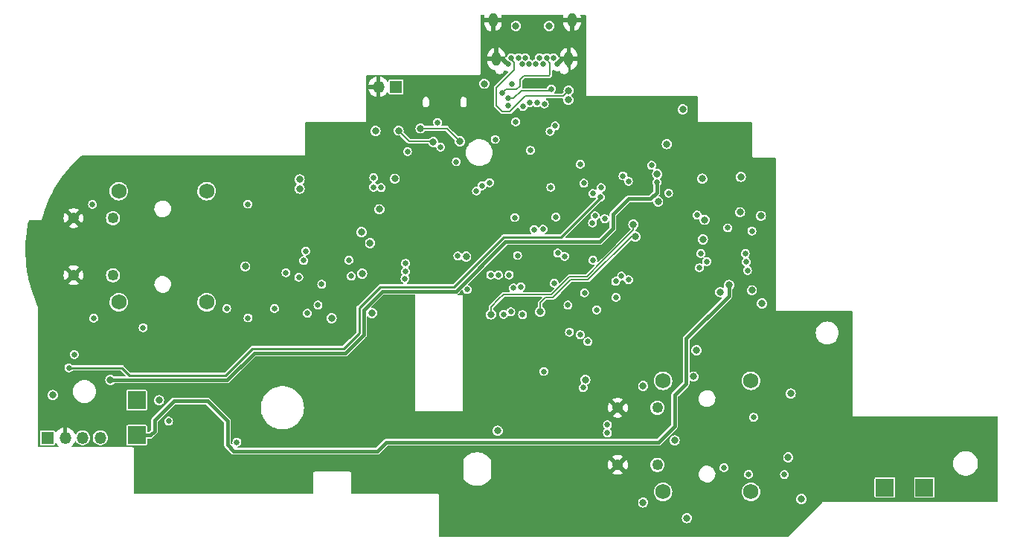
<source format=gbr>
G04 #@! TF.GenerationSoftware,KiCad,Pcbnew,7.0.6*
G04 #@! TF.CreationDate,2024-01-02T21:36:57-08:00*
G04 #@! TF.ProjectId,procon_gcc_main_pcb,70726f63-6f6e-45f6-9763-635f6d61696e,1*
G04 #@! TF.SameCoordinates,Original*
G04 #@! TF.FileFunction,Copper,L3,Inr*
G04 #@! TF.FilePolarity,Positive*
%FSLAX46Y46*%
G04 Gerber Fmt 4.6, Leading zero omitted, Abs format (unit mm)*
G04 Created by KiCad (PCBNEW 7.0.6) date 2024-01-02 21:36:57*
%MOMM*%
%LPD*%
G01*
G04 APERTURE LIST*
G04 #@! TA.AperFunction,ComponentPad*
%ADD10C,1.750000*%
G04 #@! TD*
G04 #@! TA.AperFunction,ComponentPad*
%ADD11C,1.250000*%
G04 #@! TD*
G04 #@! TA.AperFunction,ComponentPad*
%ADD12R,2.000000X2.000000*%
G04 #@! TD*
G04 #@! TA.AperFunction,ComponentPad*
%ADD13R,1.350000X1.350000*%
G04 #@! TD*
G04 #@! TA.AperFunction,ComponentPad*
%ADD14O,1.350000X1.350000*%
G04 #@! TD*
G04 #@! TA.AperFunction,ComponentPad*
%ADD15C,0.650000*%
G04 #@! TD*
G04 #@! TA.AperFunction,ComponentPad*
%ADD16O,1.000000X1.600000*%
G04 #@! TD*
G04 #@! TA.AperFunction,ViaPad*
%ADD17C,0.650000*%
G04 #@! TD*
G04 #@! TA.AperFunction,ViaPad*
%ADD18C,0.800000*%
G04 #@! TD*
G04 #@! TA.AperFunction,Conductor*
%ADD19C,0.400000*%
G04 #@! TD*
G04 #@! TA.AperFunction,Conductor*
%ADD20C,0.200000*%
G04 #@! TD*
G04 #@! TA.AperFunction,Conductor*
%ADD21C,0.150000*%
G04 #@! TD*
G04 #@! TA.AperFunction,Conductor*
%ADD22C,0.250000*%
G04 #@! TD*
G04 APERTURE END LIST*
D10*
X153320200Y-133697000D03*
X153320200Y-146347000D03*
X163320200Y-133697000D03*
X163320200Y-146347000D03*
D11*
X152670200Y-136772000D03*
X152670200Y-143272000D03*
X148170200Y-136772000D03*
X148170200Y-143272000D03*
D10*
X91377000Y-112107600D03*
X91377000Y-124757600D03*
X101377000Y-112107600D03*
X101377000Y-124757600D03*
D11*
X90727000Y-115182600D03*
X90727000Y-121682600D03*
X86227000Y-115182600D03*
X86227000Y-121682600D03*
D12*
X183062000Y-145848750D03*
X93413992Y-139903200D03*
D13*
X83274400Y-140182600D03*
D14*
X85274400Y-140182600D03*
X87274400Y-140182600D03*
X89274400Y-140182600D03*
D13*
X122920000Y-100228400D03*
D14*
X120920000Y-100228400D03*
D15*
X135660000Y-97625000D03*
X136060000Y-96925000D03*
X136860000Y-96925000D03*
X137260000Y-97625000D03*
X137660000Y-96925000D03*
X138060000Y-97625000D03*
X138860000Y-97625000D03*
X139260000Y-96925000D03*
X139660000Y-97625000D03*
X140060000Y-96925000D03*
X140860000Y-96925000D03*
X141260000Y-97625000D03*
D16*
X142950000Y-92635000D03*
X142590000Y-97025000D03*
X134330000Y-97025000D03*
X133970000Y-92635000D03*
D12*
X93413992Y-135909304D03*
X178562000Y-145848750D03*
D17*
X163370000Y-117660000D03*
X156900000Y-117000000D03*
X153350000Y-111675000D03*
X155850000Y-106300000D03*
X155650000Y-109800000D03*
X154660000Y-116090000D03*
X151025000Y-107950000D03*
X148425000Y-103625000D03*
X148100000Y-104575000D03*
D18*
X164450000Y-114925000D03*
D17*
X163425000Y-116650000D03*
X157176050Y-114822883D03*
X157475000Y-120825000D03*
X162925000Y-121125000D03*
X158300000Y-120125000D03*
X162800000Y-120150000D03*
D18*
X163425000Y-123400000D03*
X160825000Y-122800000D03*
X159825000Y-123600000D03*
D17*
X160683312Y-116294540D03*
D18*
X157850000Y-117600000D03*
D17*
X162675000Y-119200000D03*
X157600000Y-119200000D03*
D18*
X164575000Y-124900000D03*
X152755209Y-113293530D03*
D17*
X153947526Y-112336708D03*
D18*
X120192800Y-125984000D03*
D17*
X142494000Y-125095000D03*
D18*
X156032200Y-149326600D03*
D17*
X136296400Y-123139200D03*
D18*
X167843200Y-135153400D03*
D17*
X140926929Y-122588129D03*
X120396000Y-110566200D03*
D18*
X169062400Y-147167600D03*
D17*
X111861600Y-121920000D03*
D18*
X134493000Y-139395200D03*
X119006702Y-116774102D03*
D17*
X136448800Y-115112800D03*
X106095800Y-126542800D03*
X138208690Y-107452022D03*
X94157800Y-127660400D03*
X138620500Y-116483094D03*
D18*
X122783600Y-110693200D03*
D17*
X144297400Y-111201200D03*
D18*
X151053800Y-147548600D03*
D17*
X145313400Y-119964200D03*
X88519000Y-126568200D03*
X106070400Y-113588800D03*
X134213600Y-106222800D03*
X88392000Y-113614200D03*
X133553200Y-111150400D03*
D18*
X115595400Y-126568200D03*
X167563800Y-142417800D03*
X105765600Y-120675400D03*
X162080000Y-114510000D03*
X121031000Y-114173000D03*
D17*
X136555272Y-104215215D03*
X141122400Y-115062000D03*
D18*
X162175896Y-110478591D03*
D17*
X97053400Y-138303000D03*
X131013200Y-123317000D03*
D18*
X155550000Y-102800000D03*
D17*
X143891000Y-109042200D03*
D18*
X151053800Y-134289800D03*
D17*
X142824200Y-121038129D03*
D18*
X159607099Y-112015147D03*
D17*
X137072363Y-121131594D03*
D18*
X161199272Y-112009786D03*
D17*
X96520000Y-139039600D03*
D18*
X131191000Y-118135400D03*
D17*
X134277100Y-107339094D03*
X102412800Y-140462000D03*
X111836200Y-113030000D03*
X150266400Y-119405400D03*
X132892800Y-110591600D03*
X120421400Y-115366800D03*
X142138400Y-107492800D03*
X140588129Y-103784400D03*
D18*
X165227000Y-112242600D03*
D17*
X138988800Y-122834400D03*
X147040600Y-123240800D03*
X117246400Y-124079000D03*
D18*
X131394200Y-104241600D03*
D17*
X144297400Y-110109000D03*
X138214403Y-106526609D03*
X138785600Y-114096800D03*
D18*
X95961200Y-135915400D03*
X157124400Y-130225800D03*
X154635200Y-140487400D03*
X156794200Y-133223000D03*
D17*
X124231400Y-107599500D03*
X128016000Y-107091500D03*
D18*
X142570200Y-100660200D03*
D17*
X139661900Y-116432294D03*
X140552529Y-111680482D03*
X135661400Y-102387400D03*
X136093200Y-99923600D03*
D18*
X125722725Y-104956086D03*
X130199837Y-106444519D03*
X127177237Y-106529446D03*
X123215400Y-105206800D03*
D17*
X140589000Y-100482400D03*
X135686800Y-101523800D03*
X138105188Y-102039497D03*
D18*
X136575800Y-93294200D03*
D17*
X139802765Y-102180015D03*
X145338800Y-112369600D03*
D18*
X157782026Y-110690426D03*
X152657200Y-110163000D03*
X153750000Y-106750000D03*
X158055736Y-115366800D03*
D17*
X152027395Y-109166476D03*
D18*
X90424000Y-133604000D03*
D17*
X152618203Y-111081857D03*
X138957046Y-102068159D03*
D18*
X140360400Y-93294200D03*
D17*
X135026400Y-100965000D03*
D18*
X120599200Y-105257600D03*
X132969000Y-99872800D03*
D17*
X112852200Y-126009400D03*
X109093000Y-125476000D03*
X146989800Y-139623800D03*
X160248600Y-143586200D03*
X146989800Y-138709400D03*
X163626800Y-137845800D03*
X167132000Y-144373600D03*
X163042600Y-144348200D03*
X136753600Y-119430800D03*
X133705600Y-121640600D03*
X124028200Y-120319800D03*
X114054979Y-125077210D03*
X149387551Y-122193703D03*
X103657400Y-125476000D03*
X104825800Y-140690600D03*
X129794000Y-108762800D03*
X127641468Y-104273468D03*
X132723174Y-111472425D03*
X146253200Y-111709200D03*
X146685000Y-115239800D03*
X86309200Y-130708400D03*
X123948748Y-122066958D03*
X135813800Y-121640600D03*
D18*
X119075200Y-121488200D03*
D17*
X142113000Y-119532400D03*
X147955000Y-124206000D03*
X147929600Y-122377200D03*
X117830600Y-121793000D03*
X142671800Y-128168400D03*
X144754600Y-129235200D03*
X148590000Y-121793000D03*
X145745200Y-125628400D03*
X114477800Y-122707400D03*
X141325600Y-119151400D03*
X124028200Y-121259600D03*
X134569200Y-121666000D03*
X110413800Y-121412000D03*
X143891000Y-128447800D03*
X145585161Y-114913733D03*
X144373600Y-123698000D03*
X145294367Y-115729088D03*
D18*
X142544800Y-101727000D03*
D17*
X137367240Y-102463027D03*
X132089527Y-112088469D03*
X144221200Y-134467600D03*
X117551200Y-119964200D03*
D18*
X130911600Y-119557800D03*
D17*
X139750800Y-132638800D03*
D18*
X119983925Y-118022388D03*
D17*
X137337800Y-126161800D03*
X137160000Y-122986800D03*
X112649000Y-118922800D03*
X129971800Y-119481600D03*
D18*
X150164800Y-117271800D03*
D17*
X148767800Y-110369400D03*
D18*
X139344400Y-125831600D03*
D17*
X149377400Y-110972600D03*
D18*
X149936200Y-115900200D03*
X133731000Y-126136400D03*
D17*
X112420400Y-120015000D03*
D18*
X144475200Y-133578600D03*
D17*
X140470827Y-105311470D03*
D18*
X111963200Y-110777800D03*
D17*
X141058451Y-104693756D03*
D18*
X111963200Y-111827800D03*
D17*
X135991600Y-125857000D03*
X121234200Y-111709200D03*
X120370600Y-111658400D03*
X135153400Y-126136400D03*
X85699600Y-132232400D03*
D18*
X83870800Y-135331200D03*
D17*
X146174359Y-112798690D03*
D19*
X103708200Y-133604000D02*
X90424000Y-133604000D01*
X106781600Y-130530600D02*
X103708200Y-133604000D01*
X117144800Y-130530600D02*
X106781600Y-130530600D01*
X119227600Y-128447800D02*
X117144800Y-130530600D01*
X119227600Y-125628400D02*
X119227600Y-128447800D01*
X121361200Y-123494800D02*
X119227600Y-125628400D01*
X129743200Y-123494800D02*
X121361200Y-123494800D01*
X135382000Y-117856000D02*
X129743200Y-123494800D01*
X147624800Y-116357400D02*
X146126200Y-117856000D01*
X147624800Y-114731800D02*
X147624800Y-116357400D01*
X151892000Y-112979200D02*
X149377400Y-112979200D01*
X149377400Y-112979200D02*
X147624800Y-114731800D01*
X152618203Y-111081857D02*
X152618203Y-112252997D01*
X146126200Y-117856000D02*
X135382000Y-117856000D01*
X152618203Y-112252997D02*
X151892000Y-112979200D01*
X160825000Y-124010600D02*
X160825000Y-122800000D01*
X155930600Y-128905000D02*
X160825000Y-124010600D01*
X155930600Y-134035800D02*
X155930600Y-128905000D01*
X154635200Y-135331200D02*
X155930600Y-134035800D01*
X154635200Y-138836400D02*
X154635200Y-135331200D01*
X152755600Y-140716000D02*
X154635200Y-138836400D01*
X121767600Y-140716000D02*
X152755600Y-140716000D01*
X120751600Y-141732000D02*
X121767600Y-140716000D01*
X104470200Y-141732000D02*
X120751600Y-141732000D01*
X103733600Y-140995400D02*
X104470200Y-141732000D01*
X103733600Y-138303000D02*
X103733600Y-140995400D01*
X101447600Y-136017000D02*
X103733600Y-138303000D01*
X97637600Y-136017000D02*
X101447600Y-136017000D01*
X95453200Y-138201400D02*
X97637600Y-136017000D01*
X95453200Y-139420600D02*
X95453200Y-138201400D01*
X94970600Y-139903200D02*
X95453200Y-139420600D01*
X93413992Y-139903200D02*
X94970600Y-139903200D01*
D20*
X142570200Y-100660200D02*
X141960600Y-101269800D01*
X136398000Y-97459800D02*
X136060000Y-97121800D01*
X135026400Y-103047800D02*
X134340600Y-102362000D01*
X136060000Y-97121800D02*
X136060000Y-96925000D01*
X134340600Y-102362000D02*
X134340600Y-100355400D01*
X137668000Y-101269800D02*
X135890000Y-103047800D01*
X135890000Y-103047800D02*
X135026400Y-103047800D01*
X141960600Y-101269800D02*
X137668000Y-101269800D01*
X134340600Y-100355400D02*
X136398000Y-98298000D01*
X136398000Y-98298000D02*
X136398000Y-97459800D01*
X125726011Y-104952800D02*
X125722725Y-104956086D01*
X128708118Y-104952800D02*
X125726011Y-104952800D01*
X130199837Y-106444519D02*
X128708118Y-104952800D01*
D21*
X140589000Y-100482400D02*
X140436600Y-100634800D01*
X136296400Y-101523800D02*
X135686800Y-101523800D01*
D20*
X123215400Y-105206800D02*
X124434600Y-106426000D01*
X124434600Y-106426000D02*
X127073791Y-106426000D01*
D21*
X140436600Y-100634800D02*
X137185400Y-100634800D01*
D20*
X127073791Y-106426000D02*
X127177237Y-106529446D01*
D21*
X137185400Y-100634800D02*
X136296400Y-101523800D01*
X140309600Y-98983800D02*
X137464800Y-98983800D01*
X140060000Y-96925000D02*
X140060000Y-97108600D01*
X140462000Y-97510600D02*
X140462000Y-98831400D01*
X140060000Y-97108600D02*
X140462000Y-97510600D01*
X137058400Y-99390200D02*
X137058400Y-100126800D01*
X136652000Y-100533200D02*
X135458200Y-100533200D01*
X135458200Y-100533200D02*
X135026400Y-100965000D01*
X140462000Y-98831400D02*
X140309600Y-98983800D01*
X137464800Y-98983800D02*
X137058400Y-99390200D01*
X137058400Y-100126800D02*
X136652000Y-100533200D01*
X144785600Y-122193800D02*
X149707600Y-117271800D01*
X142804400Y-122193800D02*
X144785600Y-122193800D01*
X139344400Y-125831600D02*
X139344400Y-124815600D01*
X139344400Y-124815600D02*
X139959600Y-124200400D01*
X139959600Y-124200400D02*
X140797800Y-124200400D01*
X140797800Y-124200400D02*
X142804400Y-122193800D01*
X149707600Y-117271800D02*
X150164800Y-117271800D01*
X134620000Y-124409200D02*
X135178800Y-123850400D01*
X140639800Y-123850400D02*
X141427200Y-123063000D01*
X149936200Y-116535200D02*
X149936200Y-115900200D01*
X135178800Y-123850400D02*
X137210800Y-123850400D01*
X144246600Y-121843800D02*
X144627600Y-121843800D01*
X133731000Y-126136400D02*
X133731000Y-125298200D01*
X141427200Y-123063000D02*
X142646400Y-121843800D01*
X146481800Y-119989600D02*
X149936200Y-116535200D01*
X142646400Y-121843800D02*
X144246600Y-121843800D01*
X144627600Y-121843800D02*
X146481800Y-119989600D01*
X137210800Y-123850400D02*
X140639800Y-123850400D01*
X133731000Y-125298200D02*
X134620000Y-124409200D01*
D22*
X118719600Y-126492000D02*
X118719600Y-128270000D01*
X146174359Y-112905641D02*
X141732000Y-117348000D01*
X118719600Y-128270000D02*
X117805200Y-129184400D01*
X92608400Y-133096000D02*
X91846400Y-132334000D01*
X135178800Y-117348000D02*
X129540000Y-122986800D01*
X146174359Y-112798690D02*
X146174359Y-112905641D01*
X121158000Y-122986800D02*
X119989600Y-124155200D01*
X118719600Y-125425200D02*
X118719600Y-126492000D01*
X102057200Y-133096000D02*
X92608400Y-133096000D01*
X116941600Y-130048000D02*
X115722400Y-130048000D01*
X117805200Y-129184400D02*
X116941600Y-130048000D01*
X141732000Y-117348000D02*
X135178800Y-117348000D01*
X91744800Y-132232400D02*
X85699600Y-132232400D01*
X103530400Y-133096000D02*
X102057200Y-133096000D01*
X106578400Y-130048000D02*
X106070400Y-130556000D01*
X121920000Y-122986800D02*
X121158000Y-122986800D01*
X119989600Y-124155200D02*
X118719600Y-125425200D01*
X91846400Y-132334000D02*
X91744800Y-132232400D01*
X106070400Y-130556000D02*
X103530400Y-133096000D01*
X129540000Y-122986800D02*
X121920000Y-122986800D01*
X115722400Y-130048000D02*
X106578400Y-130048000D01*
G04 #@! TA.AperFunction,Conductor*
G36*
X134580001Y-96775000D02*
G01*
X135281000Y-96775000D01*
X135338208Y-96795822D01*
X135368648Y-96848545D01*
X135370000Y-96864000D01*
X135370000Y-96981445D01*
X135950620Y-97562066D01*
X135976348Y-97617242D01*
X135960592Y-97676047D01*
X135950620Y-97687932D01*
X135722932Y-97915620D01*
X135667756Y-97941348D01*
X135608951Y-97925592D01*
X135597066Y-97915620D01*
X135352095Y-97670649D01*
X135460000Y-97670649D01*
X135499613Y-97752905D01*
X135570992Y-97809827D01*
X135637468Y-97825000D01*
X135682532Y-97825000D01*
X135749008Y-97809827D01*
X135820387Y-97752905D01*
X135860000Y-97670649D01*
X135860000Y-97579351D01*
X135820387Y-97497095D01*
X135749008Y-97440173D01*
X135682532Y-97425000D01*
X135637468Y-97425000D01*
X135570992Y-97440173D01*
X135499613Y-97497095D01*
X135460000Y-97579351D01*
X135460000Y-97670649D01*
X135352095Y-97670649D01*
X134956446Y-97275000D01*
X134580000Y-97275000D01*
X134580000Y-96774999D01*
X134580001Y-96775000D01*
G37*
G04 #@! TD.AperFunction*
G04 #@! TA.AperFunction,Conductor*
G36*
X142340000Y-97275000D02*
G01*
X141963552Y-97275000D01*
X141322932Y-97915620D01*
X141267757Y-97941348D01*
X141208952Y-97925591D01*
X141197067Y-97915620D01*
X140969379Y-97687932D01*
X140961320Y-97670649D01*
X141060000Y-97670649D01*
X141099613Y-97752905D01*
X141170992Y-97809827D01*
X141237468Y-97825000D01*
X141282532Y-97825000D01*
X141349008Y-97809827D01*
X141420387Y-97752905D01*
X141460000Y-97670649D01*
X141460000Y-97579351D01*
X141420387Y-97497095D01*
X141349008Y-97440173D01*
X141282532Y-97425000D01*
X141237468Y-97425000D01*
X141170992Y-97440173D01*
X141099613Y-97497095D01*
X141060000Y-97579351D01*
X141060000Y-97670649D01*
X140961320Y-97670649D01*
X140943651Y-97632756D01*
X140959407Y-97573951D01*
X140969380Y-97562066D01*
X141550000Y-96981446D01*
X141550000Y-96864000D01*
X141570822Y-96806792D01*
X141623545Y-96776352D01*
X141639000Y-96775000D01*
X142339999Y-96775000D01*
X142340000Y-96774998D01*
X142340000Y-97275000D01*
G37*
G04 #@! TD.AperFunction*
G04 #@! TA.AperFunction,Conductor*
G36*
X132962951Y-92035680D02*
G01*
X132993391Y-92088403D01*
X132992921Y-92121774D01*
X132970000Y-92233304D01*
X132970000Y-92384999D01*
X132970001Y-92385000D01*
X133720000Y-92385000D01*
X133720000Y-92885001D01*
X133719999Y-92885000D01*
X132970000Y-92885000D01*
X132970000Y-92985719D01*
X132985417Y-93137331D01*
X132985420Y-93137345D01*
X133046300Y-93331382D01*
X133046304Y-93331392D01*
X133145005Y-93509215D01*
X133277480Y-93663531D01*
X133438304Y-93788018D01*
X133438306Y-93788019D01*
X133620910Y-93877590D01*
X133719999Y-93903244D01*
X133720000Y-93903244D01*
X133720000Y-92959624D01*
X133734505Y-93032545D01*
X133789760Y-93115240D01*
X133872455Y-93170495D01*
X133970000Y-93189898D01*
X134067545Y-93170495D01*
X134150240Y-93115240D01*
X134205495Y-93032545D01*
X134220000Y-92959624D01*
X134220000Y-93908365D01*
X134221941Y-93908069D01*
X134221945Y-93908068D01*
X134412666Y-93837434D01*
X134585263Y-93729853D01*
X134585264Y-93729853D01*
X134732667Y-93589735D01*
X134732670Y-93589731D01*
X134848855Y-93422805D01*
X134848856Y-93422801D01*
X134904044Y-93294200D01*
X135990291Y-93294200D01*
X136010242Y-93445741D01*
X136010242Y-93445743D01*
X136010243Y-93445744D01*
X136068731Y-93586949D01*
X136068732Y-93586951D01*
X136068734Y-93586955D01*
X136161783Y-93708217D01*
X136283045Y-93801266D01*
X136424259Y-93859758D01*
X136575800Y-93879709D01*
X136727341Y-93859758D01*
X136868555Y-93801266D01*
X136989817Y-93708217D01*
X137082866Y-93586955D01*
X137141358Y-93445741D01*
X137161309Y-93294200D01*
X139774891Y-93294200D01*
X139794842Y-93445741D01*
X139794842Y-93445743D01*
X139794843Y-93445744D01*
X139853331Y-93586949D01*
X139853332Y-93586951D01*
X139853334Y-93586955D01*
X139946383Y-93708217D01*
X140067645Y-93801266D01*
X140208859Y-93859758D01*
X140360400Y-93879709D01*
X140511941Y-93859758D01*
X140653155Y-93801266D01*
X140774417Y-93708217D01*
X140867466Y-93586955D01*
X140925958Y-93445741D01*
X140945909Y-93294200D01*
X140925958Y-93142659D01*
X140867466Y-93001446D01*
X140774417Y-92880183D01*
X140774412Y-92880179D01*
X140774411Y-92880178D01*
X140718665Y-92837403D01*
X140653155Y-92787134D01*
X140653151Y-92787132D01*
X140653149Y-92787131D01*
X140511944Y-92728643D01*
X140511943Y-92728642D01*
X140511941Y-92728642D01*
X140360400Y-92708691D01*
X140360399Y-92708691D01*
X140327423Y-92713032D01*
X140208859Y-92728642D01*
X140208857Y-92728642D01*
X140208855Y-92728643D01*
X140067651Y-92787131D01*
X140067643Y-92787136D01*
X139946388Y-92880178D01*
X139946378Y-92880188D01*
X139853336Y-93001443D01*
X139853331Y-93001451D01*
X139794843Y-93142655D01*
X139794842Y-93142657D01*
X139794842Y-93142659D01*
X139774891Y-93294200D01*
X137161309Y-93294200D01*
X137141358Y-93142659D01*
X137082866Y-93001446D01*
X136989817Y-92880183D01*
X136989812Y-92880179D01*
X136989811Y-92880178D01*
X136934065Y-92837403D01*
X136868555Y-92787134D01*
X136868551Y-92787132D01*
X136868549Y-92787131D01*
X136727344Y-92728643D01*
X136727343Y-92728642D01*
X136727341Y-92728642D01*
X136575800Y-92708691D01*
X136575799Y-92708691D01*
X136542823Y-92713032D01*
X136424259Y-92728642D01*
X136424257Y-92728642D01*
X136424255Y-92728643D01*
X136283051Y-92787131D01*
X136283043Y-92787136D01*
X136161788Y-92880178D01*
X136161778Y-92880188D01*
X136068736Y-93001443D01*
X136068731Y-93001451D01*
X136010243Y-93142655D01*
X136010242Y-93142657D01*
X136010242Y-93142659D01*
X135990291Y-93294200D01*
X134904044Y-93294200D01*
X134929059Y-93235908D01*
X134929062Y-93235898D01*
X134969998Y-93036697D01*
X134970000Y-93036687D01*
X134970000Y-92885001D01*
X134969999Y-92885000D01*
X134220001Y-92885000D01*
X134220000Y-92885001D01*
X134220000Y-92385000D01*
X134969999Y-92385000D01*
X134970000Y-92384998D01*
X134970000Y-92284280D01*
X134954581Y-92132664D01*
X134953904Y-92130505D01*
X134953946Y-92129570D01*
X134953673Y-92128242D01*
X134954008Y-92128172D01*
X134956642Y-92069687D01*
X134997833Y-92024858D01*
X135038821Y-92014858D01*
X141885743Y-92014858D01*
X141942951Y-92035680D01*
X141973391Y-92088403D01*
X141972921Y-92121774D01*
X141950000Y-92233304D01*
X141950000Y-92384999D01*
X141950001Y-92385000D01*
X142700000Y-92385000D01*
X142700000Y-92885001D01*
X142699999Y-92885000D01*
X141950000Y-92885000D01*
X141950000Y-92985719D01*
X141965417Y-93137331D01*
X141965420Y-93137345D01*
X142026300Y-93331382D01*
X142026304Y-93331392D01*
X142125005Y-93509215D01*
X142257480Y-93663531D01*
X142418304Y-93788018D01*
X142418306Y-93788019D01*
X142600910Y-93877590D01*
X142699999Y-93903244D01*
X142700000Y-93903244D01*
X142700000Y-92959624D01*
X142714505Y-93032545D01*
X142769760Y-93115240D01*
X142852455Y-93170495D01*
X142950000Y-93189898D01*
X143047545Y-93170495D01*
X143130240Y-93115240D01*
X143185495Y-93032545D01*
X143200000Y-92959624D01*
X143200000Y-93908365D01*
X143201941Y-93908069D01*
X143201945Y-93908068D01*
X143392666Y-93837434D01*
X143565263Y-93729853D01*
X143565264Y-93729853D01*
X143712667Y-93589735D01*
X143712670Y-93589731D01*
X143828855Y-93422805D01*
X143828856Y-93422801D01*
X143909059Y-93235908D01*
X143909062Y-93235898D01*
X143949998Y-93036697D01*
X143950000Y-93036687D01*
X143950000Y-92885001D01*
X143949999Y-92885000D01*
X143200000Y-92885000D01*
X143200000Y-92385000D01*
X143949999Y-92385000D01*
X143950000Y-92384998D01*
X143950000Y-92284280D01*
X143934581Y-92132664D01*
X143933904Y-92130505D01*
X143933946Y-92129570D01*
X143933673Y-92128242D01*
X143934008Y-92128172D01*
X143936642Y-92069687D01*
X143977833Y-92024858D01*
X144018821Y-92014858D01*
X144466725Y-92014858D01*
X144523933Y-92035680D01*
X144554373Y-92088403D01*
X144555725Y-92103858D01*
X144555725Y-101082826D01*
X144552693Y-101105858D01*
X144550416Y-101114356D01*
X144550416Y-101114360D01*
X144554211Y-101128527D01*
X144554215Y-101128535D01*
X144555725Y-101134171D01*
X144555725Y-101134172D01*
X144571290Y-101192262D01*
X144628320Y-101249293D01*
X144706225Y-101270167D01*
X144713193Y-101268300D01*
X144714724Y-101267890D01*
X144737757Y-101264858D01*
X157166725Y-101264858D01*
X157223933Y-101285680D01*
X157254373Y-101338403D01*
X157255725Y-101353858D01*
X157255725Y-104082826D01*
X157252693Y-104105858D01*
X157250416Y-104114356D01*
X157250416Y-104114360D01*
X157254211Y-104128527D01*
X157254215Y-104128535D01*
X157255725Y-104134171D01*
X157255725Y-104134172D01*
X157271290Y-104192262D01*
X157328320Y-104249293D01*
X157406225Y-104270167D01*
X157413090Y-104268327D01*
X157414724Y-104267890D01*
X157437757Y-104264858D01*
X163366725Y-104264858D01*
X163423933Y-104285680D01*
X163454373Y-104338403D01*
X163455725Y-104353858D01*
X163455725Y-108082826D01*
X163452693Y-108105858D01*
X163450416Y-108114356D01*
X163450416Y-108114360D01*
X163454211Y-108128527D01*
X163454215Y-108128535D01*
X163455725Y-108134171D01*
X163455725Y-108134172D01*
X163471290Y-108192262D01*
X163528320Y-108249293D01*
X163606225Y-108270167D01*
X163613090Y-108268327D01*
X163614724Y-108267890D01*
X163637757Y-108264858D01*
X166066725Y-108264858D01*
X166123933Y-108285680D01*
X166154373Y-108338403D01*
X166155725Y-108353858D01*
X166155725Y-125582826D01*
X166152693Y-125605858D01*
X166150416Y-125614356D01*
X166150416Y-125614360D01*
X166154211Y-125628527D01*
X166154215Y-125628535D01*
X166155725Y-125634171D01*
X166155725Y-125634172D01*
X166171290Y-125692262D01*
X166228320Y-125749293D01*
X166306225Y-125770167D01*
X166313090Y-125768327D01*
X166314724Y-125767890D01*
X166337757Y-125764858D01*
X174766725Y-125764858D01*
X174823933Y-125785680D01*
X174854373Y-125838403D01*
X174855725Y-125853858D01*
X174855725Y-137582825D01*
X174852693Y-137605857D01*
X174850416Y-137614355D01*
X174850416Y-137614359D01*
X174854211Y-137628526D01*
X174854215Y-137628534D01*
X174855725Y-137634170D01*
X174855725Y-137634171D01*
X174871290Y-137692261D01*
X174928320Y-137749292D01*
X175006225Y-137770166D01*
X175013090Y-137768326D01*
X175014724Y-137767889D01*
X175037757Y-137764857D01*
X191316725Y-137764857D01*
X191373933Y-137785679D01*
X191404373Y-137838402D01*
X191405725Y-137853857D01*
X191405725Y-147374857D01*
X191384903Y-147432065D01*
X191332180Y-147462505D01*
X191316725Y-147463857D01*
X171607748Y-147463857D01*
X171602936Y-147463254D01*
X171555307Y-147463857D01*
X171535911Y-147463857D01*
X171531764Y-147464154D01*
X171513995Y-147464380D01*
X171513996Y-147464380D01*
X171513992Y-147464381D01*
X171507759Y-147468086D01*
X171485328Y-147477544D01*
X171478323Y-147479421D01*
X171478317Y-147479424D01*
X171465751Y-147491989D01*
X171462654Y-147494741D01*
X171449137Y-147508605D01*
X171415448Y-147542292D01*
X171412511Y-147546168D01*
X167618964Y-151436988D01*
X167564118Y-151463413D01*
X167555240Y-151463857D01*
X127895726Y-151463857D01*
X127838518Y-151443035D01*
X127808078Y-151390312D01*
X127806726Y-151374857D01*
X127806726Y-149326600D01*
X155446691Y-149326600D01*
X155466642Y-149478141D01*
X155466642Y-149478143D01*
X155466643Y-149478144D01*
X155525131Y-149619349D01*
X155525132Y-149619351D01*
X155525134Y-149619355D01*
X155618183Y-149740617D01*
X155739445Y-149833666D01*
X155880659Y-149892158D01*
X156032200Y-149912109D01*
X156183741Y-149892158D01*
X156324955Y-149833666D01*
X156446217Y-149740617D01*
X156539266Y-149619355D01*
X156597758Y-149478141D01*
X156617709Y-149326600D01*
X156597758Y-149175059D01*
X156539266Y-149033846D01*
X156446217Y-148912583D01*
X156446212Y-148912579D01*
X156446211Y-148912578D01*
X156390465Y-148869803D01*
X156324955Y-148819534D01*
X156324951Y-148819532D01*
X156324949Y-148819531D01*
X156183744Y-148761043D01*
X156183743Y-148761042D01*
X156183741Y-148761042D01*
X156032200Y-148741091D01*
X156032199Y-148741091D01*
X155999223Y-148745432D01*
X155880659Y-148761042D01*
X155880657Y-148761042D01*
X155880655Y-148761043D01*
X155739451Y-148819531D01*
X155739443Y-148819536D01*
X155618188Y-148912578D01*
X155618178Y-148912588D01*
X155525136Y-149033843D01*
X155525131Y-149033851D01*
X155466643Y-149175055D01*
X155466642Y-149175057D01*
X155466642Y-149175059D01*
X155446691Y-149326600D01*
X127806726Y-149326600D01*
X127806726Y-147548600D01*
X150468291Y-147548600D01*
X150488242Y-147700141D01*
X150488242Y-147700143D01*
X150488243Y-147700144D01*
X150546731Y-147841349D01*
X150546732Y-147841351D01*
X150546734Y-147841355D01*
X150639783Y-147962617D01*
X150761045Y-148055666D01*
X150902259Y-148114158D01*
X151053800Y-148134109D01*
X151205341Y-148114158D01*
X151346555Y-148055666D01*
X151467817Y-147962617D01*
X151560866Y-147841355D01*
X151619358Y-147700141D01*
X151639309Y-147548600D01*
X151619358Y-147397059D01*
X151560866Y-147255846D01*
X151467817Y-147134583D01*
X151467812Y-147134579D01*
X151467811Y-147134578D01*
X151412065Y-147091803D01*
X151346555Y-147041534D01*
X151346551Y-147041532D01*
X151346549Y-147041531D01*
X151205344Y-146983043D01*
X151205343Y-146983042D01*
X151205341Y-146983042D01*
X151053800Y-146963091D01*
X151053799Y-146963091D01*
X151020823Y-146967432D01*
X150902259Y-146983042D01*
X150902257Y-146983042D01*
X150902255Y-146983043D01*
X150761051Y-147041531D01*
X150761043Y-147041536D01*
X150639788Y-147134578D01*
X150639778Y-147134588D01*
X150546736Y-147255843D01*
X150546731Y-147255851D01*
X150488243Y-147397055D01*
X150488242Y-147397057D01*
X150488242Y-147397059D01*
X150468291Y-147548600D01*
X127806726Y-147548600D01*
X127806726Y-146745888D01*
X127809758Y-146722854D01*
X127812035Y-146714357D01*
X127812034Y-146714356D01*
X127812035Y-146714355D01*
X127791161Y-146636454D01*
X127791161Y-146636453D01*
X127769204Y-146614496D01*
X127734131Y-146579422D01*
X127656226Y-146558548D01*
X127656225Y-146558548D01*
X127647727Y-146560825D01*
X127624694Y-146563857D01*
X117895726Y-146563857D01*
X117838518Y-146543035D01*
X117808078Y-146490312D01*
X117806726Y-146474857D01*
X117806726Y-146347004D01*
X152259593Y-146347004D01*
X152279970Y-146553905D01*
X152279971Y-146553910D01*
X152279971Y-146553912D01*
X152279972Y-146553914D01*
X152340327Y-146752877D01*
X152340328Y-146752880D01*
X152340329Y-146752881D01*
X152438337Y-146936242D01*
X152570233Y-147096956D01*
X152570238Y-147096962D01*
X152570243Y-147096966D01*
X152730957Y-147228862D01*
X152801141Y-147266375D01*
X152914323Y-147326873D01*
X153113286Y-147387228D01*
X153113291Y-147387228D01*
X153113294Y-147387229D01*
X153320195Y-147407607D01*
X153320200Y-147407607D01*
X153320205Y-147407607D01*
X153527105Y-147387229D01*
X153527106Y-147387228D01*
X153527114Y-147387228D01*
X153726077Y-147326873D01*
X153909442Y-147228862D01*
X154070162Y-147096962D01*
X154202062Y-146936242D01*
X154300073Y-146752877D01*
X154360428Y-146553914D01*
X154360429Y-146553905D01*
X154380807Y-146347004D01*
X162259593Y-146347004D01*
X162279970Y-146553905D01*
X162279971Y-146553910D01*
X162279971Y-146553912D01*
X162279972Y-146553914D01*
X162340327Y-146752877D01*
X162340328Y-146752880D01*
X162340329Y-146752881D01*
X162438337Y-146936242D01*
X162570233Y-147096956D01*
X162570238Y-147096962D01*
X162570243Y-147096966D01*
X162730957Y-147228862D01*
X162801141Y-147266375D01*
X162914323Y-147326873D01*
X163113286Y-147387228D01*
X163113291Y-147387228D01*
X163113294Y-147387229D01*
X163320195Y-147407607D01*
X163320200Y-147407607D01*
X163320205Y-147407607D01*
X163527105Y-147387229D01*
X163527106Y-147387228D01*
X163527114Y-147387228D01*
X163726077Y-147326873D01*
X163909442Y-147228862D01*
X163984090Y-147167600D01*
X168476891Y-147167600D01*
X168496842Y-147319141D01*
X168496842Y-147319143D01*
X168496843Y-147319144D01*
X168555331Y-147460349D01*
X168555332Y-147460351D01*
X168555334Y-147460355D01*
X168579608Y-147491989D01*
X168621181Y-147546168D01*
X168648383Y-147581617D01*
X168769645Y-147674666D01*
X168910859Y-147733158D01*
X169062400Y-147753109D01*
X169213941Y-147733158D01*
X169355155Y-147674666D01*
X169476417Y-147581617D01*
X169569466Y-147460355D01*
X169627958Y-147319141D01*
X169647909Y-147167600D01*
X169627958Y-147016059D01*
X169569466Y-146874846D01*
X169563082Y-146866526D01*
X177381500Y-146866526D01*
X177391972Y-146919177D01*
X177391973Y-146919178D01*
X177431867Y-146978883D01*
X177431870Y-146978885D01*
X177431872Y-146978887D01*
X177491570Y-147018776D01*
X177491571Y-147018776D01*
X177491572Y-147018777D01*
X177544223Y-147029250D01*
X179579776Y-147029249D01*
X179632428Y-147018777D01*
X179692133Y-146978883D01*
X179732027Y-146919178D01*
X179742500Y-146866527D01*
X179742500Y-146866526D01*
X181881500Y-146866526D01*
X181891972Y-146919177D01*
X181891973Y-146919178D01*
X181931867Y-146978883D01*
X181931870Y-146978885D01*
X181931872Y-146978887D01*
X181991570Y-147018776D01*
X181991571Y-147018776D01*
X181991572Y-147018777D01*
X182044223Y-147029250D01*
X184079776Y-147029249D01*
X184132428Y-147018777D01*
X184192133Y-146978883D01*
X184232027Y-146919178D01*
X184242500Y-146866527D01*
X184242499Y-144830974D01*
X184241783Y-144827376D01*
X184232027Y-144778322D01*
X184226070Y-144769407D01*
X184192133Y-144718617D01*
X184192129Y-144718614D01*
X184192127Y-144718612D01*
X184132429Y-144678723D01*
X184132430Y-144678723D01*
X184079777Y-144668250D01*
X182044223Y-144668250D01*
X181991572Y-144678722D01*
X181931869Y-144718615D01*
X181931862Y-144718622D01*
X181891973Y-144778319D01*
X181881500Y-144830968D01*
X181881500Y-146866526D01*
X179742500Y-146866526D01*
X179742499Y-144830974D01*
X179741783Y-144827376D01*
X179732027Y-144778322D01*
X179726070Y-144769407D01*
X179692133Y-144718617D01*
X179692129Y-144718614D01*
X179692127Y-144718612D01*
X179632429Y-144678723D01*
X179632430Y-144678723D01*
X179579777Y-144668250D01*
X177544223Y-144668250D01*
X177491572Y-144678722D01*
X177431869Y-144718615D01*
X177431862Y-144718622D01*
X177391973Y-144778319D01*
X177381500Y-144830968D01*
X177381500Y-146866526D01*
X169563082Y-146866526D01*
X169476417Y-146753583D01*
X169476412Y-146753579D01*
X169476411Y-146753578D01*
X169399474Y-146694542D01*
X169355155Y-146660534D01*
X169355151Y-146660532D01*
X169355149Y-146660531D01*
X169213944Y-146602043D01*
X169213943Y-146602042D01*
X169213941Y-146602042D01*
X169062400Y-146582091D01*
X168910859Y-146602042D01*
X168910857Y-146602042D01*
X168910855Y-146602043D01*
X168769651Y-146660531D01*
X168769643Y-146660536D01*
X168648388Y-146753578D01*
X168648378Y-146753588D01*
X168555336Y-146874843D01*
X168555331Y-146874851D01*
X168496843Y-147016055D01*
X168496842Y-147016057D01*
X168496842Y-147016059D01*
X168476891Y-147167600D01*
X163984090Y-147167600D01*
X164070162Y-147096962D01*
X164202062Y-146936242D01*
X164300073Y-146752877D01*
X164360428Y-146553914D01*
X164360429Y-146553905D01*
X164380807Y-146347004D01*
X164380807Y-146346995D01*
X164360429Y-146140094D01*
X164360428Y-146140089D01*
X164360428Y-146140086D01*
X164300073Y-145941123D01*
X164262838Y-145871463D01*
X164202062Y-145757757D01*
X164070166Y-145597043D01*
X164070162Y-145597038D01*
X164070156Y-145597033D01*
X163909442Y-145465137D01*
X163778137Y-145394953D01*
X163726077Y-145367127D01*
X163527114Y-145306772D01*
X163527112Y-145306771D01*
X163527110Y-145306771D01*
X163527105Y-145306770D01*
X163320205Y-145286393D01*
X163320195Y-145286393D01*
X163113294Y-145306770D01*
X163113289Y-145306771D01*
X163113285Y-145306772D01*
X163113286Y-145306772D01*
X162914323Y-145367127D01*
X162914320Y-145367128D01*
X162914318Y-145367129D01*
X162730957Y-145465137D01*
X162570243Y-145597033D01*
X162570233Y-145597043D01*
X162438337Y-145757757D01*
X162340329Y-145941118D01*
X162279971Y-146140089D01*
X162279970Y-146140094D01*
X162259593Y-146346995D01*
X162259593Y-146347004D01*
X154380807Y-146347004D01*
X154380807Y-146346995D01*
X154360429Y-146140094D01*
X154360428Y-146140089D01*
X154360428Y-146140086D01*
X154300073Y-145941123D01*
X154262838Y-145871463D01*
X154202062Y-145757757D01*
X154070166Y-145597043D01*
X154070162Y-145597038D01*
X154070156Y-145597033D01*
X153909442Y-145465137D01*
X153778137Y-145394953D01*
X153726077Y-145367127D01*
X153527114Y-145306772D01*
X153527112Y-145306771D01*
X153527110Y-145306771D01*
X153527105Y-145306770D01*
X153320205Y-145286393D01*
X153320195Y-145286393D01*
X153113294Y-145306770D01*
X153113289Y-145306771D01*
X153113285Y-145306772D01*
X153113286Y-145306772D01*
X152914323Y-145367127D01*
X152914320Y-145367128D01*
X152914318Y-145367129D01*
X152730957Y-145465137D01*
X152570243Y-145597033D01*
X152570233Y-145597043D01*
X152438337Y-145757757D01*
X152340329Y-145941118D01*
X152279971Y-146140089D01*
X152279970Y-146140094D01*
X152259593Y-146346995D01*
X152259593Y-146347004D01*
X117806726Y-146347004D01*
X117806726Y-144795419D01*
X130601923Y-144795419D01*
X130604045Y-144806178D01*
X130604816Y-144814056D01*
X130604965Y-144814037D01*
X130605725Y-144819814D01*
X130609162Y-144832644D01*
X130609836Y-144835546D01*
X130615215Y-144862816D01*
X130617460Y-144867854D01*
X130620590Y-144876690D01*
X130621290Y-144877902D01*
X130621291Y-144877904D01*
X130637728Y-144894341D01*
X130646017Y-144903905D01*
X130648191Y-144906807D01*
X130711405Y-144991201D01*
X130711410Y-144991206D01*
X130871378Y-145154220D01*
X130888007Y-145171165D01*
X131086831Y-145326224D01*
X131304394Y-145453664D01*
X131536883Y-145551250D01*
X131780226Y-145617274D01*
X131780230Y-145617274D01*
X131780231Y-145617275D01*
X132030151Y-145650577D01*
X132030156Y-145650577D01*
X132282300Y-145650577D01*
X132532220Y-145617275D01*
X132532220Y-145617274D01*
X132532226Y-145617274D01*
X132775569Y-145551250D01*
X133008058Y-145453664D01*
X133225621Y-145326224D01*
X133424445Y-145171165D01*
X133601046Y-144991202D01*
X133666438Y-144903899D01*
X133674730Y-144894334D01*
X133691161Y-144877904D01*
X133691161Y-144877901D01*
X133691862Y-144876689D01*
X133694996Y-144867843D01*
X133697232Y-144862823D01*
X133697236Y-144862819D01*
X133702618Y-144835525D01*
X133703289Y-144832639D01*
X133706726Y-144819814D01*
X133706726Y-144819811D01*
X133707488Y-144814030D01*
X133707637Y-144814049D01*
X133708407Y-144806168D01*
X133710528Y-144795416D01*
X133709584Y-144791780D01*
X133706726Y-144769408D01*
X133706726Y-143272003D01*
X147040380Y-143272003D01*
X147059615Y-143479598D01*
X147059618Y-143479611D01*
X147116673Y-143680137D01*
X147116675Y-143680142D01*
X147209606Y-143866771D01*
X147209607Y-143866773D01*
X147214885Y-143873760D01*
X147725749Y-143362895D01*
X147726527Y-143373265D01*
X147776087Y-143499541D01*
X147860665Y-143605599D01*
X147972747Y-143682016D01*
X148080499Y-143715252D01*
X147571351Y-144224400D01*
X147666599Y-144283375D01*
X147861010Y-144358690D01*
X148065950Y-144396999D01*
X148065955Y-144397000D01*
X148274445Y-144397000D01*
X148274449Y-144396999D01*
X148416791Y-144370391D01*
X157366024Y-144370391D01*
X157395297Y-144561474D01*
X157462436Y-144742754D01*
X157564689Y-144906805D01*
X157564691Y-144906807D01*
X157697877Y-145046919D01*
X157856542Y-145157353D01*
X158034188Y-145233587D01*
X158034192Y-145233587D01*
X158034196Y-145233589D01*
X158223536Y-145272499D01*
X158223542Y-145272499D01*
X158223544Y-145272500D01*
X158223546Y-145272500D01*
X158368413Y-145272500D01*
X158512515Y-145257846D01*
X158512517Y-145257845D01*
X158512521Y-145257845D01*
X158696968Y-145199974D01*
X158865991Y-145106159D01*
X159012668Y-144980240D01*
X159130996Y-144827373D01*
X159216130Y-144653816D01*
X159264585Y-144466674D01*
X159270593Y-144348200D01*
X162531902Y-144348200D01*
X162552588Y-144492079D01*
X162612972Y-144624302D01*
X162612974Y-144624305D01*
X162694694Y-144718615D01*
X162708164Y-144734160D01*
X162830448Y-144812747D01*
X162969920Y-144853700D01*
X162969922Y-144853700D01*
X163115278Y-144853700D01*
X163115280Y-144853700D01*
X163254752Y-144812747D01*
X163377036Y-144734160D01*
X163472226Y-144624304D01*
X163532611Y-144492080D01*
X163549646Y-144373600D01*
X166621302Y-144373600D01*
X166641988Y-144517479D01*
X166702372Y-144649702D01*
X166702374Y-144649705D01*
X166784409Y-144744378D01*
X166797564Y-144759560D01*
X166919848Y-144838147D01*
X167059320Y-144879100D01*
X167059322Y-144879100D01*
X167204678Y-144879100D01*
X167204680Y-144879100D01*
X167344152Y-144838147D01*
X167466436Y-144759560D01*
X167561626Y-144649704D01*
X167622011Y-144517480D01*
X167642698Y-144373600D01*
X167642236Y-144370390D01*
X167622011Y-144229720D01*
X167561627Y-144097497D01*
X167561625Y-144097494D01*
X167466436Y-143987640D01*
X167443895Y-143973154D01*
X167344152Y-143909053D01*
X167204680Y-143868100D01*
X167059320Y-143868100D01*
X166919848Y-143909053D01*
X166876149Y-143937135D01*
X166797563Y-143987640D01*
X166702374Y-144097494D01*
X166702372Y-144097497D01*
X166641988Y-144229720D01*
X166621302Y-144373599D01*
X166621302Y-144373600D01*
X163549646Y-144373600D01*
X163553298Y-144348200D01*
X163544422Y-144286470D01*
X163532611Y-144204320D01*
X163472227Y-144072097D01*
X163472225Y-144072094D01*
X163377036Y-143962240D01*
X163377035Y-143962240D01*
X163254752Y-143883653D01*
X163115280Y-143842700D01*
X162969920Y-143842700D01*
X162830448Y-143883653D01*
X162803074Y-143901245D01*
X162708163Y-143962240D01*
X162612974Y-144072094D01*
X162612972Y-144072097D01*
X162552588Y-144204320D01*
X162531902Y-144348199D01*
X162531902Y-144348200D01*
X159270593Y-144348200D01*
X159274376Y-144273610D01*
X159245103Y-144082526D01*
X159177964Y-143901247D01*
X159177963Y-143901245D01*
X159075710Y-143737194D01*
X159046880Y-143706865D01*
X158942523Y-143597081D01*
X158926890Y-143586200D01*
X159737902Y-143586200D01*
X159758588Y-143730079D01*
X159818972Y-143862302D01*
X159818974Y-143862305D01*
X159905568Y-143962240D01*
X159914164Y-143972160D01*
X160036448Y-144050747D01*
X160175920Y-144091700D01*
X160175922Y-144091700D01*
X160321278Y-144091700D01*
X160321280Y-144091700D01*
X160460752Y-144050747D01*
X160583036Y-143972160D01*
X160678226Y-143862304D01*
X160738611Y-143730080D01*
X160759298Y-143586200D01*
X160754918Y-143555740D01*
X160738611Y-143442320D01*
X160678227Y-143310097D01*
X160678225Y-143310094D01*
X160583036Y-143200240D01*
X160537125Y-143170735D01*
X160460752Y-143121653D01*
X160421066Y-143110000D01*
X186344700Y-143110000D01*
X186363865Y-143341300D01*
X186363865Y-143341302D01*
X186420841Y-143566294D01*
X186420843Y-143566300D01*
X186514076Y-143778850D01*
X186514077Y-143778851D01*
X186641021Y-143973154D01*
X186641021Y-143973155D01*
X186755484Y-144097494D01*
X186798216Y-144143913D01*
X186977392Y-144283371D01*
X186981373Y-144286469D01*
X186981377Y-144286472D01*
X187095439Y-144348199D01*
X187185497Y-144396936D01*
X187405019Y-144472298D01*
X187633951Y-144510500D01*
X187633952Y-144510500D01*
X187866048Y-144510500D01*
X187866049Y-144510500D01*
X188094981Y-144472298D01*
X188314503Y-144396936D01*
X188518626Y-144286470D01*
X188701784Y-144143913D01*
X188787551Y-144050745D01*
X188858978Y-143973155D01*
X188858978Y-143973154D01*
X188858979Y-143973153D01*
X188985924Y-143778849D01*
X189079157Y-143566300D01*
X189136134Y-143341305D01*
X189155300Y-143110000D01*
X189136134Y-142878695D01*
X189079157Y-142653700D01*
X188985924Y-142441151D01*
X188912546Y-142328838D01*
X188858978Y-142246845D01*
X188858978Y-142246844D01*
X188701783Y-142076086D01*
X188518626Y-141933530D01*
X188518622Y-141933527D01*
X188314507Y-141823066D01*
X188314506Y-141823065D01*
X188314503Y-141823064D01*
X188094981Y-141747702D01*
X188094979Y-141747701D01*
X188094977Y-141747701D01*
X187866050Y-141709500D01*
X187866049Y-141709500D01*
X187633951Y-141709500D01*
X187633949Y-141709500D01*
X187405022Y-141747701D01*
X187405015Y-141747703D01*
X187280260Y-141790531D01*
X187185497Y-141823064D01*
X187185495Y-141823064D01*
X187185492Y-141823066D01*
X186981377Y-141933527D01*
X186981373Y-141933530D01*
X186798216Y-142076086D01*
X186641021Y-142246844D01*
X186641021Y-142246845D01*
X186514077Y-142441148D01*
X186514076Y-142441149D01*
X186420843Y-142653699D01*
X186420841Y-142653705D01*
X186363865Y-142878697D01*
X186363865Y-142878699D01*
X186344700Y-143109999D01*
X186344700Y-143110000D01*
X160421066Y-143110000D01*
X160321280Y-143080700D01*
X160175920Y-143080700D01*
X160036448Y-143121653D01*
X159992749Y-143149735D01*
X159914163Y-143200240D01*
X159818974Y-143310094D01*
X159818972Y-143310097D01*
X159758588Y-143442320D01*
X159737902Y-143586199D01*
X159737902Y-143586200D01*
X158926890Y-143586200D01*
X158783858Y-143486647D01*
X158783854Y-143486645D01*
X158606213Y-143410413D01*
X158606203Y-143410410D01*
X158416863Y-143371500D01*
X158416856Y-143371500D01*
X158271994Y-143371500D01*
X158271986Y-143371500D01*
X158127884Y-143386153D01*
X158127873Y-143386156D01*
X157943435Y-143444024D01*
X157774404Y-143537844D01*
X157627735Y-143663756D01*
X157627728Y-143663764D01*
X157509406Y-143816623D01*
X157509405Y-143816625D01*
X157424270Y-143990184D01*
X157375816Y-144177322D01*
X157375815Y-144177327D01*
X157366024Y-144370391D01*
X148416791Y-144370391D01*
X148479386Y-144358690D01*
X148673806Y-144283371D01*
X148769046Y-144224400D01*
X148258430Y-143713784D01*
X148304338Y-143706865D01*
X148426557Y-143648007D01*
X148525998Y-143555740D01*
X148593825Y-143438260D01*
X148611699Y-143359945D01*
X149125514Y-143873760D01*
X149130790Y-143866775D01*
X149130795Y-143866767D01*
X149223724Y-143680142D01*
X149223726Y-143680137D01*
X149280781Y-143479611D01*
X149280784Y-143479598D01*
X149300020Y-143272003D01*
X151859603Y-143272003D01*
X151879924Y-143452364D01*
X151879925Y-143452370D01*
X151879926Y-143452375D01*
X151930561Y-143597081D01*
X151939878Y-143623708D01*
X152011187Y-143737194D01*
X152036450Y-143777399D01*
X152164801Y-143905750D01*
X152164803Y-143905751D01*
X152164804Y-143905752D01*
X152318491Y-144002321D01*
X152318492Y-144002321D01*
X152318495Y-144002323D01*
X152489825Y-144062274D01*
X152539011Y-144067815D01*
X152670197Y-144082597D01*
X152670200Y-144082597D01*
X152670203Y-144082597D01*
X152775788Y-144070700D01*
X152850575Y-144062274D01*
X153021905Y-144002323D01*
X153175599Y-143905750D01*
X153303950Y-143777399D01*
X153400523Y-143623705D01*
X153460474Y-143452375D01*
X153472989Y-143341300D01*
X153480797Y-143272003D01*
X153480797Y-143271996D01*
X153460475Y-143091635D01*
X153460474Y-143091625D01*
X153400523Y-142920295D01*
X153400521Y-142920292D01*
X153400521Y-142920291D01*
X153303952Y-142766604D01*
X153303951Y-142766603D01*
X153303950Y-142766601D01*
X153175599Y-142638250D01*
X153175596Y-142638248D01*
X153175595Y-142638247D01*
X153021908Y-142541678D01*
X152991929Y-142531188D01*
X152850575Y-142481726D01*
X152850570Y-142481725D01*
X152850564Y-142481724D01*
X152670203Y-142461403D01*
X152670197Y-142461403D01*
X152489835Y-142481724D01*
X152489827Y-142481725D01*
X152489825Y-142481726D01*
X152412472Y-142508793D01*
X152318491Y-142541678D01*
X152164804Y-142638247D01*
X152036447Y-142766604D01*
X151939878Y-142920291D01*
X151879926Y-143091626D01*
X151879924Y-143091635D01*
X151859603Y-143271996D01*
X151859603Y-143272003D01*
X149300020Y-143272003D01*
X149300020Y-143271996D01*
X149280784Y-143064401D01*
X149280781Y-143064388D01*
X149223726Y-142863864D01*
X149130792Y-142677226D01*
X149125513Y-142670238D01*
X148614649Y-143181101D01*
X148613873Y-143170735D01*
X148564313Y-143044459D01*
X148479735Y-142938401D01*
X148367653Y-142861984D01*
X148259899Y-142828746D01*
X148670845Y-142417800D01*
X166978291Y-142417800D01*
X166998242Y-142569341D01*
X166998242Y-142569343D01*
X166998243Y-142569344D01*
X167056731Y-142710549D01*
X167056732Y-142710551D01*
X167056734Y-142710555D01*
X167149783Y-142831817D01*
X167271045Y-142924866D01*
X167412259Y-142983358D01*
X167563800Y-143003309D01*
X167715341Y-142983358D01*
X167856555Y-142924866D01*
X167977817Y-142831817D01*
X168070866Y-142710555D01*
X168129358Y-142569341D01*
X168149309Y-142417800D01*
X168129358Y-142266259D01*
X168070866Y-142125046D01*
X167977817Y-142003783D01*
X167977812Y-142003779D01*
X167977811Y-142003778D01*
X167886259Y-141933527D01*
X167856555Y-141910734D01*
X167856551Y-141910732D01*
X167856549Y-141910731D01*
X167715344Y-141852243D01*
X167715343Y-141852242D01*
X167715341Y-141852242D01*
X167563800Y-141832291D01*
X167412259Y-141852242D01*
X167412257Y-141852242D01*
X167412255Y-141852243D01*
X167271051Y-141910731D01*
X167271043Y-141910736D01*
X167149788Y-142003778D01*
X167149778Y-142003788D01*
X167056736Y-142125043D01*
X167056731Y-142125051D01*
X166998243Y-142266255D01*
X166998242Y-142266257D01*
X166998242Y-142266259D01*
X166978291Y-142417800D01*
X148670845Y-142417800D01*
X148769047Y-142319598D01*
X148673800Y-142260624D01*
X148479389Y-142185309D01*
X148274449Y-142147000D01*
X148065950Y-142147000D01*
X147861012Y-142185309D01*
X147666594Y-142260627D01*
X147666588Y-142260630D01*
X147571352Y-142319598D01*
X148081969Y-142830215D01*
X148036062Y-142837135D01*
X147913843Y-142895993D01*
X147814402Y-142988260D01*
X147746575Y-143105740D01*
X147728700Y-143184054D01*
X147214885Y-142670239D01*
X147209606Y-142677229D01*
X147116675Y-142863858D01*
X147116673Y-142863862D01*
X147059618Y-143064388D01*
X147059615Y-143064401D01*
X147040380Y-143271996D01*
X147040380Y-143272003D01*
X133706726Y-143272003D01*
X133706726Y-142730592D01*
X133709584Y-142708217D01*
X133710528Y-142704584D01*
X133708407Y-142693832D01*
X133707638Y-142685951D01*
X133707488Y-142685971D01*
X133706726Y-142680189D01*
X133706726Y-142680186D01*
X133703287Y-142667350D01*
X133702617Y-142664468D01*
X133697236Y-142637181D01*
X133697232Y-142637176D01*
X133694993Y-142632149D01*
X133691862Y-142623311D01*
X133691160Y-142622095D01*
X133674728Y-142605662D01*
X133666429Y-142596087D01*
X133601046Y-142508798D01*
X133601041Y-142508793D01*
X133424453Y-142328843D01*
X133424448Y-142328838D01*
X133424447Y-142328837D01*
X133424445Y-142328835D01*
X133225621Y-142173776D01*
X133225617Y-142173773D01*
X133225615Y-142173772D01*
X133008056Y-142046335D01*
X133008054Y-142046334D01*
X132775572Y-141948751D01*
X132775570Y-141948750D01*
X132775569Y-141948750D01*
X132532226Y-141882726D01*
X132532223Y-141882725D01*
X132532221Y-141882725D01*
X132532220Y-141882724D01*
X132282301Y-141849423D01*
X132282296Y-141849423D01*
X132030156Y-141849423D01*
X132030151Y-141849423D01*
X131780231Y-141882724D01*
X131780230Y-141882725D01*
X131536879Y-141948751D01*
X131304397Y-142046334D01*
X131304395Y-142046335D01*
X131086836Y-142173772D01*
X130888003Y-142328838D01*
X130887998Y-142328843D01*
X130711410Y-142508793D01*
X130711403Y-142508801D01*
X130646017Y-142596092D01*
X130637721Y-142605664D01*
X130621294Y-142622092D01*
X130621292Y-142622094D01*
X130621291Y-142622096D01*
X130621290Y-142622098D01*
X130620587Y-142623316D01*
X130617467Y-142632125D01*
X130615215Y-142637180D01*
X130609835Y-142664456D01*
X130609161Y-142667357D01*
X130605726Y-142680180D01*
X130604965Y-142685964D01*
X130604816Y-142685944D01*
X130604046Y-142693819D01*
X130601923Y-142704583D01*
X130601924Y-142704585D01*
X130602867Y-142708216D01*
X130605726Y-142730592D01*
X130605726Y-144769407D01*
X130602868Y-144791779D01*
X130601924Y-144795413D01*
X130601923Y-144795419D01*
X117806726Y-144795419D01*
X117806726Y-144245888D01*
X117809758Y-144222854D01*
X117809759Y-144222851D01*
X117812035Y-144214357D01*
X117812034Y-144214356D01*
X117812035Y-144214355D01*
X117794194Y-144147772D01*
X117793422Y-144141912D01*
X117791161Y-144136453D01*
X117791161Y-144136452D01*
X117734131Y-144079422D01*
X117656226Y-144058548D01*
X117656225Y-144058548D01*
X117647727Y-144060825D01*
X117624694Y-144063857D01*
X113687758Y-144063857D01*
X113664725Y-144060825D01*
X113656226Y-144058548D01*
X113636412Y-144063857D01*
X113578323Y-144079421D01*
X113578321Y-144079422D01*
X113521290Y-144136452D01*
X113521290Y-144136453D01*
X113500417Y-144214354D01*
X113500417Y-144214355D01*
X113500417Y-144214356D01*
X113500417Y-144214357D01*
X113502693Y-144222851D01*
X113505725Y-144245883D01*
X113505725Y-145367129D01*
X113505726Y-146474857D01*
X113484904Y-146532065D01*
X113432181Y-146562505D01*
X113416726Y-146563857D01*
X93195726Y-146563857D01*
X93138518Y-146543035D01*
X93108078Y-146490312D01*
X93106726Y-146474857D01*
X93106726Y-141445888D01*
X93109758Y-141422855D01*
X93112035Y-141414356D01*
X93112035Y-141414354D01*
X93099978Y-141369358D01*
X93091161Y-141336454D01*
X93091160Y-141336451D01*
X93034130Y-141279421D01*
X92956670Y-141258666D01*
X92956393Y-141258472D01*
X92955787Y-141258664D01*
X92947736Y-141260822D01*
X92924694Y-141263857D01*
X86062164Y-141263857D01*
X86004956Y-141243035D01*
X85974516Y-141190312D01*
X85985088Y-141130357D01*
X86002205Y-141109085D01*
X86146455Y-140977584D01*
X86277682Y-140803811D01*
X86373999Y-140610381D01*
X86418138Y-140568452D01*
X86478903Y-140564704D01*
X86527860Y-140600891D01*
X86530745Y-140605552D01*
X86578471Y-140688216D01*
X86578472Y-140688218D01*
X86578474Y-140688220D01*
X86661247Y-140780149D01*
X86686939Y-140808683D01*
X86698806Y-140821862D01*
X86844294Y-140927565D01*
X86849323Y-140929804D01*
X87008572Y-141000707D01*
X87008577Y-141000709D01*
X87008578Y-141000709D01*
X87008580Y-141000710D01*
X87184483Y-141038100D01*
X87184487Y-141038100D01*
X87364313Y-141038100D01*
X87364317Y-141038100D01*
X87540220Y-141000710D01*
X87704506Y-140927565D01*
X87849994Y-140821862D01*
X87970326Y-140688220D01*
X88060243Y-140532480D01*
X88115814Y-140361448D01*
X88116897Y-140351141D01*
X88134612Y-140182603D01*
X88414188Y-140182603D01*
X88432984Y-140361440D01*
X88432986Y-140361447D01*
X88488556Y-140532479D01*
X88578471Y-140688216D01*
X88578472Y-140688218D01*
X88578474Y-140688220D01*
X88661247Y-140780149D01*
X88686939Y-140808683D01*
X88698806Y-140821862D01*
X88844294Y-140927565D01*
X88849323Y-140929804D01*
X89008572Y-141000707D01*
X89008577Y-141000709D01*
X89008578Y-141000709D01*
X89008580Y-141000710D01*
X89184483Y-141038100D01*
X89184487Y-141038100D01*
X89364313Y-141038100D01*
X89364317Y-141038100D01*
X89540220Y-141000710D01*
X89704506Y-140927565D01*
X89713575Y-140920976D01*
X92233492Y-140920976D01*
X92243964Y-140973627D01*
X92278259Y-141024952D01*
X92283859Y-141033333D01*
X92283862Y-141033335D01*
X92283864Y-141033337D01*
X92343562Y-141073226D01*
X92343563Y-141073226D01*
X92343564Y-141073227D01*
X92396215Y-141083700D01*
X92932747Y-141083699D01*
X92955170Y-141091861D01*
X92971948Y-141084038D01*
X92979688Y-141083699D01*
X94431768Y-141083699D01*
X94431769Y-141083699D01*
X94467667Y-141076559D01*
X94484420Y-141073227D01*
X94544125Y-141033333D01*
X94570094Y-140994468D01*
X94584018Y-140973630D01*
X94584018Y-140973629D01*
X94584019Y-140973628D01*
X94594492Y-140920977D01*
X94594492Y-140372699D01*
X94615314Y-140315492D01*
X94668037Y-140285052D01*
X94683492Y-140283700D01*
X94921905Y-140283700D01*
X94940168Y-140285594D01*
X94945469Y-140286705D01*
X94954658Y-140288632D01*
X94980016Y-140285470D01*
X94991484Y-140284042D01*
X94996994Y-140283700D01*
X95002127Y-140283700D01*
X95025459Y-140279806D01*
X95025459Y-140279805D01*
X95080672Y-140272924D01*
X95080674Y-140272922D01*
X95087741Y-140270819D01*
X95087900Y-140271353D01*
X95089060Y-140270982D01*
X95088879Y-140270454D01*
X95095852Y-140268059D01*
X95095856Y-140268059D01*
X95144773Y-140241586D01*
X95194757Y-140217151D01*
X95194762Y-140217145D01*
X95200762Y-140212863D01*
X95201086Y-140213317D01*
X95202058Y-140212593D01*
X95201715Y-140212152D01*
X95207532Y-140207623D01*
X95207539Y-140207620D01*
X95245210Y-140166697D01*
X95687833Y-139724074D01*
X95702073Y-139712512D01*
X95714469Y-139704414D01*
X95737264Y-139675124D01*
X95740906Y-139671001D01*
X95744547Y-139667362D01*
X95758294Y-139648107D01*
X95792467Y-139604202D01*
X95792467Y-139604199D01*
X95795975Y-139597719D01*
X95796466Y-139597985D01*
X95797027Y-139596895D01*
X95796524Y-139596649D01*
X95799758Y-139590031D01*
X95799763Y-139590025D01*
X95815629Y-139536731D01*
X95833700Y-139484094D01*
X95833700Y-139484090D01*
X95834914Y-139476819D01*
X95835462Y-139476910D01*
X95835638Y-139475703D01*
X95835086Y-139475635D01*
X95835998Y-139468318D01*
X95833700Y-139412758D01*
X95833700Y-138395872D01*
X95854522Y-138338664D01*
X95859768Y-138332939D01*
X95889707Y-138303000D01*
X96542702Y-138303000D01*
X96563388Y-138446879D01*
X96623772Y-138579102D01*
X96623774Y-138579105D01*
X96678208Y-138641925D01*
X96718964Y-138688960D01*
X96841248Y-138767547D01*
X96980720Y-138808500D01*
X96980722Y-138808500D01*
X97126078Y-138808500D01*
X97126080Y-138808500D01*
X97265552Y-138767547D01*
X97387836Y-138688960D01*
X97483026Y-138579104D01*
X97543411Y-138446880D01*
X97564098Y-138303000D01*
X97548271Y-138192925D01*
X97543411Y-138159120D01*
X97483027Y-138026897D01*
X97483025Y-138026894D01*
X97387836Y-137917040D01*
X97376086Y-137909489D01*
X97265552Y-137838453D01*
X97126080Y-137797500D01*
X96980720Y-137797500D01*
X96841248Y-137838453D01*
X96829816Y-137845800D01*
X96718963Y-137917040D01*
X96623774Y-138026894D01*
X96623772Y-138026897D01*
X96563388Y-138159120D01*
X96542702Y-138302999D01*
X96542702Y-138303000D01*
X95889707Y-138303000D01*
X97769141Y-136423567D01*
X97824316Y-136397839D01*
X97832073Y-136397500D01*
X101253126Y-136397500D01*
X101310334Y-136418322D01*
X101316059Y-136423567D01*
X103327033Y-138434541D01*
X103352761Y-138489717D01*
X103353100Y-138497474D01*
X103353100Y-140946705D01*
X103351206Y-140964968D01*
X103348168Y-140979456D01*
X103348168Y-140979460D01*
X103349200Y-140987734D01*
X103352758Y-141016284D01*
X103353100Y-141021784D01*
X103353100Y-141026927D01*
X103356993Y-141050258D01*
X103356993Y-141050259D01*
X103363875Y-141105470D01*
X103365980Y-141112538D01*
X103365447Y-141112696D01*
X103365820Y-141113859D01*
X103366346Y-141113679D01*
X103368741Y-141120656D01*
X103395213Y-141169573D01*
X103419649Y-141219557D01*
X103419651Y-141219559D01*
X103423934Y-141225558D01*
X103423482Y-141225880D01*
X103424211Y-141226858D01*
X103424649Y-141226518D01*
X103429180Y-141232339D01*
X103470104Y-141270012D01*
X104166716Y-141966625D01*
X104178289Y-141980876D01*
X104186386Y-141993269D01*
X104199901Y-142003788D01*
X104215668Y-142016060D01*
X104219806Y-142019714D01*
X104223439Y-142023347D01*
X104242688Y-142037090D01*
X104286598Y-142071267D01*
X104286600Y-142071267D01*
X104293085Y-142074777D01*
X104292819Y-142075266D01*
X104293908Y-142075827D01*
X104294153Y-142075327D01*
X104300774Y-142078564D01*
X104354087Y-142094436D01*
X104406706Y-142112500D01*
X104406712Y-142112500D01*
X104413982Y-142113714D01*
X104413890Y-142114261D01*
X104415100Y-142114438D01*
X104415169Y-142113887D01*
X104422484Y-142114799D01*
X104478067Y-142112500D01*
X120702905Y-142112500D01*
X120721168Y-142114394D01*
X120726469Y-142115505D01*
X120735658Y-142117432D01*
X120761097Y-142114261D01*
X120772484Y-142112842D01*
X120777994Y-142112500D01*
X120783127Y-142112500D01*
X120806459Y-142108606D01*
X120806459Y-142108605D01*
X120861672Y-142101724D01*
X120861674Y-142101722D01*
X120868741Y-142099619D01*
X120868900Y-142100153D01*
X120870060Y-142099782D01*
X120869879Y-142099254D01*
X120876852Y-142096859D01*
X120876856Y-142096859D01*
X120925773Y-142070386D01*
X120975757Y-142045951D01*
X120975762Y-142045945D01*
X120981762Y-142041663D01*
X120982086Y-142042117D01*
X120983058Y-142041393D01*
X120982715Y-142040952D01*
X120988531Y-142036424D01*
X120988539Y-142036420D01*
X121026211Y-141995496D01*
X121456850Y-141564857D01*
X121899141Y-141122567D01*
X121954316Y-141096839D01*
X121962073Y-141096500D01*
X152706905Y-141096500D01*
X152725168Y-141098394D01*
X152730469Y-141099505D01*
X152739658Y-141101432D01*
X152765016Y-141098270D01*
X152776484Y-141096842D01*
X152781994Y-141096500D01*
X152787127Y-141096500D01*
X152810459Y-141092606D01*
X152810458Y-141092605D01*
X152865672Y-141085724D01*
X152865674Y-141085722D01*
X152872741Y-141083619D01*
X152872900Y-141084153D01*
X152874060Y-141083782D01*
X152873879Y-141083254D01*
X152880852Y-141080859D01*
X152880856Y-141080859D01*
X152929773Y-141054386D01*
X152979757Y-141029951D01*
X152979762Y-141029945D01*
X152985762Y-141025663D01*
X152986086Y-141026117D01*
X152987058Y-141025393D01*
X152986715Y-141024952D01*
X152992531Y-141020424D01*
X152992539Y-141020420D01*
X153030211Y-140979496D01*
X153522307Y-140487400D01*
X154049691Y-140487400D01*
X154069642Y-140638941D01*
X154069642Y-140638943D01*
X154069643Y-140638944D01*
X154128131Y-140780149D01*
X154128132Y-140780151D01*
X154128134Y-140780155D01*
X154165166Y-140828415D01*
X154201201Y-140875377D01*
X154221183Y-140901417D01*
X154342445Y-140994466D01*
X154483659Y-141052958D01*
X154635200Y-141072909D01*
X154786741Y-141052958D01*
X154927955Y-140994466D01*
X155049217Y-140901417D01*
X155142266Y-140780155D01*
X155200758Y-140638941D01*
X155220709Y-140487400D01*
X155200758Y-140335859D01*
X155142266Y-140194646D01*
X155049217Y-140073383D01*
X155049212Y-140073379D01*
X155049211Y-140073378D01*
X154966302Y-140009759D01*
X154927955Y-139980334D01*
X154927951Y-139980332D01*
X154927949Y-139980331D01*
X154786744Y-139921843D01*
X154786743Y-139921842D01*
X154786741Y-139921842D01*
X154635200Y-139901891D01*
X154483659Y-139921842D01*
X154483657Y-139921842D01*
X154483655Y-139921843D01*
X154342451Y-139980331D01*
X154342443Y-139980336D01*
X154221188Y-140073378D01*
X154221178Y-140073388D01*
X154128136Y-140194643D01*
X154128131Y-140194651D01*
X154069643Y-140335855D01*
X154069642Y-140335857D01*
X154069642Y-140335859D01*
X154049691Y-140487400D01*
X153522307Y-140487400D01*
X154869826Y-139139880D01*
X154884081Y-139128307D01*
X154895446Y-139120882D01*
X154896469Y-139120214D01*
X154919263Y-139090926D01*
X154922921Y-139086786D01*
X154926547Y-139083161D01*
X154940290Y-139063911D01*
X154974467Y-139020002D01*
X154974468Y-139020000D01*
X154977976Y-139013518D01*
X154978468Y-139013784D01*
X154979026Y-139012699D01*
X154978523Y-139012453D01*
X154981760Y-139005829D01*
X154981764Y-139005825D01*
X154997636Y-138952512D01*
X155015700Y-138899894D01*
X155015700Y-138899887D01*
X155016914Y-138892618D01*
X155017462Y-138892709D01*
X155017638Y-138891499D01*
X155017087Y-138891431D01*
X155017999Y-138884115D01*
X155015700Y-138828533D01*
X155015700Y-137845800D01*
X163116102Y-137845800D01*
X163136788Y-137989679D01*
X163197172Y-138121902D01*
X163197174Y-138121905D01*
X163258716Y-138192928D01*
X163292364Y-138231760D01*
X163414648Y-138310347D01*
X163554120Y-138351300D01*
X163554122Y-138351300D01*
X163699478Y-138351300D01*
X163699480Y-138351300D01*
X163838952Y-138310347D01*
X163961236Y-138231760D01*
X164056426Y-138121904D01*
X164116811Y-137989680D01*
X164137498Y-137845800D01*
X164130553Y-137797500D01*
X164116811Y-137701920D01*
X164056427Y-137569697D01*
X164056425Y-137569694D01*
X163961236Y-137459840D01*
X163959226Y-137458548D01*
X163838952Y-137381253D01*
X163699480Y-137340300D01*
X163554120Y-137340300D01*
X163414648Y-137381253D01*
X163407847Y-137385624D01*
X163292363Y-137459840D01*
X163197174Y-137569694D01*
X163197172Y-137569697D01*
X163136788Y-137701920D01*
X163116102Y-137845799D01*
X163116102Y-137845800D01*
X155015700Y-137845800D01*
X155015700Y-135770391D01*
X157366024Y-135770391D01*
X157395297Y-135961474D01*
X157462436Y-136142754D01*
X157564689Y-136306805D01*
X157564691Y-136306807D01*
X157697877Y-136446919D01*
X157856542Y-136557353D01*
X158034188Y-136633587D01*
X158034192Y-136633587D01*
X158034196Y-136633589D01*
X158223536Y-136672499D01*
X158223542Y-136672499D01*
X158223544Y-136672500D01*
X158223546Y-136672500D01*
X158368413Y-136672500D01*
X158512515Y-136657846D01*
X158512517Y-136657845D01*
X158512521Y-136657845D01*
X158696968Y-136599974D01*
X158865991Y-136506159D01*
X159012668Y-136380240D01*
X159130996Y-136227373D01*
X159216130Y-136053816D01*
X159264585Y-135866674D01*
X159274376Y-135673610D01*
X159245103Y-135482526D01*
X159177964Y-135301247D01*
X159177963Y-135301245D01*
X159085811Y-135153400D01*
X167257691Y-135153400D01*
X167277642Y-135304941D01*
X167277642Y-135304943D01*
X167277643Y-135304944D01*
X167336131Y-135446149D01*
X167336132Y-135446151D01*
X167336134Y-135446155D01*
X167354163Y-135469650D01*
X167428933Y-135567092D01*
X167429183Y-135567417D01*
X167550445Y-135660466D01*
X167691659Y-135718958D01*
X167843200Y-135738909D01*
X167994741Y-135718958D01*
X168135955Y-135660466D01*
X168257217Y-135567417D01*
X168350266Y-135446155D01*
X168408758Y-135304941D01*
X168428709Y-135153400D01*
X168408758Y-135001859D01*
X168350266Y-134860646D01*
X168262057Y-134745691D01*
X168257221Y-134739388D01*
X168257220Y-134739387D01*
X168257217Y-134739383D01*
X168257212Y-134739379D01*
X168257211Y-134739378D01*
X168189814Y-134687662D01*
X168135955Y-134646334D01*
X168135951Y-134646332D01*
X168135949Y-134646331D01*
X167994744Y-134587843D01*
X167994743Y-134587842D01*
X167994741Y-134587842D01*
X167843200Y-134567891D01*
X167691659Y-134587842D01*
X167691657Y-134587842D01*
X167691655Y-134587843D01*
X167550451Y-134646331D01*
X167550443Y-134646336D01*
X167429188Y-134739378D01*
X167429178Y-134739388D01*
X167336136Y-134860643D01*
X167336131Y-134860651D01*
X167277643Y-135001855D01*
X167277642Y-135001857D01*
X167277642Y-135001859D01*
X167266770Y-135084439D01*
X167259317Y-135141053D01*
X167257691Y-135153400D01*
X159085811Y-135153400D01*
X159075710Y-135137194D01*
X159034842Y-135094201D01*
X158942523Y-134997081D01*
X158783858Y-134886647D01*
X158783854Y-134886645D01*
X158606213Y-134810413D01*
X158606203Y-134810410D01*
X158416863Y-134771500D01*
X158416856Y-134771500D01*
X158271994Y-134771500D01*
X158271986Y-134771500D01*
X158127884Y-134786153D01*
X158127873Y-134786156D01*
X157943435Y-134844024D01*
X157866647Y-134886645D01*
X157784672Y-134932145D01*
X157774404Y-134937844D01*
X157627735Y-135063756D01*
X157627728Y-135063764D01*
X157509406Y-135216623D01*
X157509405Y-135216625D01*
X157509404Y-135216626D01*
X157509404Y-135216627D01*
X157424270Y-135390184D01*
X157375815Y-135577326D01*
X157366768Y-135755730D01*
X157366024Y-135770391D01*
X155015700Y-135770391D01*
X155015700Y-135525673D01*
X155036522Y-135468465D01*
X155041767Y-135462741D01*
X156165221Y-134339286D01*
X156179481Y-134327707D01*
X156184390Y-134324500D01*
X156191869Y-134319614D01*
X156214663Y-134290326D01*
X156218321Y-134286186D01*
X156221947Y-134282561D01*
X156235687Y-134263315D01*
X156269867Y-134219402D01*
X156269868Y-134219396D01*
X156273377Y-134212915D01*
X156273868Y-134213181D01*
X156274427Y-134212095D01*
X156273924Y-134211849D01*
X156277158Y-134205231D01*
X156277163Y-134205225D01*
X156293028Y-134151934D01*
X156311100Y-134099294D01*
X156311100Y-134099290D01*
X156312314Y-134092019D01*
X156312862Y-134092110D01*
X156313038Y-134090902D01*
X156312486Y-134090834D01*
X156313398Y-134083517D01*
X156311100Y-134027957D01*
X156311100Y-133764482D01*
X156331922Y-133707274D01*
X156384645Y-133676834D01*
X156444600Y-133687406D01*
X156454275Y-133693870D01*
X156501445Y-133730066D01*
X156642659Y-133788558D01*
X156794200Y-133808509D01*
X156945741Y-133788558D01*
X157086955Y-133730066D01*
X157130042Y-133697004D01*
X162259593Y-133697004D01*
X162279970Y-133903905D01*
X162279971Y-133903910D01*
X162279971Y-133903912D01*
X162279972Y-133903914D01*
X162340327Y-134102877D01*
X162340328Y-134102880D01*
X162340329Y-134102881D01*
X162438337Y-134286242D01*
X162564383Y-134439828D01*
X162570238Y-134446962D01*
X162570243Y-134446966D01*
X162730957Y-134578862D01*
X162791980Y-134611479D01*
X162914323Y-134676873D01*
X163113286Y-134737228D01*
X163113291Y-134737228D01*
X163113294Y-134737229D01*
X163320195Y-134757607D01*
X163320200Y-134757607D01*
X163320205Y-134757607D01*
X163527105Y-134737229D01*
X163527106Y-134737228D01*
X163527114Y-134737228D01*
X163726077Y-134676873D01*
X163909442Y-134578862D01*
X164070162Y-134446962D01*
X164202062Y-134286242D01*
X164300073Y-134102877D01*
X164360428Y-133903914D01*
X164361134Y-133896749D01*
X164380807Y-133697004D01*
X164380807Y-133696995D01*
X164360429Y-133490094D01*
X164360428Y-133490089D01*
X164360428Y-133490086D01*
X164300073Y-133291123D01*
X164243642Y-133185548D01*
X164202062Y-133107757D01*
X164070166Y-132947043D01*
X164070162Y-132947038D01*
X164049701Y-132930246D01*
X163909442Y-132815137D01*
X163764940Y-132737900D01*
X163726077Y-132717127D01*
X163527114Y-132656772D01*
X163527112Y-132656771D01*
X163527110Y-132656771D01*
X163527105Y-132656770D01*
X163320205Y-132636393D01*
X163320195Y-132636393D01*
X163113294Y-132656770D01*
X163113289Y-132656771D01*
X163113285Y-132656772D01*
X163113286Y-132656772D01*
X162914323Y-132717127D01*
X162914320Y-132717128D01*
X162914318Y-132717129D01*
X162730957Y-132815137D01*
X162570243Y-132947033D01*
X162570233Y-132947043D01*
X162438337Y-133107757D01*
X162340329Y-133291118D01*
X162340328Y-133291120D01*
X162340327Y-133291123D01*
X162299092Y-133427055D01*
X162279971Y-133490089D01*
X162279970Y-133490094D01*
X162259593Y-133696995D01*
X162259593Y-133697004D01*
X157130042Y-133697004D01*
X157208217Y-133637017D01*
X157301266Y-133515755D01*
X157359758Y-133374541D01*
X157379709Y-133223000D01*
X157359758Y-133071459D01*
X157301266Y-132930246D01*
X157208217Y-132808983D01*
X157208212Y-132808979D01*
X157208211Y-132808978D01*
X157150159Y-132764433D01*
X157086955Y-132715934D01*
X157086951Y-132715932D01*
X157086949Y-132715931D01*
X156945744Y-132657443D01*
X156945743Y-132657442D01*
X156945741Y-132657442D01*
X156794200Y-132637491D01*
X156642659Y-132657442D01*
X156642657Y-132657442D01*
X156642655Y-132657443D01*
X156501451Y-132715931D01*
X156501443Y-132715936D01*
X156454280Y-132752126D01*
X156396218Y-132770433D01*
X156339973Y-132747136D01*
X156311861Y-132693135D01*
X156311100Y-132681518D01*
X156311100Y-130225800D01*
X156538891Y-130225800D01*
X156558842Y-130377341D01*
X156558842Y-130377343D01*
X156558843Y-130377344D01*
X156617331Y-130518549D01*
X156617332Y-130518551D01*
X156617334Y-130518555D01*
X156710383Y-130639817D01*
X156831645Y-130732866D01*
X156972859Y-130791358D01*
X157124400Y-130811309D01*
X157275941Y-130791358D01*
X157417155Y-130732866D01*
X157538417Y-130639817D01*
X157631466Y-130518555D01*
X157689958Y-130377341D01*
X157709909Y-130225800D01*
X157689958Y-130074259D01*
X157631466Y-129933046D01*
X157538417Y-129811783D01*
X157538412Y-129811779D01*
X157538411Y-129811778D01*
X157450014Y-129743948D01*
X157417155Y-129718734D01*
X157417151Y-129718732D01*
X157417149Y-129718731D01*
X157275944Y-129660243D01*
X157275943Y-129660242D01*
X157275941Y-129660242D01*
X157124400Y-129640291D01*
X157124399Y-129640291D01*
X157091423Y-129644632D01*
X156972859Y-129660242D01*
X156972857Y-129660242D01*
X156972855Y-129660243D01*
X156831651Y-129718731D01*
X156831643Y-129718736D01*
X156710388Y-129811778D01*
X156710378Y-129811788D01*
X156617336Y-129933043D01*
X156617331Y-129933051D01*
X156558843Y-130074255D01*
X156558842Y-130074257D01*
X156558842Y-130074259D01*
X156538891Y-130225800D01*
X156311100Y-130225800D01*
X156311100Y-129099472D01*
X156331922Y-129042264D01*
X156337156Y-129036551D01*
X157123704Y-128250003D01*
X170694532Y-128250003D01*
X170714363Y-128476682D01*
X170714365Y-128476695D01*
X170773259Y-128696491D01*
X170773262Y-128696500D01*
X170869428Y-128902728D01*
X170869430Y-128902730D01*
X170869432Y-128902734D01*
X170999953Y-129089139D01*
X171160861Y-129250047D01*
X171347266Y-129380568D01*
X171347269Y-129380569D01*
X171347271Y-129380571D01*
X171553499Y-129476737D01*
X171553501Y-129476737D01*
X171553504Y-129476739D01*
X171553509Y-129476740D01*
X171553508Y-129476740D01*
X171682495Y-129511302D01*
X171773308Y-129535635D01*
X171773313Y-129535635D01*
X171773317Y-129535636D01*
X171999996Y-129555468D01*
X172000000Y-129555468D01*
X172000004Y-129555468D01*
X172226682Y-129535636D01*
X172226683Y-129535635D01*
X172226692Y-129535635D01*
X172446496Y-129476739D01*
X172652734Y-129380568D01*
X172839139Y-129250047D01*
X173000047Y-129089139D01*
X173130568Y-128902734D01*
X173226739Y-128696496D01*
X173285635Y-128476692D01*
X173300019Y-128312280D01*
X173305468Y-128250003D01*
X173305468Y-128249996D01*
X173285636Y-128023317D01*
X173285634Y-128023304D01*
X173226740Y-127803508D01*
X173226737Y-127803499D01*
X173130571Y-127597271D01*
X173130569Y-127597269D01*
X173130568Y-127597266D01*
X173000047Y-127410861D01*
X172839139Y-127249953D01*
X172652734Y-127119432D01*
X172652730Y-127119430D01*
X172652728Y-127119428D01*
X172446500Y-127023262D01*
X172446491Y-127023259D01*
X172226695Y-126964365D01*
X172226682Y-126964363D01*
X172000004Y-126944532D01*
X171999996Y-126944532D01*
X171773317Y-126964363D01*
X171773304Y-126964365D01*
X171553508Y-127023259D01*
X171553499Y-127023262D01*
X171347271Y-127119428D01*
X171347269Y-127119430D01*
X171160863Y-127249951D01*
X170999951Y-127410863D01*
X170869430Y-127597269D01*
X170869428Y-127597271D01*
X170773262Y-127803499D01*
X170773259Y-127803508D01*
X170714365Y-128023304D01*
X170714363Y-128023317D01*
X170694532Y-128249996D01*
X170694532Y-128250003D01*
X157123704Y-128250003D01*
X160473706Y-124900000D01*
X163989491Y-124900000D01*
X164009442Y-125051541D01*
X164009442Y-125051543D01*
X164009443Y-125051544D01*
X164067931Y-125192749D01*
X164067932Y-125192751D01*
X164067934Y-125192755D01*
X164116993Y-125256689D01*
X164159882Y-125312583D01*
X164160983Y-125314017D01*
X164160987Y-125314020D01*
X164160988Y-125314021D01*
X164161973Y-125314777D01*
X164282245Y-125407066D01*
X164423459Y-125465558D01*
X164575000Y-125485509D01*
X164726541Y-125465558D01*
X164867755Y-125407066D01*
X164989017Y-125314017D01*
X165082066Y-125192755D01*
X165140558Y-125051541D01*
X165160509Y-124900000D01*
X165140558Y-124748459D01*
X165082066Y-124607246D01*
X164989017Y-124485983D01*
X164989012Y-124485979D01*
X164989011Y-124485978D01*
X164875479Y-124398861D01*
X164867755Y-124392934D01*
X164867751Y-124392932D01*
X164867749Y-124392931D01*
X164726544Y-124334443D01*
X164726543Y-124334442D01*
X164726541Y-124334442D01*
X164575000Y-124314491D01*
X164423459Y-124334442D01*
X164423457Y-124334442D01*
X164423455Y-124334443D01*
X164282251Y-124392931D01*
X164282243Y-124392936D01*
X164160988Y-124485978D01*
X164160978Y-124485988D01*
X164067936Y-124607243D01*
X164067931Y-124607251D01*
X164009443Y-124748455D01*
X164009442Y-124748457D01*
X164009442Y-124748459D01*
X163989491Y-124900000D01*
X160473706Y-124900000D01*
X161059623Y-124314083D01*
X161073874Y-124302511D01*
X161086269Y-124294414D01*
X161109063Y-124265126D01*
X161112721Y-124260986D01*
X161116347Y-124257361D01*
X161130090Y-124238111D01*
X161164267Y-124194202D01*
X161164268Y-124194200D01*
X161167776Y-124187718D01*
X161168268Y-124187984D01*
X161168826Y-124186899D01*
X161168323Y-124186653D01*
X161171560Y-124180029D01*
X161171564Y-124180025D01*
X161187436Y-124126712D01*
X161205500Y-124074094D01*
X161205500Y-124074087D01*
X161206714Y-124066818D01*
X161207262Y-124066909D01*
X161207438Y-124065699D01*
X161206887Y-124065631D01*
X161207799Y-124058315D01*
X161205500Y-124002733D01*
X161205500Y-123400000D01*
X162839491Y-123400000D01*
X162859442Y-123551541D01*
X162859442Y-123551543D01*
X162859443Y-123551544D01*
X162917931Y-123692749D01*
X162917932Y-123692751D01*
X162917934Y-123692755D01*
X162917936Y-123692757D01*
X163002570Y-123803054D01*
X163010983Y-123814017D01*
X163132245Y-123907066D01*
X163273459Y-123965558D01*
X163425000Y-123985509D01*
X163576541Y-123965558D01*
X163717755Y-123907066D01*
X163839017Y-123814017D01*
X163932066Y-123692755D01*
X163990558Y-123551541D01*
X164010509Y-123400000D01*
X163990558Y-123248459D01*
X163932066Y-123107246D01*
X163839017Y-122985983D01*
X163839012Y-122985979D01*
X163839011Y-122985978D01*
X163767415Y-122931040D01*
X163717755Y-122892934D01*
X163717751Y-122892932D01*
X163717749Y-122892931D01*
X163576544Y-122834443D01*
X163576543Y-122834442D01*
X163576541Y-122834442D01*
X163425000Y-122814491D01*
X163424999Y-122814491D01*
X163392023Y-122818832D01*
X163273459Y-122834442D01*
X163273457Y-122834442D01*
X163273455Y-122834443D01*
X163132251Y-122892931D01*
X163132243Y-122892936D01*
X163010988Y-122985978D01*
X163010978Y-122985988D01*
X162917936Y-123107243D01*
X162917931Y-123107251D01*
X162859443Y-123248455D01*
X162859442Y-123248457D01*
X162859442Y-123248459D01*
X162839491Y-123400000D01*
X161205500Y-123400000D01*
X161205500Y-123283625D01*
X161226322Y-123226417D01*
X161234928Y-123218179D01*
X161234891Y-123218142D01*
X161239008Y-123214023D01*
X161239017Y-123214017D01*
X161332066Y-123092755D01*
X161390558Y-122951541D01*
X161410509Y-122800000D01*
X161390558Y-122648459D01*
X161332066Y-122507246D01*
X161239017Y-122385983D01*
X161239012Y-122385979D01*
X161239011Y-122385978D01*
X161175942Y-122337583D01*
X161117755Y-122292934D01*
X161117751Y-122292932D01*
X161117749Y-122292931D01*
X160976544Y-122234443D01*
X160976543Y-122234442D01*
X160976541Y-122234442D01*
X160825000Y-122214491D01*
X160824999Y-122214491D01*
X160792023Y-122218832D01*
X160673459Y-122234442D01*
X160673457Y-122234442D01*
X160673455Y-122234443D01*
X160532251Y-122292931D01*
X160532243Y-122292936D01*
X160410988Y-122385978D01*
X160410978Y-122385988D01*
X160317936Y-122507243D01*
X160317931Y-122507251D01*
X160259443Y-122648455D01*
X160259442Y-122648457D01*
X160259442Y-122648459D01*
X160245136Y-122757120D01*
X160240790Y-122790137D01*
X160239491Y-122800000D01*
X160251726Y-122892936D01*
X160259443Y-122951546D01*
X160284202Y-123011320D01*
X160286858Y-123072141D01*
X160249796Y-123120440D01*
X160190360Y-123133617D01*
X160147798Y-123115987D01*
X160136009Y-123106941D01*
X160117755Y-123092934D01*
X160117752Y-123092932D01*
X160117749Y-123092931D01*
X159976544Y-123034443D01*
X159976543Y-123034442D01*
X159976541Y-123034442D01*
X159825000Y-123014491D01*
X159824999Y-123014491D01*
X159792023Y-123018832D01*
X159673459Y-123034442D01*
X159673457Y-123034442D01*
X159673455Y-123034443D01*
X159532251Y-123092931D01*
X159532243Y-123092936D01*
X159410988Y-123185978D01*
X159410978Y-123185988D01*
X159317936Y-123307243D01*
X159317931Y-123307251D01*
X159259443Y-123448455D01*
X159259442Y-123448457D01*
X159259442Y-123448459D01*
X159255359Y-123479474D01*
X159240388Y-123593190D01*
X159239491Y-123600000D01*
X159259442Y-123751541D01*
X159259442Y-123751543D01*
X159259443Y-123751544D01*
X159317931Y-123892749D01*
X159317932Y-123892751D01*
X159317934Y-123892755D01*
X159360940Y-123948801D01*
X159373798Y-123965558D01*
X159410983Y-124014017D01*
X159532245Y-124107066D01*
X159673459Y-124165558D01*
X159825000Y-124185509D01*
X159895547Y-124176221D01*
X159954984Y-124189397D01*
X159992046Y-124237695D01*
X159989391Y-124298517D01*
X159970098Y-124327392D01*
X155695974Y-128601516D01*
X155681723Y-128613089D01*
X155669332Y-128621184D01*
X155669330Y-128621186D01*
X155646536Y-128650471D01*
X155642890Y-128654600D01*
X155639255Y-128658236D01*
X155639252Y-128658239D01*
X155639253Y-128658239D01*
X155625509Y-128677488D01*
X155607872Y-128700148D01*
X155591330Y-128721401D01*
X155587822Y-128727884D01*
X155587336Y-128727621D01*
X155586774Y-128728713D01*
X155587272Y-128728957D01*
X155584035Y-128735577D01*
X155568163Y-128788887D01*
X155550100Y-128841502D01*
X155548887Y-128848777D01*
X155548338Y-128848685D01*
X155548162Y-128849896D01*
X155548713Y-128849965D01*
X155547800Y-128857284D01*
X155550100Y-128912855D01*
X155550100Y-133841325D01*
X155529278Y-133898533D01*
X155524032Y-133904258D01*
X154400573Y-135027716D01*
X154386323Y-135039289D01*
X154373932Y-135047384D01*
X154373930Y-135047386D01*
X154351136Y-135076671D01*
X154347490Y-135080800D01*
X154343855Y-135084436D01*
X154343852Y-135084439D01*
X154343853Y-135084439D01*
X154330109Y-135103688D01*
X154309581Y-135130061D01*
X154295930Y-135147601D01*
X154292422Y-135154084D01*
X154291936Y-135153821D01*
X154291374Y-135154913D01*
X154291872Y-135155157D01*
X154288635Y-135161777D01*
X154272763Y-135215087D01*
X154254700Y-135267702D01*
X154253487Y-135274977D01*
X154252938Y-135274885D01*
X154252762Y-135276096D01*
X154253313Y-135276165D01*
X154252400Y-135283484D01*
X154254700Y-135339055D01*
X154254700Y-138641925D01*
X154233878Y-138699133D01*
X154228633Y-138704857D01*
X152624059Y-140309432D01*
X152568883Y-140335161D01*
X152561126Y-140335500D01*
X121816295Y-140335500D01*
X121798032Y-140333606D01*
X121783543Y-140330568D01*
X121783541Y-140330568D01*
X121746716Y-140335158D01*
X121741206Y-140335500D01*
X121736073Y-140335500D01*
X121718573Y-140338419D01*
X121712739Y-140339393D01*
X121657529Y-140346275D01*
X121650460Y-140348380D01*
X121650302Y-140347849D01*
X121649142Y-140348221D01*
X121649322Y-140348745D01*
X121642345Y-140351140D01*
X121593426Y-140377613D01*
X121543441Y-140402049D01*
X121537442Y-140406333D01*
X121537123Y-140405886D01*
X121536142Y-140406617D01*
X121536480Y-140407050D01*
X121530664Y-140411576D01*
X121512555Y-140431248D01*
X121492988Y-140452503D01*
X121044071Y-140901421D01*
X120620060Y-141325432D01*
X120564884Y-141351161D01*
X120557127Y-141351500D01*
X104988243Y-141351500D01*
X104931035Y-141330678D01*
X104900595Y-141277955D01*
X104911167Y-141218000D01*
X104957803Y-141178867D01*
X104963156Y-141177109D01*
X105037952Y-141155147D01*
X105160236Y-141076560D01*
X105255426Y-140966704D01*
X105315811Y-140834480D01*
X105336498Y-140690600D01*
X105329070Y-140638941D01*
X105315811Y-140546720D01*
X105255427Y-140414497D01*
X105255425Y-140414494D01*
X105160236Y-140304640D01*
X105135325Y-140288631D01*
X105037952Y-140226053D01*
X104898480Y-140185100D01*
X104753120Y-140185100D01*
X104613648Y-140226053D01*
X104589478Y-140241586D01*
X104491363Y-140304640D01*
X104396174Y-140414494D01*
X104396172Y-140414497D01*
X104335788Y-140546720D01*
X104315102Y-140690599D01*
X104315102Y-140690600D01*
X104335516Y-140832582D01*
X104323048Y-140892171D01*
X104275193Y-140929804D01*
X104214344Y-140927873D01*
X104184491Y-140908182D01*
X104140166Y-140863857D01*
X104114439Y-140808683D01*
X104114100Y-140800926D01*
X104114100Y-139395200D01*
X133907491Y-139395200D01*
X133927442Y-139546741D01*
X133927442Y-139546743D01*
X133927443Y-139546744D01*
X133985931Y-139687949D01*
X133985932Y-139687951D01*
X133985934Y-139687955D01*
X134036203Y-139753465D01*
X134070973Y-139798779D01*
X134078983Y-139809217D01*
X134200245Y-139902266D01*
X134341459Y-139960758D01*
X134493000Y-139980709D01*
X134644541Y-139960758D01*
X134785755Y-139902266D01*
X134907017Y-139809217D01*
X135000066Y-139687955D01*
X135026640Y-139623800D01*
X146479102Y-139623800D01*
X146499788Y-139767679D01*
X146560172Y-139899902D01*
X146560174Y-139899905D01*
X146630191Y-139980709D01*
X146655364Y-140009760D01*
X146777648Y-140088347D01*
X146917120Y-140129300D01*
X146917122Y-140129300D01*
X147062478Y-140129300D01*
X147062480Y-140129300D01*
X147201952Y-140088347D01*
X147324236Y-140009760D01*
X147419426Y-139899904D01*
X147479811Y-139767680D01*
X147500498Y-139623800D01*
X147491525Y-139561395D01*
X147479811Y-139479920D01*
X147419427Y-139347697D01*
X147419425Y-139347694D01*
X147324235Y-139237839D01*
X147319644Y-139233861D01*
X147290045Y-139180661D01*
X147301567Y-139120882D01*
X147319644Y-139099339D01*
X147324232Y-139095362D01*
X147324236Y-139095360D01*
X147419426Y-138985504D01*
X147479811Y-138853280D01*
X147500498Y-138709400D01*
X147496775Y-138683509D01*
X147479811Y-138565520D01*
X147419427Y-138433297D01*
X147419425Y-138433294D01*
X147324236Y-138323440D01*
X147303863Y-138310347D01*
X147201952Y-138244853D01*
X147062480Y-138203900D01*
X146917120Y-138203900D01*
X146777648Y-138244853D01*
X146736228Y-138271472D01*
X146655363Y-138323440D01*
X146560174Y-138433294D01*
X146560172Y-138433297D01*
X146499788Y-138565520D01*
X146479102Y-138709399D01*
X146479102Y-138709400D01*
X146499788Y-138853279D01*
X146560172Y-138985502D01*
X146560174Y-138985505D01*
X146655364Y-139095360D01*
X146659959Y-139099342D01*
X146689555Y-139152543D01*
X146678030Y-139212322D01*
X146659959Y-139233858D01*
X146655364Y-139237839D01*
X146560174Y-139347694D01*
X146560172Y-139347697D01*
X146499788Y-139479920D01*
X146479102Y-139623799D01*
X146479102Y-139623800D01*
X135026640Y-139623800D01*
X135058558Y-139546741D01*
X135078509Y-139395200D01*
X135058558Y-139243659D01*
X135000066Y-139102446D01*
X134918892Y-138996659D01*
X134907021Y-138981188D01*
X134907020Y-138981187D01*
X134907017Y-138981183D01*
X134907012Y-138981179D01*
X134907011Y-138981178D01*
X134826617Y-138919489D01*
X134785755Y-138888134D01*
X134785751Y-138888132D01*
X134785749Y-138888131D01*
X134644544Y-138829643D01*
X134644543Y-138829642D01*
X134644541Y-138829642D01*
X134493000Y-138809691D01*
X134341459Y-138829642D01*
X134341457Y-138829642D01*
X134341455Y-138829643D01*
X134200251Y-138888131D01*
X134200243Y-138888136D01*
X134078988Y-138981178D01*
X134078978Y-138981188D01*
X133985936Y-139102443D01*
X133985931Y-139102451D01*
X133927443Y-139243655D01*
X133927442Y-139243657D01*
X133927442Y-139243659D01*
X133907491Y-139395200D01*
X104114100Y-139395200D01*
X104114100Y-138351693D01*
X104115994Y-138333428D01*
X104116097Y-138332939D01*
X104119032Y-138318942D01*
X104116436Y-138298116D01*
X104114442Y-138282115D01*
X104114100Y-138276606D01*
X104114100Y-138271472D01*
X104110206Y-138248140D01*
X104106476Y-138218216D01*
X104103324Y-138192928D01*
X104103323Y-138192925D01*
X104101219Y-138185859D01*
X104101753Y-138185699D01*
X104101382Y-138184540D01*
X104100854Y-138184722D01*
X104098459Y-138177747D01*
X104098459Y-138177744D01*
X104085438Y-138153684D01*
X104071986Y-138128826D01*
X104047552Y-138078844D01*
X104043266Y-138072842D01*
X104043716Y-138072520D01*
X104042988Y-138071542D01*
X104042551Y-138071883D01*
X104038018Y-138066059D01*
X103997096Y-138028388D01*
X102743715Y-136775006D01*
X107544655Y-136775006D01*
X107564015Y-137082730D01*
X107564015Y-137082734D01*
X107564016Y-137082736D01*
X107582596Y-137180137D01*
X107621795Y-137385624D01*
X107717073Y-137678862D01*
X107717076Y-137678868D01*
X107717078Y-137678873D01*
X107750214Y-137749291D01*
X107848364Y-137957870D01*
X107848369Y-137957879D01*
X108013577Y-138218206D01*
X108013579Y-138218209D01*
X108013584Y-138218216D01*
X108210131Y-138455799D01*
X108434904Y-138666876D01*
X108658933Y-138829642D01*
X108684363Y-138848118D01*
X108954557Y-138996659D01*
X108954576Y-138996668D01*
X109083245Y-139047611D01*
X109241257Y-139110172D01*
X109539914Y-139186854D01*
X109539922Y-139186855D01*
X109539928Y-139186856D01*
X109845817Y-139225499D01*
X109845824Y-139225499D01*
X109845828Y-139225500D01*
X109845831Y-139225500D01*
X110154169Y-139225500D01*
X110154172Y-139225500D01*
X110154176Y-139225499D01*
X110154182Y-139225499D01*
X110460071Y-139186856D01*
X110460073Y-139186855D01*
X110460086Y-139186854D01*
X110758743Y-139110172D01*
X111005554Y-139012453D01*
X111045423Y-138996668D01*
X111045426Y-138996666D01*
X111045435Y-138996663D01*
X111315640Y-138848116D01*
X111565096Y-138666876D01*
X111789869Y-138455799D01*
X111986416Y-138218216D01*
X112151635Y-137957871D01*
X112282922Y-137678873D01*
X112306647Y-137605857D01*
X112340287Y-137502321D01*
X112378206Y-137385619D01*
X112435984Y-137082736D01*
X112455345Y-136775000D01*
X112455156Y-136772003D01*
X112438101Y-136500909D01*
X112435984Y-136467264D01*
X112378206Y-136164381D01*
X112339393Y-136044926D01*
X112282925Y-135871135D01*
X112282923Y-135871131D01*
X112282922Y-135871127D01*
X112151635Y-135592129D01*
X112151630Y-135592120D01*
X111986422Y-135331793D01*
X111986420Y-135331791D01*
X111986416Y-135331784D01*
X111789869Y-135094201D01*
X111565096Y-134883124D01*
X111534158Y-134860646D01*
X111315636Y-134701881D01*
X111045442Y-134553340D01*
X111045423Y-134553331D01*
X110758751Y-134439831D01*
X110758743Y-134439828D01*
X110460083Y-134363145D01*
X110460071Y-134363143D01*
X110154182Y-134324500D01*
X110154172Y-134324500D01*
X109845828Y-134324500D01*
X109845817Y-134324500D01*
X109539928Y-134363143D01*
X109539916Y-134363145D01*
X109241256Y-134439828D01*
X109241248Y-134439831D01*
X108954576Y-134553331D01*
X108954557Y-134553340D01*
X108684363Y-134701881D01*
X108434903Y-134883124D01*
X108220530Y-135084436D01*
X108210131Y-135094201D01*
X108014068Y-135331200D01*
X108013577Y-135331793D01*
X107848369Y-135592120D01*
X107848364Y-135592129D01*
X107717076Y-135871131D01*
X107717075Y-135871135D01*
X107621795Y-136164375D01*
X107564015Y-136467269D01*
X107544655Y-136774993D01*
X107544655Y-136775006D01*
X102743715Y-136775006D01*
X101751081Y-135782372D01*
X101739507Y-135768120D01*
X101731414Y-135755731D01*
X101728551Y-135753503D01*
X101702136Y-135732943D01*
X101698002Y-135729293D01*
X101694364Y-135725656D01*
X101694361Y-135725653D01*
X101675111Y-135711909D01*
X101631202Y-135677733D01*
X101631199Y-135677732D01*
X101624714Y-135674222D01*
X101624978Y-135673733D01*
X101623894Y-135673175D01*
X101623650Y-135673675D01*
X101617028Y-135670437D01*
X101617025Y-135670436D01*
X101563712Y-135654563D01*
X101511094Y-135636500D01*
X101503823Y-135635287D01*
X101503914Y-135634738D01*
X101502699Y-135634561D01*
X101502631Y-135635113D01*
X101495315Y-135634200D01*
X101439744Y-135636500D01*
X97686295Y-135636500D01*
X97668032Y-135634606D01*
X97653543Y-135631568D01*
X97653541Y-135631568D01*
X97616716Y-135636158D01*
X97611206Y-135636500D01*
X97606073Y-135636500D01*
X97588573Y-135639419D01*
X97582739Y-135640393D01*
X97527529Y-135647275D01*
X97520460Y-135649380D01*
X97520302Y-135648849D01*
X97519142Y-135649221D01*
X97519322Y-135649745D01*
X97512345Y-135652140D01*
X97463426Y-135678613D01*
X97413441Y-135703049D01*
X97407442Y-135707333D01*
X97407123Y-135706886D01*
X97406142Y-135707617D01*
X97406480Y-135708050D01*
X97400664Y-135712576D01*
X97362988Y-135753503D01*
X95218573Y-137897916D01*
X95204323Y-137909489D01*
X95191932Y-137917584D01*
X95191930Y-137917586D01*
X95169136Y-137946871D01*
X95165490Y-137951000D01*
X95161855Y-137954636D01*
X95161852Y-137954639D01*
X95161853Y-137954639D01*
X95148109Y-137973888D01*
X95135819Y-137989679D01*
X95113930Y-138017801D01*
X95110422Y-138024284D01*
X95109936Y-138024021D01*
X95109374Y-138025113D01*
X95109872Y-138025357D01*
X95106635Y-138031977D01*
X95090763Y-138085287D01*
X95072700Y-138137902D01*
X95071487Y-138145177D01*
X95070938Y-138145085D01*
X95070762Y-138146296D01*
X95071313Y-138146365D01*
X95070400Y-138153684D01*
X95072700Y-138209255D01*
X95072700Y-139226126D01*
X95051878Y-139283334D01*
X95046633Y-139289058D01*
X94839060Y-139496632D01*
X94783884Y-139522361D01*
X94776127Y-139522700D01*
X94683491Y-139522700D01*
X94626283Y-139501878D01*
X94595843Y-139449155D01*
X94594491Y-139433700D01*
X94594491Y-138885423D01*
X94584019Y-138832772D01*
X94581187Y-138828533D01*
X94544125Y-138773067D01*
X94544121Y-138773064D01*
X94544119Y-138773062D01*
X94484421Y-138733173D01*
X94484422Y-138733173D01*
X94431769Y-138722700D01*
X92396215Y-138722700D01*
X92343564Y-138733172D01*
X92283861Y-138773065D01*
X92283854Y-138773072D01*
X92243965Y-138832769D01*
X92233492Y-138885418D01*
X92233492Y-140920976D01*
X89713575Y-140920976D01*
X89849994Y-140821862D01*
X89970326Y-140688220D01*
X90060243Y-140532480D01*
X90115814Y-140361448D01*
X90116897Y-140351141D01*
X90134612Y-140182603D01*
X90134612Y-140182596D01*
X90115815Y-140003759D01*
X90115814Y-140003757D01*
X90115814Y-140003752D01*
X90060243Y-139832720D01*
X90046676Y-139809221D01*
X89970328Y-139676983D01*
X89970327Y-139676982D01*
X89970326Y-139676980D01*
X89849994Y-139543338D01*
X89704506Y-139437635D01*
X89704501Y-139437632D01*
X89704500Y-139437632D01*
X89540227Y-139364492D01*
X89540222Y-139364490D01*
X89364321Y-139327100D01*
X89364317Y-139327100D01*
X89184483Y-139327100D01*
X89184478Y-139327100D01*
X89008577Y-139364490D01*
X89008572Y-139364492D01*
X88844299Y-139437632D01*
X88844295Y-139437634D01*
X88844294Y-139437635D01*
X88786094Y-139479920D01*
X88698804Y-139543339D01*
X88578471Y-139676983D01*
X88488556Y-139832720D01*
X88432986Y-140003752D01*
X88432984Y-140003759D01*
X88414188Y-140182596D01*
X88414188Y-140182603D01*
X88134612Y-140182603D01*
X88134612Y-140182596D01*
X88115815Y-140003759D01*
X88115814Y-140003757D01*
X88115814Y-140003752D01*
X88060243Y-139832720D01*
X88046676Y-139809221D01*
X87970328Y-139676983D01*
X87970327Y-139676982D01*
X87970326Y-139676980D01*
X87849994Y-139543338D01*
X87704506Y-139437635D01*
X87704501Y-139437632D01*
X87704500Y-139437632D01*
X87540227Y-139364492D01*
X87540222Y-139364490D01*
X87364321Y-139327100D01*
X87364317Y-139327100D01*
X87184483Y-139327100D01*
X87184478Y-139327100D01*
X87008577Y-139364490D01*
X87008572Y-139364492D01*
X86844299Y-139437632D01*
X86844295Y-139437634D01*
X86844294Y-139437635D01*
X86786094Y-139479920D01*
X86698804Y-139543339D01*
X86578471Y-139676983D01*
X86530745Y-139759647D01*
X86484108Y-139798780D01*
X86423229Y-139798779D01*
X86376592Y-139759647D01*
X86374000Y-139754818D01*
X86277686Y-139561395D01*
X86277683Y-139561390D01*
X86146455Y-139387615D01*
X85985526Y-139240911D01*
X85800382Y-139126274D01*
X85597339Y-139047616D01*
X85597323Y-139047611D01*
X85524400Y-139033978D01*
X85524399Y-139866913D01*
X85512445Y-139854959D01*
X85399548Y-139797435D01*
X85305881Y-139782600D01*
X85242919Y-139782600D01*
X85149252Y-139797435D01*
X85036355Y-139854959D01*
X85024400Y-139866914D01*
X85024400Y-139033979D01*
X85024399Y-139033978D01*
X84951476Y-139047611D01*
X84951460Y-139047616D01*
X84748417Y-139126274D01*
X84563273Y-139240911D01*
X84402347Y-139387613D01*
X84289696Y-139536787D01*
X84238604Y-139569891D01*
X84178185Y-139562410D01*
X84136711Y-139517843D01*
X84130100Y-139491869D01*
X84129899Y-139489829D01*
X84129899Y-139489824D01*
X84119427Y-139437172D01*
X84079533Y-139377467D01*
X84079529Y-139377464D01*
X84079527Y-139377462D01*
X84019829Y-139337573D01*
X84019830Y-139337573D01*
X83967177Y-139327100D01*
X82581623Y-139327100D01*
X82528972Y-139337572D01*
X82469269Y-139377465D01*
X82469262Y-139377472D01*
X82429373Y-139437169D01*
X82418900Y-139489818D01*
X82418900Y-140875376D01*
X82429372Y-140928027D01*
X82448021Y-140955937D01*
X82469267Y-140987733D01*
X82469270Y-140987735D01*
X82469272Y-140987737D01*
X82528970Y-141027626D01*
X82528971Y-141027626D01*
X82528972Y-141027627D01*
X82581623Y-141038100D01*
X83967176Y-141038099D01*
X84019828Y-141027627D01*
X84079533Y-140987733D01*
X84100779Y-140955937D01*
X84119426Y-140928030D01*
X84119426Y-140928029D01*
X84119427Y-140928028D01*
X84129900Y-140875377D01*
X84129899Y-140875366D01*
X84130101Y-140873334D01*
X84130452Y-140872601D01*
X84130753Y-140871089D01*
X84131140Y-140871166D01*
X84156424Y-140818440D01*
X84211875Y-140793309D01*
X84270506Y-140809701D01*
X84289697Y-140828415D01*
X84402344Y-140977584D01*
X84546595Y-141109085D01*
X84574844Y-141163013D01*
X84561821Y-141222483D01*
X84513617Y-141259669D01*
X84486636Y-141263857D01*
X82295726Y-141263857D01*
X82238518Y-141243035D01*
X82208078Y-141190312D01*
X82206726Y-141174857D01*
X82206726Y-136927080D01*
X92233492Y-136927080D01*
X92243964Y-136979731D01*
X92243965Y-136979732D01*
X92283859Y-137039437D01*
X92283862Y-137039439D01*
X92283864Y-137039441D01*
X92343562Y-137079330D01*
X92343563Y-137079330D01*
X92343564Y-137079331D01*
X92396215Y-137089804D01*
X94431768Y-137089803D01*
X94484420Y-137079331D01*
X94544125Y-137039437D01*
X94584019Y-136979732D01*
X94594492Y-136927081D01*
X94594492Y-135915400D01*
X95375691Y-135915400D01*
X95395642Y-136066941D01*
X95395642Y-136066943D01*
X95395643Y-136066944D01*
X95454131Y-136208149D01*
X95454132Y-136208151D01*
X95454134Y-136208155D01*
X95468883Y-136227376D01*
X95541491Y-136322000D01*
X95547183Y-136329417D01*
X95668445Y-136422466D01*
X95809659Y-136480958D01*
X95961200Y-136500909D01*
X96112741Y-136480958D01*
X96253955Y-136422466D01*
X96375217Y-136329417D01*
X96468266Y-136208155D01*
X96526758Y-136066941D01*
X96546709Y-135915400D01*
X96526758Y-135763859D01*
X96468266Y-135622646D01*
X96375217Y-135501383D01*
X96375212Y-135501379D01*
X96375211Y-135501378D01*
X96303246Y-135446157D01*
X96253955Y-135408334D01*
X96253951Y-135408332D01*
X96253949Y-135408331D01*
X96112744Y-135349843D01*
X96112743Y-135349842D01*
X96112741Y-135349842D01*
X95961200Y-135329891D01*
X95961199Y-135329891D01*
X95928223Y-135334232D01*
X95809659Y-135349842D01*
X95809657Y-135349842D01*
X95809655Y-135349843D01*
X95668451Y-135408331D01*
X95668443Y-135408336D01*
X95547188Y-135501378D01*
X95547178Y-135501388D01*
X95454136Y-135622643D01*
X95454131Y-135622651D01*
X95395643Y-135763855D01*
X95395642Y-135763857D01*
X95395642Y-135763859D01*
X95375691Y-135915400D01*
X94594492Y-135915400D01*
X94594491Y-134891528D01*
X94584019Y-134838876D01*
X94544125Y-134779171D01*
X94544121Y-134779168D01*
X94544119Y-134779166D01*
X94484421Y-134739277D01*
X94484422Y-134739277D01*
X94431769Y-134728804D01*
X92396215Y-134728804D01*
X92343564Y-134739276D01*
X92283861Y-134779169D01*
X92283854Y-134779176D01*
X92243965Y-134838873D01*
X92233492Y-134891522D01*
X92233492Y-136927080D01*
X82206726Y-136927080D01*
X82206726Y-135331200D01*
X83285291Y-135331200D01*
X83305242Y-135482741D01*
X83305242Y-135482743D01*
X83305243Y-135482744D01*
X83363731Y-135623949D01*
X83363732Y-135623951D01*
X83363734Y-135623955D01*
X83401835Y-135673608D01*
X83451942Y-135738909D01*
X83456783Y-135745217D01*
X83456787Y-135745220D01*
X83456788Y-135745221D01*
X83467581Y-135753503D01*
X83578045Y-135838266D01*
X83719259Y-135896758D01*
X83870800Y-135916709D01*
X84022341Y-135896758D01*
X84163555Y-135838266D01*
X84284817Y-135745217D01*
X84377866Y-135623955D01*
X84436358Y-135482741D01*
X84456309Y-135331200D01*
X84436358Y-135179659D01*
X84377866Y-135038446D01*
X84284817Y-134917183D01*
X84284812Y-134917179D01*
X84284811Y-134917178D01*
X84281140Y-134914361D01*
X86169532Y-134914361D01*
X86189363Y-135141040D01*
X86189365Y-135141053D01*
X86248259Y-135360849D01*
X86248262Y-135360858D01*
X86344428Y-135567086D01*
X86344430Y-135567088D01*
X86344432Y-135567092D01*
X86474953Y-135753497D01*
X86635861Y-135914405D01*
X86822266Y-136044926D01*
X86822269Y-136044927D01*
X86822271Y-136044929D01*
X87028499Y-136141095D01*
X87028501Y-136141095D01*
X87028504Y-136141097D01*
X87248308Y-136199993D01*
X87248313Y-136199993D01*
X87248317Y-136199994D01*
X87474996Y-136219826D01*
X87475000Y-136219826D01*
X87475004Y-136219826D01*
X87701682Y-136199994D01*
X87701683Y-136199993D01*
X87701692Y-136199993D01*
X87921496Y-136141097D01*
X88080523Y-136066941D01*
X88127728Y-136044929D01*
X88127728Y-136044928D01*
X88127734Y-136044926D01*
X88314139Y-135914405D01*
X88475047Y-135753497D01*
X88605568Y-135567092D01*
X88636207Y-135501388D01*
X88701737Y-135360858D01*
X88701739Y-135360854D01*
X88760635Y-135141050D01*
X88760972Y-135137194D01*
X88780468Y-134914361D01*
X88780468Y-134914354D01*
X88760636Y-134687675D01*
X88760634Y-134687662D01*
X88701740Y-134467866D01*
X88701737Y-134467857D01*
X88605571Y-134261629D01*
X88605569Y-134261627D01*
X88605568Y-134261624D01*
X88475047Y-134075219D01*
X88314139Y-133914311D01*
X88127734Y-133783790D01*
X88127730Y-133783788D01*
X88127728Y-133783786D01*
X87921500Y-133687620D01*
X87921491Y-133687617D01*
X87701695Y-133628723D01*
X87701682Y-133628721D01*
X87475004Y-133608890D01*
X87474996Y-133608890D01*
X87248317Y-133628721D01*
X87248304Y-133628723D01*
X87028508Y-133687617D01*
X87028499Y-133687620D01*
X86822271Y-133783786D01*
X86822269Y-133783788D01*
X86635863Y-133914309D01*
X86474951Y-134075221D01*
X86344430Y-134261627D01*
X86344428Y-134261629D01*
X86248262Y-134467857D01*
X86248259Y-134467866D01*
X86189365Y-134687662D01*
X86189363Y-134687675D01*
X86169532Y-134914354D01*
X86169532Y-134914361D01*
X84281140Y-134914361D01*
X84211144Y-134860651D01*
X84163555Y-134824134D01*
X84163551Y-134824132D01*
X84163549Y-134824131D01*
X84022344Y-134765643D01*
X84022343Y-134765642D01*
X84022341Y-134765642D01*
X83870800Y-134745691D01*
X83719259Y-134765642D01*
X83719257Y-134765642D01*
X83719255Y-134765643D01*
X83578051Y-134824131D01*
X83578043Y-134824136D01*
X83456788Y-134917178D01*
X83456778Y-134917188D01*
X83363736Y-135038443D01*
X83363731Y-135038451D01*
X83305243Y-135179655D01*
X83305242Y-135179657D01*
X83305242Y-135179659D01*
X83285291Y-135331200D01*
X82206726Y-135331200D01*
X82206726Y-132232400D01*
X85188902Y-132232400D01*
X85209588Y-132376279D01*
X85269972Y-132508502D01*
X85269974Y-132508505D01*
X85365163Y-132618359D01*
X85365164Y-132618360D01*
X85487448Y-132696947D01*
X85626920Y-132737900D01*
X85626922Y-132737900D01*
X85772278Y-132737900D01*
X85772280Y-132737900D01*
X85911752Y-132696947D01*
X86034036Y-132618360D01*
X86077138Y-132568616D01*
X86130336Y-132539018D01*
X86144399Y-132537900D01*
X91581391Y-132537900D01*
X91638599Y-132558722D01*
X91644324Y-132563967D01*
X92151924Y-133071567D01*
X92177652Y-133126743D01*
X92161896Y-133185548D01*
X92112026Y-133220467D01*
X92088991Y-133223500D01*
X90907625Y-133223500D01*
X90850417Y-133202678D01*
X90842178Y-133194070D01*
X90842141Y-133194108D01*
X90838020Y-133189987D01*
X90838017Y-133189983D01*
X90838012Y-133189979D01*
X90838011Y-133189978D01*
X90755602Y-133126743D01*
X90716755Y-133096934D01*
X90716751Y-133096932D01*
X90716749Y-133096931D01*
X90575544Y-133038443D01*
X90575543Y-133038442D01*
X90575541Y-133038442D01*
X90424000Y-133018491D01*
X90272459Y-133038442D01*
X90272457Y-133038442D01*
X90272455Y-133038443D01*
X90131251Y-133096931D01*
X90131243Y-133096936D01*
X90009988Y-133189978D01*
X90009978Y-133189988D01*
X89916936Y-133311243D01*
X89916931Y-133311251D01*
X89858443Y-133452455D01*
X89858442Y-133452457D01*
X89858442Y-133452459D01*
X89838491Y-133604000D01*
X89858442Y-133755541D01*
X89858442Y-133755543D01*
X89858443Y-133755544D01*
X89916931Y-133896749D01*
X89916932Y-133896751D01*
X89916934Y-133896755D01*
X89964298Y-133958480D01*
X90006817Y-134013892D01*
X90009983Y-134018017D01*
X90131245Y-134111066D01*
X90272459Y-134169558D01*
X90424000Y-134189509D01*
X90575541Y-134169558D01*
X90716755Y-134111066D01*
X90838017Y-134018017D01*
X90838023Y-134018008D01*
X90842141Y-134013892D01*
X90843463Y-134015214D01*
X90888356Y-133986611D01*
X90907625Y-133984500D01*
X103659505Y-133984500D01*
X103677768Y-133986394D01*
X103683069Y-133987505D01*
X103692258Y-133989432D01*
X103717616Y-133986270D01*
X103729084Y-133984842D01*
X103734594Y-133984500D01*
X103739727Y-133984500D01*
X103763059Y-133980606D01*
X103763059Y-133980605D01*
X103818272Y-133973724D01*
X103818274Y-133973722D01*
X103825341Y-133971619D01*
X103825500Y-133972153D01*
X103826660Y-133971782D01*
X103826479Y-133971254D01*
X103833452Y-133968859D01*
X103833456Y-133968859D01*
X103882373Y-133942386D01*
X103932357Y-133917951D01*
X103932362Y-133917945D01*
X103938362Y-133913663D01*
X103938686Y-133914117D01*
X103939658Y-133913393D01*
X103939315Y-133912952D01*
X103945131Y-133908424D01*
X103945139Y-133908420D01*
X103982811Y-133867496D01*
X106913140Y-130937167D01*
X106968316Y-130911439D01*
X106976073Y-130911100D01*
X117096105Y-130911100D01*
X117114368Y-130912994D01*
X117119669Y-130914105D01*
X117128858Y-130916032D01*
X117154216Y-130912870D01*
X117165684Y-130911442D01*
X117171194Y-130911100D01*
X117176327Y-130911100D01*
X117199659Y-130907206D01*
X117199658Y-130907206D01*
X117254872Y-130900324D01*
X117254874Y-130900322D01*
X117261941Y-130898219D01*
X117262100Y-130898753D01*
X117263260Y-130898382D01*
X117263079Y-130897854D01*
X117270052Y-130895459D01*
X117270056Y-130895459D01*
X117318973Y-130868986D01*
X117368957Y-130844551D01*
X117368962Y-130844545D01*
X117374962Y-130840263D01*
X117375286Y-130840717D01*
X117376258Y-130839993D01*
X117375915Y-130839552D01*
X117381731Y-130835024D01*
X117381739Y-130835020D01*
X117419411Y-130794096D01*
X119462226Y-128751280D01*
X119476481Y-128739707D01*
X119479087Y-128738004D01*
X119488869Y-128731614D01*
X119511663Y-128702326D01*
X119515321Y-128698186D01*
X119518947Y-128694561D01*
X119532690Y-128675311D01*
X119566867Y-128631402D01*
X119566868Y-128631400D01*
X119570376Y-128624918D01*
X119570868Y-128625184D01*
X119571426Y-128624099D01*
X119570923Y-128623853D01*
X119574160Y-128617229D01*
X119574164Y-128617225D01*
X119590036Y-128563912D01*
X119608100Y-128511294D01*
X119608100Y-128511287D01*
X119609314Y-128504018D01*
X119609862Y-128504109D01*
X119610038Y-128502900D01*
X119609487Y-128502832D01*
X119610399Y-128495516D01*
X119608099Y-128439944D01*
X119608099Y-127249951D01*
X119608099Y-126437760D01*
X119628921Y-126380555D01*
X119681644Y-126350115D01*
X119741599Y-126360687D01*
X119767707Y-126383583D01*
X119778123Y-126397158D01*
X119778783Y-126398017D01*
X119900045Y-126491066D01*
X120041259Y-126549558D01*
X120192800Y-126569509D01*
X120344341Y-126549558D01*
X120485555Y-126491066D01*
X120606817Y-126398017D01*
X120699866Y-126276755D01*
X120758358Y-126135541D01*
X120778309Y-125984000D01*
X120758358Y-125832459D01*
X120699866Y-125691246D01*
X120616583Y-125582710D01*
X120606821Y-125569988D01*
X120606820Y-125569987D01*
X120606817Y-125569983D01*
X120606812Y-125569979D01*
X120606811Y-125569978D01*
X120525475Y-125507566D01*
X120485555Y-125476934D01*
X120485551Y-125476932D01*
X120485549Y-125476931D01*
X120344344Y-125418443D01*
X120344343Y-125418442D01*
X120344341Y-125418442D01*
X120197484Y-125399107D01*
X120143484Y-125370996D01*
X120120187Y-125314751D01*
X120138494Y-125256689D01*
X120146161Y-125247945D01*
X121492740Y-123901367D01*
X121547916Y-123875639D01*
X121555673Y-123875300D01*
X125055200Y-123875300D01*
X125112408Y-123896122D01*
X125142848Y-123948845D01*
X125144200Y-123964300D01*
X125144199Y-137148798D01*
X125144200Y-137148799D01*
X125144200Y-137148800D01*
X125144201Y-137148800D01*
X130544199Y-137148800D01*
X130544200Y-137148800D01*
X130544200Y-136772003D01*
X147040380Y-136772003D01*
X147059615Y-136979598D01*
X147059618Y-136979611D01*
X147116673Y-137180137D01*
X147116675Y-137180142D01*
X147209606Y-137366771D01*
X147209607Y-137366773D01*
X147214885Y-137373760D01*
X147725749Y-136862895D01*
X147726527Y-136873265D01*
X147776087Y-136999541D01*
X147860665Y-137105599D01*
X147972747Y-137182016D01*
X148080499Y-137215252D01*
X147571351Y-137724400D01*
X147666599Y-137783375D01*
X147861010Y-137858690D01*
X148065950Y-137896999D01*
X148065955Y-137897000D01*
X148274445Y-137897000D01*
X148274449Y-137896999D01*
X148479386Y-137858690D01*
X148673806Y-137783371D01*
X148769046Y-137724400D01*
X148258430Y-137213784D01*
X148304338Y-137206865D01*
X148426557Y-137148007D01*
X148525998Y-137055740D01*
X148593825Y-136938260D01*
X148611699Y-136859945D01*
X149125514Y-137373760D01*
X149130790Y-137366775D01*
X149130795Y-137366767D01*
X149223724Y-137180142D01*
X149223726Y-137180137D01*
X149280781Y-136979611D01*
X149280784Y-136979598D01*
X149300020Y-136772003D01*
X151859603Y-136772003D01*
X151879924Y-136952364D01*
X151879925Y-136952370D01*
X151879926Y-136952375D01*
X151924350Y-137079330D01*
X151939878Y-137123708D01*
X151976516Y-137182016D01*
X152036450Y-137277399D01*
X152164801Y-137405750D01*
X152164803Y-137405751D01*
X152164804Y-137405752D01*
X152318491Y-137502321D01*
X152318492Y-137502321D01*
X152318495Y-137502323D01*
X152489825Y-137562274D01*
X152539011Y-137567815D01*
X152670197Y-137582597D01*
X152670200Y-137582597D01*
X152670203Y-137582597D01*
X152784693Y-137569697D01*
X152850575Y-137562274D01*
X153021905Y-137502323D01*
X153175599Y-137405750D01*
X153303950Y-137277399D01*
X153400523Y-137123705D01*
X153460474Y-136952375D01*
X153469387Y-136873265D01*
X153480797Y-136772003D01*
X153480797Y-136771996D01*
X153460475Y-136591635D01*
X153460474Y-136591625D01*
X153400523Y-136420295D01*
X153400521Y-136420292D01*
X153400521Y-136420291D01*
X153303952Y-136266604D01*
X153303951Y-136266603D01*
X153303950Y-136266601D01*
X153175599Y-136138250D01*
X153175596Y-136138248D01*
X153175595Y-136138247D01*
X153021908Y-136041678D01*
X153010537Y-136037699D01*
X152850575Y-135981726D01*
X152850570Y-135981725D01*
X152850564Y-135981724D01*
X152670203Y-135961403D01*
X152670197Y-135961403D01*
X152489835Y-135981724D01*
X152489827Y-135981725D01*
X152489825Y-135981726D01*
X152409843Y-136009712D01*
X152318491Y-136041678D01*
X152164804Y-136138247D01*
X152036447Y-136266604D01*
X151939878Y-136420291D01*
X151879926Y-136591626D01*
X151879924Y-136591635D01*
X151859603Y-136771996D01*
X151859603Y-136772003D01*
X149300020Y-136772003D01*
X149300020Y-136771996D01*
X149280784Y-136564401D01*
X149280781Y-136564388D01*
X149223726Y-136363864D01*
X149130792Y-136177226D01*
X149125513Y-136170238D01*
X148614649Y-136681101D01*
X148613873Y-136670735D01*
X148564313Y-136544459D01*
X148479735Y-136438401D01*
X148367653Y-136361984D01*
X148259897Y-136328746D01*
X148769046Y-135819598D01*
X148673800Y-135760624D01*
X148479389Y-135685309D01*
X148274449Y-135647000D01*
X148065950Y-135647000D01*
X147861012Y-135685309D01*
X147666594Y-135760627D01*
X147666588Y-135760630D01*
X147571352Y-135819598D01*
X147571351Y-135819598D01*
X148081967Y-136330215D01*
X148036062Y-136337135D01*
X147913843Y-136395993D01*
X147814402Y-136488260D01*
X147746575Y-136605740D01*
X147728700Y-136684054D01*
X147214885Y-136170239D01*
X147209606Y-136177229D01*
X147116675Y-136363858D01*
X147116673Y-136363862D01*
X147059618Y-136564388D01*
X147059615Y-136564401D01*
X147040380Y-136771996D01*
X147040380Y-136772003D01*
X130544200Y-136772003D01*
X130544200Y-134467600D01*
X143710502Y-134467600D01*
X143731188Y-134611479D01*
X143791572Y-134743702D01*
X143791574Y-134743705D01*
X143849377Y-134810413D01*
X143886764Y-134853560D01*
X144009048Y-134932147D01*
X144148520Y-134973100D01*
X144148522Y-134973100D01*
X144293878Y-134973100D01*
X144293880Y-134973100D01*
X144433352Y-134932147D01*
X144555636Y-134853560D01*
X144650826Y-134743704D01*
X144711211Y-134611480D01*
X144731898Y-134467600D01*
X144728122Y-134441341D01*
X144711211Y-134323720D01*
X144695720Y-134289800D01*
X150468291Y-134289800D01*
X150488242Y-134441341D01*
X150488242Y-134441343D01*
X150488243Y-134441344D01*
X150546731Y-134582549D01*
X150546732Y-134582551D01*
X150546734Y-134582555D01*
X150595672Y-134646331D01*
X150638299Y-134701884D01*
X150639783Y-134703817D01*
X150761045Y-134796866D01*
X150902259Y-134855358D01*
X151053800Y-134875309D01*
X151205341Y-134855358D01*
X151346555Y-134796866D01*
X151467817Y-134703817D01*
X151560866Y-134582555D01*
X151619358Y-134441341D01*
X151639309Y-134289800D01*
X151619358Y-134138259D01*
X151560866Y-133997046D01*
X151483911Y-133896757D01*
X151467821Y-133875788D01*
X151467820Y-133875787D01*
X151467817Y-133875783D01*
X151467812Y-133875779D01*
X151467811Y-133875778D01*
X151380144Y-133808508D01*
X151346555Y-133782734D01*
X151346551Y-133782732D01*
X151346549Y-133782731D01*
X151205344Y-133724243D01*
X151205343Y-133724242D01*
X151205341Y-133724242D01*
X151053800Y-133704291D01*
X151053799Y-133704291D01*
X151031142Y-133707274D01*
X150902259Y-133724242D01*
X150902257Y-133724242D01*
X150902255Y-133724243D01*
X150761051Y-133782731D01*
X150761043Y-133782736D01*
X150639788Y-133875778D01*
X150639778Y-133875788D01*
X150546736Y-133997043D01*
X150546731Y-133997051D01*
X150488243Y-134138255D01*
X150488242Y-134138257D01*
X150488242Y-134138259D01*
X150468291Y-134289800D01*
X144695720Y-134289800D01*
X144682854Y-134261627D01*
X144667130Y-134227198D01*
X144662306Y-134166511D01*
X144697620Y-134116920D01*
X144714020Y-134108005D01*
X144767955Y-134085666D01*
X144889217Y-133992617D01*
X144982266Y-133871355D01*
X145040758Y-133730141D01*
X145045121Y-133697004D01*
X152259593Y-133697004D01*
X152279970Y-133903905D01*
X152279971Y-133903910D01*
X152279971Y-133903912D01*
X152279972Y-133903914D01*
X152340327Y-134102877D01*
X152340328Y-134102880D01*
X152340329Y-134102881D01*
X152438337Y-134286242D01*
X152564383Y-134439828D01*
X152570238Y-134446962D01*
X152570243Y-134446966D01*
X152730957Y-134578862D01*
X152791980Y-134611479D01*
X152914323Y-134676873D01*
X153113286Y-134737228D01*
X153113291Y-134737228D01*
X153113294Y-134737229D01*
X153320195Y-134757607D01*
X153320200Y-134757607D01*
X153320205Y-134757607D01*
X153527105Y-134737229D01*
X153527106Y-134737228D01*
X153527114Y-134737228D01*
X153726077Y-134676873D01*
X153909442Y-134578862D01*
X154070162Y-134446962D01*
X154202062Y-134286242D01*
X154300073Y-134102877D01*
X154360428Y-133903914D01*
X154361134Y-133896749D01*
X154380807Y-133697004D01*
X154380807Y-133696995D01*
X154360429Y-133490094D01*
X154360428Y-133490089D01*
X154360428Y-133490086D01*
X154300073Y-133291123D01*
X154243642Y-133185548D01*
X154202062Y-133107757D01*
X154070166Y-132947043D01*
X154070162Y-132947038D01*
X154049701Y-132930246D01*
X153909442Y-132815137D01*
X153764940Y-132737900D01*
X153726077Y-132717127D01*
X153527114Y-132656772D01*
X153527112Y-132656771D01*
X153527110Y-132656771D01*
X153527105Y-132656770D01*
X153320205Y-132636393D01*
X153320195Y-132636393D01*
X153113294Y-132656770D01*
X153113289Y-132656771D01*
X153113285Y-132656772D01*
X153113286Y-132656772D01*
X152914323Y-132717127D01*
X152914320Y-132717128D01*
X152914318Y-132717129D01*
X152730957Y-132815137D01*
X152570243Y-132947033D01*
X152570233Y-132947043D01*
X152438337Y-133107757D01*
X152340329Y-133291118D01*
X152340328Y-133291120D01*
X152340327Y-133291123D01*
X152299092Y-133427055D01*
X152279971Y-133490089D01*
X152279970Y-133490094D01*
X152259593Y-133696995D01*
X152259593Y-133697004D01*
X145045121Y-133697004D01*
X145060709Y-133578600D01*
X145040758Y-133427059D01*
X144982266Y-133285846D01*
X144889217Y-133164583D01*
X144889212Y-133164579D01*
X144889211Y-133164578D01*
X144801056Y-133096934D01*
X144767955Y-133071534D01*
X144767951Y-133071532D01*
X144767949Y-133071531D01*
X144626744Y-133013043D01*
X144626743Y-133013042D01*
X144626741Y-133013042D01*
X144475200Y-132993091D01*
X144323659Y-133013042D01*
X144323657Y-133013042D01*
X144323655Y-133013043D01*
X144182451Y-133071531D01*
X144182443Y-133071536D01*
X144061188Y-133164578D01*
X144061178Y-133164588D01*
X143968136Y-133285843D01*
X143968131Y-133285851D01*
X143909643Y-133427055D01*
X143909642Y-133427057D01*
X143909642Y-133427059D01*
X143889691Y-133578600D01*
X143909642Y-133730141D01*
X143909642Y-133730143D01*
X143909643Y-133730144D01*
X143968131Y-133871349D01*
X143968135Y-133871356D01*
X143990435Y-133900418D01*
X144008741Y-133958480D01*
X143985443Y-134014725D01*
X143967944Y-134029468D01*
X143886764Y-134081639D01*
X143791574Y-134191494D01*
X143791572Y-134191497D01*
X143731188Y-134323720D01*
X143710502Y-134467599D01*
X143710502Y-134467600D01*
X130544200Y-134467600D01*
X130544200Y-132638800D01*
X139240102Y-132638800D01*
X139260788Y-132782679D01*
X139321172Y-132914902D01*
X139321174Y-132914905D01*
X139349022Y-132947043D01*
X139416364Y-133024760D01*
X139538648Y-133103347D01*
X139678120Y-133144300D01*
X139678122Y-133144300D01*
X139823478Y-133144300D01*
X139823480Y-133144300D01*
X139962952Y-133103347D01*
X140085236Y-133024760D01*
X140180426Y-132914904D01*
X140240811Y-132782680D01*
X140261498Y-132638800D01*
X140240811Y-132494920D01*
X140186630Y-132376280D01*
X140180427Y-132362697D01*
X140180425Y-132362694D01*
X140085236Y-132252840D01*
X140085236Y-132252839D01*
X139962952Y-132174253D01*
X139823480Y-132133300D01*
X139678120Y-132133300D01*
X139538648Y-132174253D01*
X139494949Y-132202335D01*
X139416363Y-132252840D01*
X139321174Y-132362694D01*
X139321172Y-132362697D01*
X139260788Y-132494920D01*
X139240102Y-132638799D01*
X139240102Y-132638800D01*
X130544200Y-132638800D01*
X130544200Y-128168400D01*
X142161102Y-128168400D01*
X142181788Y-128312279D01*
X142242172Y-128444502D01*
X142242174Y-128444505D01*
X142300047Y-128511294D01*
X142337364Y-128554360D01*
X142459648Y-128632947D01*
X142599120Y-128673900D01*
X142599122Y-128673900D01*
X142744478Y-128673900D01*
X142744480Y-128673900D01*
X142883952Y-128632947D01*
X143006236Y-128554360D01*
X143098570Y-128447800D01*
X143380302Y-128447800D01*
X143400988Y-128591679D01*
X143461372Y-128723902D01*
X143461374Y-128723905D01*
X143551554Y-128827978D01*
X143556564Y-128833760D01*
X143678848Y-128912347D01*
X143818320Y-128953300D01*
X143818322Y-128953300D01*
X143963678Y-128953300D01*
X143963680Y-128953300D01*
X144103152Y-128912347D01*
X144192352Y-128855021D01*
X144251734Y-128841609D01*
X144305846Y-128869505D01*
X144329367Y-128925658D01*
X144321425Y-128966864D01*
X144264589Y-129091318D01*
X144264589Y-129091319D01*
X144243902Y-129235199D01*
X144243902Y-129235200D01*
X144264588Y-129379079D01*
X144324972Y-129511302D01*
X144324974Y-129511305D01*
X144420163Y-129621159D01*
X144420164Y-129621160D01*
X144542448Y-129699747D01*
X144681920Y-129740700D01*
X144681922Y-129740700D01*
X144827278Y-129740700D01*
X144827280Y-129740700D01*
X144966752Y-129699747D01*
X145089036Y-129621160D01*
X145184226Y-129511304D01*
X145244611Y-129379080D01*
X145265298Y-129235200D01*
X145244611Y-129091320D01*
X145187774Y-128966864D01*
X145184227Y-128959097D01*
X145184225Y-128959094D01*
X145089036Y-128849240D01*
X145077162Y-128841609D01*
X144966752Y-128770653D01*
X144827280Y-128729700D01*
X144681920Y-128729700D01*
X144542448Y-128770653D01*
X144542446Y-128770653D01*
X144542446Y-128770654D01*
X144453248Y-128827978D01*
X144393864Y-128841390D01*
X144339752Y-128813493D01*
X144316232Y-128757340D01*
X144324174Y-128716134D01*
X144330480Y-128702327D01*
X144381011Y-128591680D01*
X144401698Y-128447800D01*
X144401294Y-128444993D01*
X144381011Y-128303920D01*
X144320627Y-128171697D01*
X144320625Y-128171694D01*
X144225436Y-128061840D01*
X144103152Y-127983253D01*
X143963680Y-127942300D01*
X143818320Y-127942300D01*
X143678848Y-127983253D01*
X143635149Y-128011335D01*
X143556563Y-128061840D01*
X143461374Y-128171694D01*
X143461372Y-128171697D01*
X143400988Y-128303920D01*
X143380302Y-128447799D01*
X143380302Y-128447800D01*
X143098570Y-128447800D01*
X143101426Y-128444504D01*
X143103509Y-128439944D01*
X143161811Y-128312279D01*
X143182498Y-128168400D01*
X143182498Y-128168399D01*
X143161811Y-128024520D01*
X143101427Y-127892297D01*
X143101425Y-127892294D01*
X143006236Y-127782440D01*
X143006236Y-127782439D01*
X142883952Y-127703853D01*
X142744480Y-127662900D01*
X142599120Y-127662900D01*
X142459648Y-127703853D01*
X142415949Y-127731935D01*
X142337363Y-127782440D01*
X142242174Y-127892294D01*
X142242172Y-127892297D01*
X142181788Y-128024520D01*
X142161102Y-128168399D01*
X142161102Y-128168400D01*
X130544200Y-128168400D01*
X130544200Y-126136400D01*
X133145491Y-126136400D01*
X133165442Y-126287941D01*
X133165442Y-126287943D01*
X133165443Y-126287944D01*
X133223931Y-126429149D01*
X133223932Y-126429151D01*
X133223934Y-126429155D01*
X133258303Y-126473945D01*
X133316323Y-126549558D01*
X133316983Y-126550417D01*
X133438245Y-126643466D01*
X133579459Y-126701958D01*
X133731000Y-126721909D01*
X133882541Y-126701958D01*
X134023755Y-126643466D01*
X134145017Y-126550417D01*
X134238066Y-126429155D01*
X134296558Y-126287941D01*
X134316509Y-126136400D01*
X134642702Y-126136400D01*
X134663388Y-126280279D01*
X134723772Y-126412502D01*
X134723774Y-126412505D01*
X134812500Y-126514900D01*
X134818964Y-126522360D01*
X134941248Y-126600947D01*
X135080720Y-126641900D01*
X135080722Y-126641900D01*
X135226078Y-126641900D01*
X135226080Y-126641900D01*
X135365552Y-126600947D01*
X135487836Y-126522360D01*
X135583026Y-126412504D01*
X135617040Y-126338023D01*
X135659745Y-126294636D01*
X135720349Y-126288849D01*
X135746114Y-126300125D01*
X135779444Y-126321545D01*
X135779445Y-126321545D01*
X135779448Y-126321547D01*
X135918920Y-126362500D01*
X135918922Y-126362500D01*
X136064278Y-126362500D01*
X136064280Y-126362500D01*
X136203752Y-126321547D01*
X136326036Y-126242960D01*
X136396361Y-126161800D01*
X136827102Y-126161800D01*
X136847788Y-126305679D01*
X136908172Y-126437902D01*
X136908174Y-126437905D01*
X136954240Y-126491068D01*
X137003364Y-126547760D01*
X137125648Y-126626347D01*
X137265120Y-126667300D01*
X137265122Y-126667300D01*
X137410478Y-126667300D01*
X137410480Y-126667300D01*
X137549952Y-126626347D01*
X137672236Y-126547760D01*
X137767426Y-126437904D01*
X137827811Y-126305680D01*
X137848498Y-126161800D01*
X137844722Y-126135541D01*
X137827811Y-126017920D01*
X137767427Y-125885697D01*
X137767425Y-125885694D01*
X137672236Y-125775840D01*
X137549952Y-125697253D01*
X137410480Y-125656300D01*
X137265120Y-125656300D01*
X137125648Y-125697253D01*
X137089498Y-125720485D01*
X137003363Y-125775840D01*
X136908174Y-125885694D01*
X136908172Y-125885697D01*
X136847788Y-126017920D01*
X136827102Y-126161799D01*
X136827102Y-126161800D01*
X136396361Y-126161800D01*
X136421226Y-126133104D01*
X136481611Y-126000880D01*
X136502298Y-125857000D01*
X136493790Y-125797829D01*
X136481611Y-125713120D01*
X136421227Y-125580897D01*
X136421225Y-125580894D01*
X136326036Y-125471040D01*
X136317503Y-125465556D01*
X136203752Y-125392453D01*
X136064280Y-125351500D01*
X135918920Y-125351500D01*
X135779448Y-125392453D01*
X135750828Y-125410846D01*
X135657163Y-125471040D01*
X135561974Y-125580894D01*
X135561972Y-125580898D01*
X135527960Y-125655375D01*
X135485254Y-125698764D01*
X135424650Y-125704550D01*
X135398887Y-125693275D01*
X135365555Y-125671854D01*
X135365552Y-125671853D01*
X135226080Y-125630900D01*
X135080720Y-125630900D01*
X134941248Y-125671853D01*
X134911077Y-125691243D01*
X134818963Y-125750440D01*
X134723774Y-125860294D01*
X134723772Y-125860297D01*
X134663388Y-125992520D01*
X134642702Y-126136399D01*
X134642702Y-126136400D01*
X134316509Y-126136400D01*
X134296558Y-125984859D01*
X134238066Y-125843646D01*
X134145017Y-125722383D01*
X134145012Y-125722379D01*
X134145011Y-125722378D01*
X134021320Y-125627465D01*
X133988609Y-125576119D01*
X133986500Y-125556857D01*
X133986500Y-125440897D01*
X134007322Y-125383689D01*
X134012556Y-125377975D01*
X134818462Y-124572070D01*
X134818462Y-124572069D01*
X135258564Y-124131967D01*
X135313740Y-124106239D01*
X135321497Y-124105900D01*
X137185633Y-124105900D01*
X139477903Y-124105900D01*
X139535111Y-124126722D01*
X139565551Y-124179445D01*
X139554979Y-124239400D01*
X139540835Y-124257833D01*
X139187728Y-124610938D01*
X139174247Y-124622002D01*
X139160199Y-124631389D01*
X139160191Y-124631397D01*
X139140155Y-124661381D01*
X139140153Y-124661387D01*
X139103724Y-124715909D01*
X139103723Y-124715911D01*
X139083893Y-124815600D01*
X139087190Y-124832173D01*
X139088900Y-124849537D01*
X139088900Y-125252058D01*
X139068078Y-125309266D01*
X139054080Y-125322666D01*
X138930388Y-125417578D01*
X138930378Y-125417588D01*
X138837336Y-125538843D01*
X138837331Y-125538851D01*
X138778843Y-125680055D01*
X138778842Y-125680057D01*
X138778842Y-125680059D01*
X138758891Y-125831600D01*
X138778842Y-125983141D01*
X138778842Y-125983143D01*
X138778843Y-125983144D01*
X138837331Y-126124349D01*
X138837332Y-126124351D01*
X138837334Y-126124355D01*
X138860222Y-126154183D01*
X138921973Y-126234658D01*
X138930383Y-126245617D01*
X139051645Y-126338666D01*
X139192859Y-126397158D01*
X139344400Y-126417109D01*
X139495941Y-126397158D01*
X139637155Y-126338666D01*
X139758417Y-126245617D01*
X139851466Y-126124355D01*
X139909958Y-125983141D01*
X139929909Y-125831600D01*
X139909958Y-125680059D01*
X139888560Y-125628400D01*
X145234502Y-125628400D01*
X145255188Y-125772279D01*
X145315572Y-125904502D01*
X145315574Y-125904505D01*
X145400610Y-126002642D01*
X145410764Y-126014360D01*
X145533048Y-126092947D01*
X145672520Y-126133900D01*
X145672522Y-126133900D01*
X145817878Y-126133900D01*
X145817880Y-126133900D01*
X145957352Y-126092947D01*
X146079636Y-126014360D01*
X146174826Y-125904504D01*
X146235211Y-125772280D01*
X146255898Y-125628400D01*
X146253813Y-125613902D01*
X146235211Y-125484520D01*
X146174827Y-125352297D01*
X146174825Y-125352294D01*
X146079636Y-125242440D01*
X146079635Y-125242439D01*
X145957352Y-125163853D01*
X145817880Y-125122900D01*
X145672520Y-125122900D01*
X145533048Y-125163853D01*
X145512306Y-125177183D01*
X145410763Y-125242440D01*
X145315574Y-125352294D01*
X145315572Y-125352297D01*
X145255188Y-125484520D01*
X145234502Y-125628399D01*
X145234502Y-125628400D01*
X139888560Y-125628400D01*
X139851466Y-125538846D01*
X139758417Y-125417583D01*
X139758412Y-125417579D01*
X139758411Y-125417578D01*
X139634720Y-125322665D01*
X139602009Y-125271319D01*
X139599900Y-125252057D01*
X139599900Y-125095000D01*
X141983302Y-125095000D01*
X142003988Y-125238879D01*
X142064372Y-125371102D01*
X142064374Y-125371105D01*
X142132303Y-125449499D01*
X142159564Y-125480960D01*
X142281848Y-125559547D01*
X142421320Y-125600500D01*
X142421322Y-125600500D01*
X142566678Y-125600500D01*
X142566680Y-125600500D01*
X142706152Y-125559547D01*
X142828436Y-125480960D01*
X142923626Y-125371104D01*
X142984011Y-125238880D01*
X143004698Y-125095000D01*
X142998449Y-125051541D01*
X142984011Y-124951120D01*
X142923627Y-124818897D01*
X142923625Y-124818894D01*
X142828436Y-124709040D01*
X142800754Y-124691250D01*
X142706152Y-124630453D01*
X142566680Y-124589500D01*
X142421320Y-124589500D01*
X142281848Y-124630453D01*
X142247186Y-124652729D01*
X142159563Y-124709040D01*
X142064374Y-124818894D01*
X142064372Y-124818897D01*
X142003988Y-124951120D01*
X141983302Y-125094999D01*
X141983302Y-125095000D01*
X139599900Y-125095000D01*
X139599900Y-124958297D01*
X139620722Y-124901089D01*
X139625967Y-124895364D01*
X140039364Y-124481967D01*
X140094540Y-124456239D01*
X140102297Y-124455900D01*
X140763863Y-124455900D01*
X140781225Y-124457609D01*
X140797800Y-124460907D01*
X140897491Y-124441076D01*
X140897494Y-124441074D01*
X140979207Y-124386477D01*
X140979209Y-124386474D01*
X140982006Y-124384606D01*
X140991392Y-124370556D01*
X141002456Y-124357074D01*
X141153530Y-124206000D01*
X147444302Y-124206000D01*
X147464988Y-124349879D01*
X147525372Y-124482102D01*
X147525374Y-124482105D01*
X147584807Y-124550694D01*
X147620564Y-124591960D01*
X147742848Y-124670547D01*
X147882320Y-124711500D01*
X147882322Y-124711500D01*
X148027678Y-124711500D01*
X148027680Y-124711500D01*
X148167152Y-124670547D01*
X148289436Y-124591960D01*
X148384626Y-124482104D01*
X148445011Y-124349880D01*
X148465698Y-124206000D01*
X148464001Y-124194200D01*
X148445011Y-124062120D01*
X148384627Y-123929897D01*
X148384625Y-123929894D01*
X148289436Y-123820040D01*
X148263005Y-123803054D01*
X148167152Y-123741453D01*
X148027680Y-123700500D01*
X147882320Y-123700500D01*
X147742848Y-123741453D01*
X147727151Y-123751541D01*
X147620563Y-123820040D01*
X147525374Y-123929894D01*
X147525372Y-123929897D01*
X147464988Y-124062120D01*
X147444302Y-124205999D01*
X147444302Y-124206000D01*
X141153530Y-124206000D01*
X141661530Y-123698000D01*
X143862902Y-123698000D01*
X143883588Y-123841879D01*
X143943972Y-123974102D01*
X143943974Y-123974105D01*
X144024310Y-124066818D01*
X144039164Y-124083960D01*
X144161448Y-124162547D01*
X144300920Y-124203500D01*
X144300922Y-124203500D01*
X144446278Y-124203500D01*
X144446280Y-124203500D01*
X144585752Y-124162547D01*
X144708036Y-124083960D01*
X144803226Y-123974104D01*
X144863611Y-123841880D01*
X144884298Y-123698000D01*
X144882792Y-123687529D01*
X144863611Y-123554120D01*
X144803227Y-123421897D01*
X144803225Y-123421894D01*
X144708036Y-123312040D01*
X144700572Y-123307243D01*
X144585752Y-123233453D01*
X144446280Y-123192500D01*
X144300920Y-123192500D01*
X144161448Y-123233453D01*
X144138098Y-123248459D01*
X144039163Y-123312040D01*
X143943974Y-123421894D01*
X143943972Y-123421897D01*
X143883588Y-123554120D01*
X143862902Y-123697999D01*
X143862902Y-123698000D01*
X141661530Y-123698000D01*
X142884164Y-122475367D01*
X142939340Y-122449639D01*
X142947097Y-122449300D01*
X144751663Y-122449300D01*
X144769025Y-122451009D01*
X144785600Y-122454307D01*
X144885291Y-122434476D01*
X144935716Y-122400784D01*
X144967007Y-122379877D01*
X144967009Y-122379874D01*
X144969806Y-122378006D01*
X144970344Y-122377200D01*
X147418902Y-122377200D01*
X147439588Y-122521079D01*
X147499972Y-122653302D01*
X147499974Y-122653305D01*
X147584755Y-122751147D01*
X147595164Y-122763160D01*
X147717448Y-122841747D01*
X147856920Y-122882700D01*
X147856922Y-122882700D01*
X148002278Y-122882700D01*
X148002280Y-122882700D01*
X148141752Y-122841747D01*
X148264036Y-122763160D01*
X148359226Y-122653304D01*
X148361441Y-122648455D01*
X148383186Y-122600840D01*
X148419611Y-122521080D01*
X148440298Y-122377200D01*
X148440297Y-122377199D01*
X148440638Y-122374834D01*
X148469390Y-122321171D01*
X148525908Y-122298545D01*
X148528732Y-122298500D01*
X148662678Y-122298500D01*
X148662680Y-122298500D01*
X148784087Y-122262851D01*
X148844840Y-122266712D01*
X148888901Y-122308723D01*
X148897251Y-122335578D01*
X148897540Y-122337583D01*
X148914552Y-122374834D01*
X148957923Y-122469805D01*
X148957925Y-122469808D01*
X149053114Y-122579662D01*
X149053115Y-122579663D01*
X149175399Y-122658250D01*
X149314871Y-122699203D01*
X149314873Y-122699203D01*
X149460229Y-122699203D01*
X149460231Y-122699203D01*
X149599703Y-122658250D01*
X149721987Y-122579663D01*
X149817177Y-122469807D01*
X149877562Y-122337583D01*
X149898249Y-122193703D01*
X149889168Y-122130547D01*
X149877562Y-122049823D01*
X149817178Y-121917600D01*
X149817176Y-121917597D01*
X149721987Y-121807743D01*
X149695710Y-121790856D01*
X149599703Y-121729156D01*
X149460231Y-121688203D01*
X149314871Y-121688203D01*
X149314870Y-121688203D01*
X149193466Y-121723850D01*
X149132709Y-121719988D01*
X149088648Y-121677976D01*
X149080298Y-121651118D01*
X149080011Y-121649120D01*
X149077625Y-121643896D01*
X149019627Y-121516898D01*
X149019625Y-121516894D01*
X148924436Y-121407040D01*
X148924435Y-121407040D01*
X148802152Y-121328453D01*
X148662680Y-121287500D01*
X148517320Y-121287500D01*
X148377848Y-121328453D01*
X148345875Y-121349001D01*
X148255563Y-121407040D01*
X148160374Y-121516894D01*
X148160372Y-121516897D01*
X148099988Y-121649120D01*
X148089244Y-121723850D01*
X148079611Y-121790855D01*
X148078962Y-121795366D01*
X148050210Y-121849029D01*
X147993692Y-121871655D01*
X147990868Y-121871700D01*
X147856920Y-121871700D01*
X147717448Y-121912653D01*
X147679752Y-121936879D01*
X147595163Y-121991240D01*
X147499974Y-122101094D01*
X147499972Y-122101097D01*
X147439588Y-122233320D01*
X147418902Y-122377199D01*
X147418902Y-122377200D01*
X144970344Y-122377200D01*
X144979192Y-122363956D01*
X144990255Y-122350475D01*
X146515730Y-120825000D01*
X156964302Y-120825000D01*
X156984988Y-120968879D01*
X157045372Y-121101102D01*
X157045374Y-121101105D01*
X157127121Y-121195446D01*
X157140564Y-121210960D01*
X157262848Y-121289547D01*
X157402320Y-121330500D01*
X157402322Y-121330500D01*
X157547678Y-121330500D01*
X157547680Y-121330500D01*
X157687152Y-121289547D01*
X157809436Y-121210960D01*
X157904626Y-121101104D01*
X157909962Y-121089421D01*
X157938907Y-121026040D01*
X157965011Y-120968880D01*
X157985698Y-120825000D01*
X157980622Y-120789699D01*
X157965483Y-120684403D01*
X157977951Y-120624814D01*
X158025806Y-120587181D01*
X158081391Y-120588944D01*
X158081741Y-120587753D01*
X158086334Y-120589101D01*
X158086655Y-120589112D01*
X158087277Y-120589378D01*
X158087844Y-120589544D01*
X158087848Y-120589547D01*
X158227320Y-120630500D01*
X158227322Y-120630500D01*
X158372678Y-120630500D01*
X158372680Y-120630500D01*
X158512152Y-120589547D01*
X158634436Y-120510960D01*
X158729626Y-120401104D01*
X158790011Y-120268880D01*
X158810698Y-120125000D01*
X158793605Y-120006120D01*
X158790011Y-119981120D01*
X158729627Y-119848897D01*
X158729625Y-119848894D01*
X158634436Y-119739040D01*
X158634209Y-119738894D01*
X158512152Y-119660453D01*
X158372680Y-119619500D01*
X158227320Y-119619500D01*
X158087848Y-119660453D01*
X158087845Y-119660454D01*
X158086335Y-119660898D01*
X158025577Y-119657037D01*
X157981517Y-119615025D01*
X157974769Y-119554521D01*
X157993996Y-119517223D01*
X158029626Y-119476104D01*
X158090011Y-119343880D01*
X158110698Y-119200000D01*
X162164302Y-119200000D01*
X162184988Y-119343879D01*
X162245372Y-119476102D01*
X162245374Y-119476105D01*
X162340563Y-119585959D01*
X162340564Y-119585960D01*
X162433561Y-119645725D01*
X162470430Y-119694171D01*
X162467534Y-119754982D01*
X162452706Y-119778879D01*
X162370374Y-119873894D01*
X162370372Y-119873897D01*
X162309988Y-120006120D01*
X162289302Y-120149999D01*
X162289302Y-120150000D01*
X162309988Y-120293879D01*
X162370372Y-120426102D01*
X162370374Y-120426105D01*
X162465563Y-120535959D01*
X162465564Y-120535960D01*
X162572475Y-120604667D01*
X162609344Y-120653113D01*
X162606448Y-120713924D01*
X162591620Y-120737821D01*
X162495374Y-120848894D01*
X162495372Y-120848897D01*
X162434988Y-120981120D01*
X162414302Y-121124999D01*
X162414302Y-121125000D01*
X162434988Y-121268879D01*
X162495372Y-121401102D01*
X162495374Y-121401105D01*
X162578225Y-121496720D01*
X162590564Y-121510960D01*
X162712848Y-121589547D01*
X162852320Y-121630500D01*
X162852322Y-121630500D01*
X162997678Y-121630500D01*
X162997680Y-121630500D01*
X163137152Y-121589547D01*
X163259436Y-121510960D01*
X163354626Y-121401104D01*
X163359746Y-121389894D01*
X163384059Y-121336655D01*
X163415011Y-121268880D01*
X163435698Y-121125000D01*
X163432262Y-121101105D01*
X163415011Y-120981120D01*
X163354627Y-120848897D01*
X163354625Y-120848894D01*
X163259434Y-120739038D01*
X163152524Y-120670331D01*
X163115655Y-120621886D01*
X163118552Y-120561075D01*
X163133380Y-120537177D01*
X163134432Y-120535962D01*
X163134436Y-120535960D01*
X163229626Y-120426104D01*
X163290011Y-120293880D01*
X163310698Y-120150000D01*
X163306867Y-120123358D01*
X163290011Y-120006120D01*
X163229627Y-119873897D01*
X163229625Y-119873894D01*
X163147294Y-119778879D01*
X163134436Y-119764040D01*
X163134435Y-119764039D01*
X163134434Y-119764038D01*
X163041438Y-119704273D01*
X163004569Y-119655828D01*
X163007466Y-119595017D01*
X163022289Y-119571125D01*
X163104626Y-119476104D01*
X163165011Y-119343880D01*
X163185698Y-119200000D01*
X163185540Y-119198904D01*
X163165011Y-119056120D01*
X163104627Y-118923897D01*
X163104625Y-118923894D01*
X163009436Y-118814040D01*
X162887152Y-118735453D01*
X162747680Y-118694500D01*
X162602320Y-118694500D01*
X162462848Y-118735453D01*
X162419150Y-118763535D01*
X162340563Y-118814040D01*
X162245374Y-118923894D01*
X162245372Y-118923897D01*
X162184988Y-119056120D01*
X162164302Y-119199999D01*
X162164302Y-119200000D01*
X158110698Y-119200000D01*
X158110540Y-119198904D01*
X158090011Y-119056120D01*
X158029627Y-118923897D01*
X158029625Y-118923894D01*
X157934436Y-118814040D01*
X157934435Y-118814040D01*
X157812152Y-118735453D01*
X157672680Y-118694500D01*
X157527320Y-118694500D01*
X157387848Y-118735453D01*
X157344150Y-118763535D01*
X157265563Y-118814040D01*
X157170374Y-118923894D01*
X157170372Y-118923897D01*
X157109988Y-119056120D01*
X157089302Y-119199999D01*
X157089302Y-119200000D01*
X157109988Y-119343879D01*
X157170372Y-119476102D01*
X157170374Y-119476105D01*
X157265563Y-119585959D01*
X157265564Y-119585960D01*
X157387848Y-119664547D01*
X157527320Y-119705500D01*
X157527322Y-119705500D01*
X157672678Y-119705500D01*
X157672680Y-119705500D01*
X157812152Y-119664547D01*
X157812157Y-119664543D01*
X157813664Y-119664101D01*
X157874421Y-119667962D01*
X157918482Y-119709973D01*
X157925230Y-119770478D01*
X157906002Y-119807777D01*
X157870375Y-119848894D01*
X157870372Y-119848897D01*
X157809988Y-119981120D01*
X157789302Y-120124999D01*
X157789302Y-120125000D01*
X157809516Y-120265596D01*
X157797047Y-120325185D01*
X157749193Y-120362818D01*
X157693609Y-120361054D01*
X157693259Y-120362247D01*
X157688661Y-120360897D01*
X157688344Y-120360887D01*
X157687725Y-120360622D01*
X157687154Y-120360454D01*
X157687152Y-120360453D01*
X157547680Y-120319500D01*
X157402320Y-120319500D01*
X157262848Y-120360453D01*
X157259168Y-120362818D01*
X157140563Y-120439040D01*
X157045374Y-120548894D01*
X157045372Y-120548897D01*
X156984988Y-120681120D01*
X156964302Y-120824999D01*
X156964302Y-120825000D01*
X146515730Y-120825000D01*
X149641347Y-117699382D01*
X149696522Y-117673654D01*
X149755327Y-117689410D01*
X149758456Y-117691705D01*
X149872045Y-117778866D01*
X150013259Y-117837358D01*
X150164800Y-117857309D01*
X150316341Y-117837358D01*
X150457555Y-117778866D01*
X150578817Y-117685817D01*
X150644668Y-117600000D01*
X157264491Y-117600000D01*
X157284442Y-117751541D01*
X157284442Y-117751543D01*
X157284443Y-117751544D01*
X157342931Y-117892749D01*
X157342932Y-117892751D01*
X157342934Y-117892755D01*
X157435983Y-118014017D01*
X157557245Y-118107066D01*
X157698459Y-118165558D01*
X157850000Y-118185509D01*
X158001541Y-118165558D01*
X158142755Y-118107066D01*
X158264017Y-118014017D01*
X158357066Y-117892755D01*
X158415558Y-117751541D01*
X158435509Y-117600000D01*
X158415558Y-117448459D01*
X158357066Y-117307246D01*
X158265656Y-117188119D01*
X158264021Y-117185988D01*
X158264020Y-117185987D01*
X158264017Y-117185983D01*
X158264012Y-117185979D01*
X158264011Y-117185978D01*
X158178360Y-117120255D01*
X158142755Y-117092934D01*
X158142751Y-117092932D01*
X158142749Y-117092931D01*
X158001544Y-117034443D01*
X158001543Y-117034442D01*
X158001541Y-117034442D01*
X157850000Y-117014491D01*
X157698459Y-117034442D01*
X157698457Y-117034442D01*
X157698455Y-117034443D01*
X157557251Y-117092931D01*
X157557243Y-117092936D01*
X157435988Y-117185978D01*
X157435978Y-117185988D01*
X157342936Y-117307243D01*
X157342931Y-117307251D01*
X157284443Y-117448455D01*
X157284442Y-117448457D01*
X157284442Y-117448459D01*
X157264491Y-117600000D01*
X150644668Y-117600000D01*
X150671866Y-117564555D01*
X150730358Y-117423341D01*
X150750309Y-117271800D01*
X150730358Y-117120259D01*
X150671866Y-116979046D01*
X150578817Y-116857783D01*
X150578812Y-116857779D01*
X150578811Y-116857778D01*
X150469762Y-116774101D01*
X150457555Y-116764734D01*
X150457551Y-116764732D01*
X150457549Y-116764731D01*
X150316340Y-116706241D01*
X150316342Y-116706241D01*
X150260815Y-116698931D01*
X150206815Y-116670820D01*
X150183518Y-116614574D01*
X150185143Y-116593330D01*
X150189656Y-116570645D01*
X150196706Y-116535200D01*
X150195039Y-116526820D01*
X150193410Y-116518628D01*
X150191700Y-116501266D01*
X150191700Y-116479742D01*
X150212522Y-116422534D01*
X150226520Y-116409134D01*
X150228953Y-116407266D01*
X150228955Y-116407266D01*
X150350217Y-116314217D01*
X150365316Y-116294540D01*
X160172614Y-116294540D01*
X160193300Y-116438419D01*
X160253684Y-116570642D01*
X160253686Y-116570645D01*
X160333252Y-116662469D01*
X160348876Y-116680500D01*
X160471160Y-116759087D01*
X160610632Y-116800040D01*
X160610634Y-116800040D01*
X160755990Y-116800040D01*
X160755992Y-116800040D01*
X160895464Y-116759087D01*
X161017748Y-116680500D01*
X161044176Y-116650000D01*
X162914302Y-116650000D01*
X162934988Y-116793879D01*
X162995372Y-116926102D01*
X162995374Y-116926105D01*
X163090563Y-117035959D01*
X163090564Y-117035960D01*
X163212848Y-117114547D01*
X163352320Y-117155500D01*
X163352322Y-117155500D01*
X163497678Y-117155500D01*
X163497680Y-117155500D01*
X163637152Y-117114547D01*
X163759436Y-117035960D01*
X163854626Y-116926104D01*
X163915011Y-116793880D01*
X163935698Y-116650000D01*
X163935598Y-116649307D01*
X163915011Y-116506120D01*
X163854627Y-116373897D01*
X163854625Y-116373894D01*
X163759436Y-116264040D01*
X163733125Y-116247131D01*
X163637152Y-116185453D01*
X163497680Y-116144500D01*
X163352320Y-116144500D01*
X163212848Y-116185453D01*
X163190536Y-116199792D01*
X163090563Y-116264040D01*
X162995374Y-116373894D01*
X162995372Y-116373897D01*
X162934988Y-116506120D01*
X162914302Y-116649999D01*
X162914302Y-116650000D01*
X161044176Y-116650000D01*
X161112938Y-116570644D01*
X161173323Y-116438420D01*
X161194010Y-116294540D01*
X161190055Y-116267036D01*
X161173323Y-116150660D01*
X161112939Y-116018437D01*
X161112937Y-116018434D01*
X161017748Y-115908580D01*
X161004707Y-115900199D01*
X160895464Y-115829993D01*
X160755992Y-115789040D01*
X160610632Y-115789040D01*
X160471160Y-115829993D01*
X160427461Y-115858075D01*
X160348875Y-115908580D01*
X160253686Y-116018434D01*
X160253684Y-116018437D01*
X160193300Y-116150660D01*
X160172614Y-116294539D01*
X160172614Y-116294540D01*
X150365316Y-116294540D01*
X150443266Y-116192955D01*
X150501758Y-116051741D01*
X150521709Y-115900200D01*
X150501758Y-115748659D01*
X150443266Y-115607446D01*
X150350217Y-115486183D01*
X150350212Y-115486179D01*
X150350211Y-115486178D01*
X150279691Y-115432066D01*
X150228955Y-115393134D01*
X150228951Y-115393132D01*
X150228949Y-115393131D01*
X150087744Y-115334643D01*
X150087743Y-115334642D01*
X150087741Y-115334642D01*
X149936200Y-115314691D01*
X149936199Y-115314691D01*
X149903223Y-115319032D01*
X149784659Y-115334642D01*
X149784657Y-115334642D01*
X149784655Y-115334643D01*
X149643451Y-115393131D01*
X149643443Y-115393136D01*
X149522188Y-115486178D01*
X149522178Y-115486188D01*
X149429136Y-115607443D01*
X149429131Y-115607451D01*
X149370643Y-115748655D01*
X149370642Y-115748657D01*
X149370642Y-115748659D01*
X149350691Y-115900200D01*
X149370642Y-116051741D01*
X149370642Y-116051743D01*
X149370643Y-116051744D01*
X149429131Y-116192949D01*
X149429132Y-116192951D01*
X149429134Y-116192955D01*
X149454383Y-116225859D01*
X149517105Y-116307600D01*
X149522183Y-116314217D01*
X149581965Y-116360090D01*
X149596518Y-116371257D01*
X149629228Y-116422603D01*
X149621281Y-116482961D01*
X149605270Y-116504797D01*
X147949648Y-118160419D01*
X146318929Y-119791138D01*
X145959147Y-120150919D01*
X145903972Y-120176647D01*
X145845167Y-120160890D01*
X145810248Y-120111021D01*
X145808121Y-120075320D01*
X145809615Y-120064933D01*
X145824098Y-119964200D01*
X145803411Y-119820320D01*
X145790084Y-119791138D01*
X145743027Y-119688097D01*
X145743025Y-119688094D01*
X145647836Y-119578240D01*
X145525552Y-119499653D01*
X145386080Y-119458700D01*
X145240720Y-119458700D01*
X145101248Y-119499653D01*
X145097839Y-119501844D01*
X144978963Y-119578240D01*
X144883774Y-119688094D01*
X144883772Y-119688097D01*
X144823388Y-119820320D01*
X144802702Y-119964199D01*
X144802702Y-119964200D01*
X144823388Y-120108079D01*
X144883772Y-120240302D01*
X144883774Y-120240305D01*
X144930197Y-120293880D01*
X144978964Y-120350160D01*
X145101248Y-120428747D01*
X145240720Y-120469700D01*
X145240722Y-120469700D01*
X145386079Y-120469700D01*
X145386080Y-120469700D01*
X145411495Y-120462237D01*
X145472250Y-120466096D01*
X145516312Y-120508107D01*
X145523062Y-120568611D01*
X145499503Y-120610563D01*
X144547835Y-121562232D01*
X144492659Y-121587961D01*
X144484902Y-121588300D01*
X142680333Y-121588300D01*
X142662970Y-121586590D01*
X142646400Y-121583294D01*
X142546707Y-121603123D01*
X142540539Y-121607246D01*
X142462197Y-121659591D01*
X142462192Y-121659596D01*
X142452806Y-121673643D01*
X142441740Y-121687127D01*
X141576311Y-122552556D01*
X141521135Y-122578284D01*
X141462330Y-122562528D01*
X141427411Y-122512658D01*
X141425286Y-122502301D01*
X141416940Y-122444249D01*
X141390331Y-122385983D01*
X141356556Y-122312026D01*
X141356554Y-122312023D01*
X141261365Y-122202169D01*
X141251928Y-122196104D01*
X141139081Y-122123582D01*
X140999609Y-122082629D01*
X140854249Y-122082629D01*
X140714777Y-122123582D01*
X140700745Y-122132600D01*
X140592492Y-122202169D01*
X140497303Y-122312023D01*
X140497301Y-122312026D01*
X140436917Y-122444249D01*
X140416231Y-122588128D01*
X140416231Y-122588129D01*
X140436917Y-122732008D01*
X140497301Y-122864231D01*
X140497303Y-122864234D01*
X140590747Y-122972074D01*
X140592493Y-122974089D01*
X140714777Y-123052676D01*
X140850233Y-123092449D01*
X140899257Y-123128545D01*
X140913610Y-123187709D01*
X140888091Y-123240776D01*
X140560036Y-123568832D01*
X140504860Y-123594561D01*
X140497103Y-123594900D01*
X137451885Y-123594900D01*
X137394677Y-123574078D01*
X137364237Y-123521355D01*
X137374809Y-123461400D01*
X137403766Y-123431029D01*
X137494436Y-123372760D01*
X137589626Y-123262904D01*
X137650011Y-123130680D01*
X137670698Y-122986800D01*
X137668870Y-122974089D01*
X137650011Y-122842920D01*
X137589627Y-122710697D01*
X137589625Y-122710694D01*
X137494436Y-122600840D01*
X137474657Y-122588129D01*
X137372152Y-122522253D01*
X137232680Y-122481300D01*
X137087320Y-122481300D01*
X136947848Y-122522253D01*
X136933452Y-122531505D01*
X136825563Y-122600840D01*
X136730370Y-122710699D01*
X136730040Y-122711214D01*
X136729702Y-122711470D01*
X136726206Y-122715506D01*
X136725361Y-122714773D01*
X136681590Y-122748077D01*
X136620780Y-122745172D01*
X136607058Y-122737959D01*
X136595293Y-122730398D01*
X136508552Y-122674653D01*
X136369080Y-122633700D01*
X136223720Y-122633700D01*
X136084248Y-122674653D01*
X136055678Y-122693014D01*
X135961963Y-122753240D01*
X135866774Y-122863094D01*
X135866772Y-122863097D01*
X135806388Y-122995320D01*
X135785702Y-123139199D01*
X135785702Y-123139200D01*
X135806388Y-123283079D01*
X135866772Y-123415302D01*
X135866774Y-123415305D01*
X135894774Y-123447618D01*
X135916501Y-123504488D01*
X135896589Y-123562019D01*
X135844355Y-123593292D01*
X135827512Y-123594900D01*
X135212738Y-123594900D01*
X135195375Y-123593190D01*
X135178800Y-123589893D01*
X135075414Y-123610458D01*
X135068130Y-123617059D01*
X135027528Y-123644189D01*
X134994593Y-123666195D01*
X134985208Y-123680240D01*
X134974142Y-123693723D01*
X134415079Y-124252788D01*
X133574326Y-125093540D01*
X133560843Y-125104606D01*
X133546796Y-125113992D01*
X133546792Y-125113996D01*
X133526755Y-125143982D01*
X133526753Y-125143987D01*
X133490324Y-125198509D01*
X133490323Y-125198511D01*
X133470492Y-125298201D01*
X133470493Y-125298204D01*
X133473789Y-125314777D01*
X133475499Y-125332137D01*
X133475499Y-125556858D01*
X133454677Y-125614066D01*
X133440679Y-125627466D01*
X133316988Y-125722378D01*
X133316978Y-125722388D01*
X133223936Y-125843643D01*
X133223931Y-125843651D01*
X133165443Y-125984855D01*
X133165442Y-125984857D01*
X133165442Y-125984859D01*
X133155400Y-126061134D01*
X133147077Y-126124357D01*
X133145491Y-126136400D01*
X130544200Y-126136400D01*
X130544200Y-123948800D01*
X130045340Y-123948800D01*
X129988132Y-123927978D01*
X129957692Y-123875255D01*
X129968264Y-123815300D01*
X129979860Y-123799523D01*
X130017811Y-123758296D01*
X130191101Y-123585006D01*
X130371324Y-123404782D01*
X130426499Y-123379054D01*
X130485304Y-123394810D01*
X130520223Y-123444680D01*
X130522349Y-123455044D01*
X130523187Y-123460876D01*
X130523188Y-123460878D01*
X130583572Y-123593102D01*
X130583574Y-123593105D01*
X130674465Y-123697999D01*
X130678764Y-123702960D01*
X130801048Y-123781547D01*
X130940520Y-123822500D01*
X130940522Y-123822500D01*
X131085878Y-123822500D01*
X131085880Y-123822500D01*
X131225352Y-123781547D01*
X131347636Y-123702960D01*
X131442826Y-123593104D01*
X131503211Y-123460880D01*
X131523898Y-123317000D01*
X131519955Y-123289579D01*
X131503211Y-123173120D01*
X131442827Y-123040897D01*
X131442825Y-123040894D01*
X131347636Y-122931040D01*
X131347635Y-122931040D01*
X131225352Y-122852453D01*
X131136059Y-122826234D01*
X131087035Y-122790137D01*
X131072682Y-122730974D01*
X131098202Y-122677906D01*
X132135508Y-121640600D01*
X133194901Y-121640600D01*
X133215588Y-121784479D01*
X133275972Y-121916702D01*
X133275974Y-121916705D01*
X133352068Y-122004522D01*
X133371164Y-122026560D01*
X133493448Y-122105147D01*
X133632920Y-122146100D01*
X133632922Y-122146100D01*
X133778278Y-122146100D01*
X133778280Y-122146100D01*
X133917752Y-122105147D01*
X134040036Y-122026560D01*
X134059132Y-122004521D01*
X134112330Y-121974920D01*
X134172110Y-121986440D01*
X134193655Y-122004517D01*
X134234764Y-122051960D01*
X134357048Y-122130547D01*
X134496520Y-122171500D01*
X134496522Y-122171500D01*
X134641878Y-122171500D01*
X134641880Y-122171500D01*
X134781352Y-122130547D01*
X134903636Y-122051960D01*
X134998826Y-121942104D01*
X135059211Y-121809880D01*
X135079898Y-121666000D01*
X135076246Y-121640600D01*
X135303102Y-121640600D01*
X135323788Y-121784479D01*
X135384172Y-121916702D01*
X135384174Y-121916705D01*
X135460268Y-122004522D01*
X135479364Y-122026560D01*
X135601648Y-122105147D01*
X135741120Y-122146100D01*
X135741122Y-122146100D01*
X135886478Y-122146100D01*
X135886480Y-122146100D01*
X136025952Y-122105147D01*
X136148236Y-122026560D01*
X136243426Y-121916704D01*
X136303811Y-121784480D01*
X136324498Y-121640600D01*
X136324374Y-121639741D01*
X136303811Y-121496720D01*
X136243427Y-121364497D01*
X136243425Y-121364494D01*
X136148236Y-121254640D01*
X136148234Y-121254639D01*
X136025952Y-121176053D01*
X135886480Y-121135100D01*
X135741120Y-121135100D01*
X135601648Y-121176053D01*
X135591666Y-121182468D01*
X135479363Y-121254640D01*
X135384174Y-121364494D01*
X135384172Y-121364497D01*
X135323788Y-121496720D01*
X135303102Y-121640599D01*
X135303102Y-121640600D01*
X135076246Y-121640600D01*
X135076122Y-121639741D01*
X135059211Y-121522120D01*
X134998827Y-121389897D01*
X134998825Y-121389894D01*
X134903636Y-121280040D01*
X134903635Y-121280039D01*
X134781352Y-121201453D01*
X134641880Y-121160500D01*
X134496520Y-121160500D01*
X134357048Y-121201453D01*
X134253312Y-121268120D01*
X134234764Y-121280040D01*
X134215664Y-121302082D01*
X134162464Y-121331679D01*
X134102685Y-121320156D01*
X134081144Y-121302082D01*
X134040036Y-121254640D01*
X133917752Y-121176053D01*
X133778280Y-121135100D01*
X133632920Y-121135100D01*
X133493448Y-121176053D01*
X133483466Y-121182468D01*
X133371163Y-121254640D01*
X133275974Y-121364494D01*
X133275972Y-121364497D01*
X133215588Y-121496720D01*
X133194901Y-121640599D01*
X133194901Y-121640600D01*
X132135508Y-121640600D01*
X134345309Y-119430800D01*
X136242902Y-119430800D01*
X136263588Y-119574679D01*
X136323972Y-119706902D01*
X136323974Y-119706905D01*
X136411380Y-119807777D01*
X136419164Y-119816760D01*
X136541448Y-119895347D01*
X136680920Y-119936300D01*
X136680922Y-119936300D01*
X136826278Y-119936300D01*
X136826280Y-119936300D01*
X136965752Y-119895347D01*
X137088036Y-119816760D01*
X137183226Y-119706904D01*
X137243611Y-119574680D01*
X137264298Y-119430800D01*
X137243611Y-119286920D01*
X137233624Y-119265051D01*
X137183227Y-119154697D01*
X137183225Y-119154694D01*
X137180371Y-119151400D01*
X140814902Y-119151400D01*
X140835588Y-119295279D01*
X140895972Y-119427502D01*
X140895974Y-119427505D01*
X140986865Y-119532399D01*
X140991164Y-119537360D01*
X141113448Y-119615947D01*
X141252920Y-119656900D01*
X141252922Y-119656900D01*
X141398278Y-119656900D01*
X141398280Y-119656900D01*
X141514623Y-119622738D01*
X141575376Y-119626599D01*
X141619437Y-119668610D01*
X141620651Y-119671161D01*
X141683372Y-119808502D01*
X141683374Y-119808505D01*
X141758623Y-119895347D01*
X141778564Y-119918360D01*
X141900848Y-119996947D01*
X142040320Y-120037900D01*
X142040322Y-120037900D01*
X142185678Y-120037900D01*
X142185680Y-120037900D01*
X142325152Y-119996947D01*
X142447436Y-119918360D01*
X142542626Y-119808504D01*
X142603011Y-119676280D01*
X142623698Y-119532400D01*
X142621515Y-119517220D01*
X142603011Y-119388520D01*
X142542627Y-119256297D01*
X142542625Y-119256294D01*
X142447436Y-119146440D01*
X142395237Y-119112894D01*
X142325152Y-119067853D01*
X142185680Y-119026900D01*
X142040320Y-119026900D01*
X142040319Y-119026900D01*
X141923979Y-119061060D01*
X141863222Y-119057198D01*
X141819161Y-119015186D01*
X141817948Y-119012637D01*
X141755227Y-118875297D01*
X141755225Y-118875294D01*
X141660036Y-118765440D01*
X141660035Y-118765440D01*
X141537752Y-118686853D01*
X141398280Y-118645900D01*
X141252920Y-118645900D01*
X141113448Y-118686853D01*
X141101549Y-118694500D01*
X140991163Y-118765440D01*
X140895974Y-118875294D01*
X140895972Y-118875297D01*
X140835588Y-119007520D01*
X140814902Y-119151399D01*
X140814902Y-119151400D01*
X137180371Y-119151400D01*
X137088036Y-119044840D01*
X137088035Y-119044840D01*
X136965752Y-118966253D01*
X136826280Y-118925300D01*
X136680920Y-118925300D01*
X136541448Y-118966253D01*
X136532053Y-118972291D01*
X136419163Y-119044840D01*
X136323974Y-119154694D01*
X136323972Y-119154697D01*
X136263588Y-119286920D01*
X136242902Y-119430799D01*
X136242902Y-119430800D01*
X134345309Y-119430800D01*
X135513542Y-118262567D01*
X135568717Y-118236839D01*
X135576474Y-118236500D01*
X146077505Y-118236500D01*
X146095768Y-118238394D01*
X146101069Y-118239505D01*
X146110258Y-118241432D01*
X146135616Y-118238270D01*
X146147084Y-118236842D01*
X146152594Y-118236500D01*
X146157727Y-118236500D01*
X146181059Y-118232606D01*
X146181059Y-118232605D01*
X146236272Y-118225724D01*
X146236274Y-118225722D01*
X146243341Y-118223619D01*
X146243500Y-118224153D01*
X146244660Y-118223782D01*
X146244479Y-118223254D01*
X146251452Y-118220859D01*
X146251456Y-118220859D01*
X146300373Y-118194386D01*
X146350357Y-118169951D01*
X146350362Y-118169945D01*
X146356362Y-118165663D01*
X146356686Y-118166117D01*
X146357658Y-118165393D01*
X146357315Y-118164952D01*
X146363131Y-118160424D01*
X146363139Y-118160420D01*
X146400811Y-118119496D01*
X147859426Y-116660880D01*
X147873681Y-116649307D01*
X147876287Y-116647604D01*
X147886069Y-116641214D01*
X147908863Y-116611926D01*
X147912521Y-116607786D01*
X147916147Y-116604161D01*
X147929887Y-116584915D01*
X147964067Y-116541002D01*
X147964068Y-116540996D01*
X147967577Y-116534515D01*
X147968068Y-116534781D01*
X147968627Y-116533695D01*
X147968124Y-116533449D01*
X147971358Y-116526831D01*
X147971363Y-116526825D01*
X147987229Y-116473531D01*
X148005300Y-116420894D01*
X148005300Y-116420890D01*
X148006514Y-116413619D01*
X148007062Y-116413710D01*
X148007238Y-116412503D01*
X148006686Y-116412435D01*
X148007598Y-116405118D01*
X148006197Y-116371257D01*
X148005300Y-116349558D01*
X148005300Y-114926273D01*
X148026122Y-114869066D01*
X148031367Y-114863341D01*
X148071825Y-114822883D01*
X156665352Y-114822883D01*
X156686038Y-114966762D01*
X156746422Y-115098985D01*
X156746424Y-115098988D01*
X156841613Y-115208842D01*
X156841614Y-115208843D01*
X156963898Y-115287430D01*
X157103370Y-115328383D01*
X157103372Y-115328383D01*
X157248728Y-115328383D01*
X157248730Y-115328383D01*
X157357372Y-115296482D01*
X157418125Y-115300343D01*
X157462186Y-115342354D01*
X157470681Y-115370259D01*
X157490177Y-115518341D01*
X157548667Y-115659549D01*
X157548668Y-115659551D01*
X157548670Y-115659555D01*
X157548672Y-115659557D01*
X157639077Y-115777375D01*
X157641719Y-115780817D01*
X157762981Y-115873866D01*
X157904195Y-115932358D01*
X158055736Y-115952309D01*
X158207277Y-115932358D01*
X158348491Y-115873866D01*
X158469753Y-115780817D01*
X158562802Y-115659555D01*
X158621294Y-115518341D01*
X158641245Y-115366800D01*
X158621294Y-115215259D01*
X158562802Y-115074046D01*
X158481393Y-114967952D01*
X158469757Y-114952788D01*
X158469756Y-114952787D01*
X158469753Y-114952783D01*
X158469748Y-114952779D01*
X158469747Y-114952778D01*
X158387162Y-114889408D01*
X158348491Y-114859734D01*
X158348487Y-114859732D01*
X158348485Y-114859731D01*
X158207280Y-114801243D01*
X158207279Y-114801242D01*
X158207277Y-114801242D01*
X158055736Y-114781291D01*
X157904195Y-114801242D01*
X157904193Y-114801242D01*
X157904191Y-114801243D01*
X157801881Y-114843621D01*
X157741059Y-114846277D01*
X157692760Y-114809215D01*
X157679728Y-114774064D01*
X157666061Y-114679003D01*
X157624052Y-114587017D01*
X157605677Y-114546780D01*
X157605675Y-114546777D01*
X157573808Y-114510000D01*
X161494491Y-114510000D01*
X161514442Y-114661541D01*
X161514442Y-114661543D01*
X161514443Y-114661544D01*
X161572931Y-114802749D01*
X161572932Y-114802751D01*
X161572934Y-114802755D01*
X161614955Y-114857517D01*
X161662926Y-114920034D01*
X161665983Y-114924017D01*
X161787245Y-115017066D01*
X161928459Y-115075558D01*
X162080000Y-115095509D01*
X162231541Y-115075558D01*
X162372755Y-115017066D01*
X162492736Y-114925000D01*
X163864491Y-114925000D01*
X163884442Y-115076541D01*
X163884442Y-115076543D01*
X163884443Y-115076544D01*
X163942931Y-115217749D01*
X163942932Y-115217751D01*
X163942934Y-115217755D01*
X163972802Y-115256679D01*
X164035280Y-115338102D01*
X164035983Y-115339017D01*
X164157245Y-115432066D01*
X164298459Y-115490558D01*
X164450000Y-115510509D01*
X164601541Y-115490558D01*
X164742755Y-115432066D01*
X164864017Y-115339017D01*
X164957066Y-115217755D01*
X165015558Y-115076541D01*
X165035509Y-114925000D01*
X165015558Y-114773459D01*
X164957066Y-114632246D01*
X164864017Y-114510983D01*
X164864012Y-114510979D01*
X164864011Y-114510978D01*
X164771367Y-114439889D01*
X164742755Y-114417934D01*
X164742751Y-114417932D01*
X164742749Y-114417931D01*
X164601544Y-114359443D01*
X164601543Y-114359442D01*
X164601541Y-114359442D01*
X164450000Y-114339491D01*
X164298459Y-114359442D01*
X164298457Y-114359442D01*
X164298455Y-114359443D01*
X164157251Y-114417931D01*
X164157243Y-114417936D01*
X164035988Y-114510978D01*
X164035978Y-114510988D01*
X163942936Y-114632243D01*
X163942931Y-114632251D01*
X163884443Y-114773455D01*
X163884442Y-114773457D01*
X163884442Y-114773459D01*
X163864491Y-114925000D01*
X162492736Y-114925000D01*
X162494017Y-114924017D01*
X162587066Y-114802755D01*
X162645558Y-114661541D01*
X162665509Y-114510000D01*
X162645558Y-114358459D01*
X162587066Y-114217246D01*
X162494017Y-114095983D01*
X162494012Y-114095979D01*
X162494011Y-114095978D01*
X162396897Y-114021459D01*
X162372755Y-114002934D01*
X162372751Y-114002932D01*
X162372749Y-114002931D01*
X162231544Y-113944443D01*
X162231543Y-113944442D01*
X162231541Y-113944442D01*
X162080000Y-113924491D01*
X161928459Y-113944442D01*
X161928457Y-113944442D01*
X161928455Y-113944443D01*
X161787251Y-114002931D01*
X161787243Y-114002936D01*
X161665988Y-114095978D01*
X161665978Y-114095988D01*
X161572936Y-114217243D01*
X161572931Y-114217251D01*
X161514443Y-114358455D01*
X161514442Y-114358457D01*
X161514442Y-114358459D01*
X161494491Y-114510000D01*
X157573808Y-114510000D01*
X157510486Y-114436923D01*
X157497093Y-114428316D01*
X157388202Y-114358336D01*
X157248730Y-114317383D01*
X157103370Y-114317383D01*
X156963898Y-114358336D01*
X156942632Y-114372003D01*
X156841613Y-114436923D01*
X156746424Y-114546777D01*
X156746422Y-114546780D01*
X156686038Y-114679003D01*
X156665352Y-114822882D01*
X156665352Y-114822883D01*
X148071825Y-114822883D01*
X149508941Y-113385767D01*
X149564117Y-113360039D01*
X149571874Y-113359700D01*
X151843305Y-113359700D01*
X151861568Y-113361594D01*
X151866869Y-113362705D01*
X151876058Y-113364632D01*
X151901416Y-113361470D01*
X151912884Y-113360042D01*
X151918394Y-113359700D01*
X151923527Y-113359700D01*
X151946859Y-113355806D01*
X151946859Y-113355805D01*
X152002072Y-113348924D01*
X152002074Y-113348922D01*
X152009141Y-113346819D01*
X152009300Y-113347353D01*
X152010460Y-113346982D01*
X152010279Y-113346454D01*
X152017254Y-113344059D01*
X152017256Y-113344059D01*
X152052050Y-113325228D01*
X152112272Y-113316312D01*
X152164137Y-113348192D01*
X152182648Y-113391883D01*
X152189651Y-113445071D01*
X152189651Y-113445073D01*
X152189652Y-113445074D01*
X152248140Y-113586279D01*
X152248141Y-113586281D01*
X152248143Y-113586285D01*
X152341192Y-113707547D01*
X152462454Y-113800596D01*
X152603668Y-113859088D01*
X152755209Y-113879039D01*
X152906750Y-113859088D01*
X153047964Y-113800596D01*
X153169226Y-113707547D01*
X153262275Y-113586285D01*
X153320767Y-113445071D01*
X153340718Y-113293530D01*
X153320767Y-113141989D01*
X153262275Y-113000776D01*
X153169226Y-112879513D01*
X153169221Y-112879509D01*
X153169220Y-112879508D01*
X153102387Y-112828225D01*
X153047964Y-112786464D01*
X153047960Y-112786462D01*
X153047958Y-112786461D01*
X152906749Y-112727971D01*
X152906751Y-112727971D01*
X152886488Y-112725304D01*
X152832488Y-112697193D01*
X152809191Y-112640947D01*
X152827498Y-112582886D01*
X152835165Y-112574141D01*
X152852829Y-112556477D01*
X152867084Y-112544904D01*
X152869690Y-112543201D01*
X152879472Y-112536811D01*
X152902266Y-112507523D01*
X152905924Y-112503383D01*
X152909550Y-112499758D01*
X152923293Y-112480508D01*
X152957470Y-112436599D01*
X152957471Y-112436597D01*
X152960979Y-112430115D01*
X152961471Y-112430381D01*
X152962029Y-112429296D01*
X152961526Y-112429050D01*
X152964763Y-112422426D01*
X152964767Y-112422422D01*
X152980639Y-112369109D01*
X152991762Y-112336708D01*
X153436828Y-112336708D01*
X153457514Y-112480587D01*
X153517898Y-112612810D01*
X153517900Y-112612813D01*
X153571595Y-112674780D01*
X153613090Y-112722668D01*
X153735374Y-112801255D01*
X153874846Y-112842208D01*
X153874848Y-112842208D01*
X154020204Y-112842208D01*
X154020206Y-112842208D01*
X154159678Y-112801255D01*
X154281962Y-112722668D01*
X154377152Y-112612812D01*
X154437537Y-112480588D01*
X154458224Y-112336708D01*
X154457959Y-112334868D01*
X154437537Y-112192828D01*
X154377153Y-112060605D01*
X154377151Y-112060602D01*
X154281962Y-111950748D01*
X154256687Y-111934505D01*
X154159678Y-111872161D01*
X154020206Y-111831208D01*
X153874846Y-111831208D01*
X153735374Y-111872161D01*
X153691676Y-111900243D01*
X153613089Y-111950748D01*
X153517900Y-112060602D01*
X153517898Y-112060605D01*
X153457514Y-112192828D01*
X153436828Y-112336707D01*
X153436828Y-112336708D01*
X152991762Y-112336708D01*
X152998703Y-112316491D01*
X152998703Y-112316484D01*
X152999917Y-112309215D01*
X153000465Y-112309306D01*
X153000641Y-112308096D01*
X153000090Y-112308028D01*
X153001002Y-112300712D01*
X152998703Y-112245141D01*
X152998703Y-111447850D01*
X153019525Y-111390642D01*
X153020442Y-111389567D01*
X153047829Y-111357961D01*
X153108214Y-111225737D01*
X153128901Y-111081857D01*
X153121552Y-111030747D01*
X153108214Y-110937977D01*
X153047830Y-110805755D01*
X153047829Y-110805754D01*
X153047829Y-110805753D01*
X152999978Y-110750529D01*
X152978252Y-110693661D01*
X152979372Y-110690426D01*
X157196517Y-110690426D01*
X157216468Y-110841967D01*
X157216468Y-110841969D01*
X157216469Y-110841970D01*
X157274957Y-110983175D01*
X157274958Y-110983177D01*
X157274960Y-110983181D01*
X157321742Y-111044147D01*
X157351542Y-111082984D01*
X157368009Y-111104443D01*
X157489271Y-111197492D01*
X157630485Y-111255984D01*
X157782026Y-111275935D01*
X157933567Y-111255984D01*
X158074781Y-111197492D01*
X158196043Y-111104443D01*
X158289092Y-110983181D01*
X158347584Y-110841967D01*
X158367535Y-110690426D01*
X158347584Y-110538885D01*
X158322610Y-110478591D01*
X161590387Y-110478591D01*
X161610338Y-110630132D01*
X161610338Y-110630134D01*
X161610339Y-110630135D01*
X161668827Y-110771340D01*
X161668828Y-110771342D01*
X161668830Y-110771346D01*
X161702512Y-110815240D01*
X161723022Y-110841970D01*
X161761879Y-110892608D01*
X161883141Y-110985657D01*
X162024355Y-111044149D01*
X162175896Y-111064100D01*
X162327437Y-111044149D01*
X162468651Y-110985657D01*
X162589913Y-110892608D01*
X162682962Y-110771346D01*
X162741454Y-110630132D01*
X162761405Y-110478591D01*
X162741454Y-110327050D01*
X162682962Y-110185837D01*
X162589913Y-110064574D01*
X162589908Y-110064570D01*
X162589907Y-110064569D01*
X162520688Y-110011455D01*
X162468651Y-109971525D01*
X162468647Y-109971523D01*
X162468645Y-109971522D01*
X162327440Y-109913034D01*
X162327439Y-109913033D01*
X162327437Y-109913033D01*
X162175896Y-109893082D01*
X162175895Y-109893082D01*
X162142919Y-109897423D01*
X162024355Y-109913033D01*
X162024353Y-109913033D01*
X162024351Y-109913034D01*
X161883147Y-109971522D01*
X161883139Y-109971527D01*
X161761884Y-110064569D01*
X161761874Y-110064579D01*
X161668832Y-110185834D01*
X161668827Y-110185842D01*
X161610339Y-110327046D01*
X161610338Y-110327048D01*
X161610338Y-110327050D01*
X161590387Y-110478591D01*
X158322610Y-110478591D01*
X158289092Y-110397672D01*
X158206546Y-110290097D01*
X158196047Y-110276414D01*
X158196046Y-110276413D01*
X158196043Y-110276409D01*
X158196038Y-110276405D01*
X158196037Y-110276404D01*
X158112420Y-110212242D01*
X158074781Y-110183360D01*
X158074777Y-110183358D01*
X158074775Y-110183357D01*
X157933570Y-110124869D01*
X157933569Y-110124868D01*
X157933567Y-110124868D01*
X157782026Y-110104917D01*
X157630485Y-110124868D01*
X157630483Y-110124868D01*
X157630481Y-110124869D01*
X157489277Y-110183357D01*
X157489269Y-110183362D01*
X157368014Y-110276404D01*
X157368004Y-110276414D01*
X157274962Y-110397669D01*
X157274957Y-110397677D01*
X157216469Y-110538881D01*
X157216468Y-110538883D01*
X157216468Y-110538885D01*
X157196517Y-110690426D01*
X152979372Y-110690426D01*
X152998164Y-110636130D01*
X153013054Y-110621647D01*
X153071217Y-110577017D01*
X153164266Y-110455755D01*
X153222758Y-110314541D01*
X153242709Y-110163000D01*
X153222758Y-110011459D01*
X153164266Y-109870246D01*
X153071217Y-109748983D01*
X153071212Y-109748979D01*
X153071211Y-109748978D01*
X153015465Y-109706203D01*
X152949955Y-109655934D01*
X152949951Y-109655932D01*
X152949949Y-109655931D01*
X152808744Y-109597443D01*
X152808743Y-109597442D01*
X152808741Y-109597442D01*
X152657200Y-109577491D01*
X152657199Y-109577491D01*
X152531635Y-109594022D01*
X152472198Y-109580845D01*
X152435137Y-109532546D01*
X152437793Y-109471724D01*
X152452756Y-109447501D01*
X152457021Y-109442580D01*
X152517406Y-109310356D01*
X152538093Y-109166476D01*
X152525341Y-109077788D01*
X152517406Y-109022596D01*
X152457022Y-108890373D01*
X152457020Y-108890370D01*
X152361831Y-108780516D01*
X152352946Y-108774806D01*
X152239547Y-108701929D01*
X152100075Y-108660976D01*
X151954715Y-108660976D01*
X151815243Y-108701929D01*
X151771545Y-108730011D01*
X151692958Y-108780516D01*
X151597769Y-108890370D01*
X151597767Y-108890373D01*
X151537383Y-109022596D01*
X151516697Y-109166475D01*
X151516697Y-109166476D01*
X151537383Y-109310355D01*
X151597767Y-109442578D01*
X151597769Y-109442581D01*
X151675724Y-109532546D01*
X151692959Y-109552436D01*
X151815243Y-109631023D01*
X151954715Y-109671976D01*
X151954717Y-109671976D01*
X152100074Y-109671976D01*
X152100075Y-109671976D01*
X152100075Y-109671975D01*
X152106375Y-109671070D01*
X152106603Y-109672661D01*
X152160070Y-109676055D01*
X152204134Y-109718063D01*
X152210887Y-109778567D01*
X152195003Y-109811771D01*
X152150135Y-109870244D01*
X152150131Y-109870251D01*
X152091643Y-110011455D01*
X152091642Y-110011457D01*
X152091642Y-110011459D01*
X152071691Y-110163000D01*
X152091642Y-110314541D01*
X152091642Y-110314543D01*
X152091643Y-110314544D01*
X152150131Y-110455749D01*
X152150132Y-110455751D01*
X152150134Y-110455755D01*
X152169453Y-110480931D01*
X152234882Y-110566200D01*
X152243183Y-110577017D01*
X152243186Y-110577019D01*
X152254490Y-110585693D01*
X152287201Y-110637038D01*
X152279255Y-110697397D01*
X152267574Y-110714584D01*
X152188575Y-110805755D01*
X152128191Y-110937977D01*
X152107505Y-111081856D01*
X152107505Y-111081857D01*
X152128191Y-111225736D01*
X152188575Y-111357959D01*
X152188578Y-111357962D01*
X152215964Y-111389567D01*
X152237692Y-111446437D01*
X152237703Y-111447850D01*
X152237703Y-112058523D01*
X152216881Y-112115731D01*
X152211636Y-112121456D01*
X151760459Y-112572633D01*
X151705283Y-112598361D01*
X151697526Y-112598700D01*
X149426094Y-112598700D01*
X149407831Y-112596806D01*
X149393342Y-112593768D01*
X149393341Y-112593768D01*
X149356516Y-112598358D01*
X149351006Y-112598700D01*
X149345873Y-112598700D01*
X149328373Y-112601619D01*
X149322539Y-112602593D01*
X149267329Y-112609475D01*
X149260260Y-112611580D01*
X149260102Y-112611049D01*
X149258942Y-112611421D01*
X149259122Y-112611945D01*
X149252145Y-112614340D01*
X149203226Y-112640813D01*
X149153241Y-112665249D01*
X149147242Y-112669533D01*
X149146923Y-112669086D01*
X149145942Y-112669817D01*
X149146280Y-112670250D01*
X149140464Y-112674776D01*
X149102788Y-112715703D01*
X147390173Y-114428316D01*
X147375923Y-114439889D01*
X147363532Y-114447984D01*
X147363530Y-114447986D01*
X147340736Y-114477271D01*
X147337090Y-114481400D01*
X147333455Y-114485036D01*
X147333452Y-114485039D01*
X147333453Y-114485039D01*
X147319709Y-114504288D01*
X147301430Y-114527773D01*
X147285530Y-114548201D01*
X147282022Y-114554684D01*
X147281536Y-114554421D01*
X147280974Y-114555513D01*
X147281472Y-114555757D01*
X147278235Y-114562377D01*
X147262363Y-114615687D01*
X147244300Y-114668302D01*
X147243087Y-114675577D01*
X147242538Y-114675485D01*
X147242362Y-114676696D01*
X147242913Y-114676765D01*
X147242000Y-114684084D01*
X147244300Y-114739655D01*
X147244300Y-114874729D01*
X147223478Y-114931937D01*
X147170755Y-114962377D01*
X147110800Y-114951805D01*
X147088038Y-114933012D01*
X147085475Y-114930054D01*
X147019436Y-114853840D01*
X146897152Y-114775253D01*
X146757680Y-114734300D01*
X146612320Y-114734300D01*
X146472848Y-114775253D01*
X146432408Y-114801242D01*
X146350563Y-114853840D01*
X146252121Y-114967450D01*
X146198921Y-114997050D01*
X146139142Y-114985529D01*
X146100754Y-114938277D01*
X146097664Y-114919904D01*
X146096765Y-114920034D01*
X146075172Y-114769853D01*
X146014788Y-114637630D01*
X146014786Y-114637627D01*
X145919597Y-114527773D01*
X145893463Y-114510978D01*
X145797313Y-114449186D01*
X145657841Y-114408233D01*
X145512481Y-114408233D01*
X145373009Y-114449186D01*
X145347227Y-114465755D01*
X145250724Y-114527773D01*
X145155535Y-114637627D01*
X145155533Y-114637630D01*
X145095149Y-114769853D01*
X145074463Y-114913732D01*
X145074463Y-114913733D01*
X145095149Y-115057612D01*
X145134280Y-115143295D01*
X145139105Y-115203983D01*
X145103791Y-115253574D01*
X145087700Y-115261235D01*
X145088003Y-115261898D01*
X145082216Y-115264540D01*
X144959930Y-115343128D01*
X144864741Y-115452982D01*
X144864739Y-115452985D01*
X144804355Y-115585208D01*
X144783669Y-115729087D01*
X144783669Y-115729088D01*
X144804355Y-115872967D01*
X144864739Y-116005190D01*
X144864741Y-116005193D01*
X144959930Y-116115047D01*
X144959931Y-116115048D01*
X145082215Y-116193635D01*
X145221687Y-116234588D01*
X145221689Y-116234588D01*
X145367045Y-116234588D01*
X145367047Y-116234588D01*
X145506519Y-116193635D01*
X145628803Y-116115048D01*
X145723993Y-116005192D01*
X145784378Y-115872968D01*
X145805065Y-115729088D01*
X145801507Y-115704345D01*
X145784378Y-115585208D01*
X145745248Y-115499526D01*
X145740423Y-115438838D01*
X145775737Y-115389247D01*
X145791823Y-115381591D01*
X145791520Y-115380926D01*
X145797307Y-115378281D01*
X145797313Y-115378280D01*
X145919597Y-115299693D01*
X146014787Y-115189837D01*
X146014787Y-115189835D01*
X146018040Y-115186082D01*
X146071239Y-115156482D01*
X146131019Y-115168003D01*
X146169407Y-115215254D01*
X146172496Y-115233628D01*
X146173396Y-115233499D01*
X146194988Y-115383679D01*
X146255372Y-115515902D01*
X146255374Y-115515905D01*
X146332463Y-115604870D01*
X146350564Y-115625760D01*
X146472848Y-115704347D01*
X146612320Y-115745300D01*
X146612322Y-115745300D01*
X146757678Y-115745300D01*
X146757680Y-115745300D01*
X146897152Y-115704347D01*
X147019436Y-115625760D01*
X147088038Y-115546587D01*
X147141237Y-115516988D01*
X147201017Y-115528509D01*
X147239405Y-115575761D01*
X147244300Y-115604870D01*
X147244300Y-116162926D01*
X147223478Y-116220134D01*
X147218233Y-116225859D01*
X145994659Y-117449433D01*
X145939483Y-117475161D01*
X145931726Y-117475500D01*
X142251408Y-117475500D01*
X142194200Y-117454678D01*
X142163760Y-117401955D01*
X142174332Y-117342000D01*
X142188475Y-117323568D01*
X146181784Y-113330258D01*
X146236960Y-113304529D01*
X146244717Y-113304190D01*
X146247037Y-113304190D01*
X146247039Y-113304190D01*
X146386511Y-113263237D01*
X146508795Y-113184650D01*
X146603985Y-113074794D01*
X146664370Y-112942570D01*
X146685057Y-112798690D01*
X146683299Y-112786466D01*
X146664370Y-112654810D01*
X146603986Y-112522587D01*
X146603984Y-112522584D01*
X146508795Y-112412730D01*
X146505078Y-112410341D01*
X146403870Y-112345299D01*
X146367002Y-112296854D01*
X146369898Y-112236043D01*
X146411206Y-112191322D01*
X146426909Y-112185034D01*
X146465352Y-112173747D01*
X146587636Y-112095160D01*
X146682826Y-111985304D01*
X146743211Y-111853080D01*
X146763898Y-111709200D01*
X146748451Y-111601768D01*
X146743211Y-111565320D01*
X146682827Y-111433097D01*
X146682825Y-111433094D01*
X146587636Y-111323240D01*
X146583737Y-111320734D01*
X146465352Y-111244653D01*
X146325880Y-111203700D01*
X146180520Y-111203700D01*
X146041048Y-111244653D01*
X145997809Y-111272441D01*
X145918763Y-111323240D01*
X145823574Y-111433094D01*
X145823572Y-111433097D01*
X145763188Y-111565320D01*
X145742502Y-111709199D01*
X145742502Y-111709200D01*
X145763188Y-111853076D01*
X145764137Y-111856306D01*
X145763988Y-111858641D01*
X145764095Y-111859381D01*
X145763940Y-111859403D01*
X145760278Y-111917064D01*
X145718268Y-111961126D01*
X145657764Y-111967876D01*
X145630626Y-111956256D01*
X145596353Y-111934230D01*
X145550952Y-111905053D01*
X145411480Y-111864100D01*
X145266120Y-111864100D01*
X145126648Y-111905053D01*
X145082949Y-111933135D01*
X145004363Y-111983640D01*
X144909174Y-112093494D01*
X144909172Y-112093497D01*
X144848788Y-112225720D01*
X144828102Y-112369599D01*
X144828102Y-112369600D01*
X144848788Y-112513479D01*
X144909172Y-112645702D01*
X144909174Y-112645705D01*
X144969828Y-112715703D01*
X145004364Y-112755560D01*
X145126648Y-112834147D01*
X145266120Y-112875100D01*
X145266122Y-112875100D01*
X145411478Y-112875100D01*
X145411480Y-112875100D01*
X145550952Y-112834147D01*
X145550962Y-112834140D01*
X145553355Y-112833049D01*
X145555183Y-112832903D01*
X145557059Y-112832353D01*
X145557174Y-112832745D01*
X145614044Y-112828225D01*
X145663634Y-112863540D01*
X145678420Y-112901343D01*
X145680652Y-112916869D01*
X145668183Y-112976458D01*
X145655491Y-112992465D01*
X141631526Y-117016432D01*
X141576350Y-117042161D01*
X141568593Y-117042500D01*
X139950508Y-117042500D01*
X139893300Y-117021678D01*
X139862860Y-116968955D01*
X139873432Y-116909000D01*
X139902389Y-116878629D01*
X139996336Y-116818254D01*
X140091526Y-116708398D01*
X140095850Y-116698931D01*
X140112501Y-116662469D01*
X140151911Y-116576174D01*
X140172598Y-116432294D01*
X140169752Y-116412503D01*
X140151911Y-116288414D01*
X140091527Y-116156191D01*
X140091525Y-116156188D01*
X139996336Y-116046334D01*
X139952927Y-116018437D01*
X139874052Y-115967747D01*
X139734580Y-115926794D01*
X139589220Y-115926794D01*
X139449748Y-115967747D01*
X139441769Y-115972875D01*
X139327463Y-116046334D01*
X139232274Y-116156188D01*
X139232274Y-116156189D01*
X139210557Y-116203743D01*
X139167851Y-116247131D01*
X139107247Y-116252917D01*
X139057102Y-116218394D01*
X139053598Y-116212326D01*
X139053568Y-116212346D01*
X139050125Y-116206988D01*
X138954936Y-116097134D01*
X138954935Y-116097133D01*
X138832652Y-116018547D01*
X138693180Y-115977594D01*
X138547820Y-115977594D01*
X138408348Y-116018547D01*
X138364650Y-116046629D01*
X138286063Y-116097134D01*
X138190874Y-116206988D01*
X138190872Y-116206991D01*
X138130488Y-116339214D01*
X138109802Y-116483093D01*
X138109802Y-116483094D01*
X138130488Y-116626973D01*
X138190872Y-116759196D01*
X138190874Y-116759199D01*
X138286064Y-116869054D01*
X138300963Y-116878629D01*
X138337831Y-116927075D01*
X138334934Y-116987885D01*
X138293627Y-117032607D01*
X138252845Y-117042500D01*
X135243150Y-117042500D01*
X135230037Y-117040361D01*
X135229903Y-117041328D01*
X135221738Y-117040188D01*
X135190045Y-117041653D01*
X135172748Y-117042453D01*
X135170716Y-117042500D01*
X135150489Y-117042500D01*
X135148108Y-117042945D01*
X135146545Y-117043237D01*
X135140424Y-117043947D01*
X135120584Y-117044864D01*
X135107640Y-117045463D01*
X135097265Y-117050044D01*
X135077680Y-117056109D01*
X135066530Y-117058193D01*
X135066529Y-117058194D01*
X135038627Y-117075469D01*
X135033174Y-117078343D01*
X135003160Y-117091597D01*
X135003156Y-117091600D01*
X134995138Y-117099618D01*
X134979068Y-117112347D01*
X134969423Y-117118319D01*
X134969422Y-117118320D01*
X134949647Y-117144505D01*
X134945597Y-117149159D01*
X129439526Y-122655232D01*
X129384350Y-122680961D01*
X129376593Y-122681300D01*
X124230921Y-122681300D01*
X124173713Y-122660478D01*
X124143273Y-122607755D01*
X124153845Y-122547800D01*
X124182804Y-122517429D01*
X124257231Y-122469596D01*
X124283184Y-122452918D01*
X124378374Y-122343062D01*
X124438759Y-122210838D01*
X124459446Y-122066958D01*
X124459003Y-122063880D01*
X124438759Y-121923078D01*
X124378375Y-121790856D01*
X124378374Y-121790855D01*
X124378374Y-121790854D01*
X124357998Y-121767338D01*
X124336272Y-121710470D01*
X124356184Y-121652939D01*
X124358579Y-121650468D01*
X124358467Y-121650371D01*
X124364080Y-121643894D01*
X124457826Y-121535704D01*
X124518211Y-121403480D01*
X124538898Y-121259600D01*
X124531904Y-121210959D01*
X124518211Y-121115720D01*
X124457827Y-120983497D01*
X124457825Y-120983494D01*
X124362636Y-120873640D01*
X124360089Y-120872003D01*
X124348524Y-120864570D01*
X124311656Y-120816126D01*
X124314552Y-120755315D01*
X124348523Y-120714829D01*
X124362636Y-120705760D01*
X124457826Y-120595904D01*
X124461549Y-120587753D01*
X124484646Y-120537177D01*
X124518211Y-120463680D01*
X124538898Y-120319800D01*
X124518211Y-120175920D01*
X124518210Y-120175919D01*
X124457827Y-120043697D01*
X124457825Y-120043694D01*
X124362636Y-119933840D01*
X124362635Y-119933840D01*
X124240352Y-119855253D01*
X124100880Y-119814300D01*
X123955520Y-119814300D01*
X123816048Y-119855253D01*
X123787042Y-119873894D01*
X123693763Y-119933840D01*
X123598574Y-120043694D01*
X123598572Y-120043697D01*
X123538188Y-120175920D01*
X123517502Y-120319799D01*
X123517502Y-120319800D01*
X123538188Y-120463679D01*
X123598572Y-120595902D01*
X123598574Y-120595905D01*
X123663841Y-120671227D01*
X123693764Y-120705760D01*
X123707872Y-120714827D01*
X123744743Y-120763270D01*
X123741849Y-120824081D01*
X123707878Y-120864569D01*
X123693764Y-120873640D01*
X123598574Y-120983494D01*
X123598572Y-120983497D01*
X123538188Y-121115720D01*
X123517502Y-121259599D01*
X123517502Y-121259600D01*
X123538188Y-121403479D01*
X123598572Y-121535701D01*
X123598573Y-121535702D01*
X123598574Y-121535704D01*
X123618948Y-121559218D01*
X123640675Y-121616087D01*
X123620763Y-121673618D01*
X123618368Y-121676090D01*
X123618480Y-121676187D01*
X123519123Y-121790852D01*
X123519120Y-121790855D01*
X123458736Y-121923078D01*
X123438050Y-122066957D01*
X123438050Y-122066958D01*
X123458736Y-122210837D01*
X123519120Y-122343060D01*
X123519122Y-122343063D01*
X123614313Y-122452919D01*
X123714692Y-122517429D01*
X123751561Y-122565874D01*
X123748664Y-122626685D01*
X123707357Y-122671406D01*
X123666575Y-122681300D01*
X121222351Y-122681300D01*
X121209238Y-122679161D01*
X121209104Y-122680128D01*
X121200939Y-122678988D01*
X121169225Y-122680454D01*
X121151948Y-122681253D01*
X121149916Y-122681300D01*
X121129689Y-122681300D01*
X121127308Y-122681745D01*
X121125745Y-122682037D01*
X121119624Y-122682747D01*
X121099784Y-122683664D01*
X121086840Y-122684263D01*
X121076465Y-122688844D01*
X121056880Y-122694909D01*
X121045730Y-122696993D01*
X121045729Y-122696994D01*
X121017827Y-122714269D01*
X121012374Y-122717143D01*
X120982360Y-122730397D01*
X120982356Y-122730400D01*
X120974338Y-122738418D01*
X120958268Y-122751147D01*
X120948623Y-122757119D01*
X120948622Y-122757120D01*
X120928850Y-122783301D01*
X120924800Y-122787955D01*
X119771909Y-123940848D01*
X118549079Y-125163677D01*
X118538297Y-125171440D01*
X118538883Y-125172215D01*
X118532303Y-125177183D01*
X118499272Y-125213417D01*
X118497855Y-125214901D01*
X118483564Y-125229193D01*
X118483557Y-125229201D01*
X118481291Y-125232509D01*
X118477464Y-125237340D01*
X118455361Y-125261586D01*
X118455356Y-125261594D01*
X118451260Y-125272167D01*
X118441699Y-125290305D01*
X118435290Y-125299661D01*
X118435289Y-125299663D01*
X118427775Y-125331607D01*
X118425951Y-125337498D01*
X118414100Y-125368092D01*
X118414100Y-125379432D01*
X118411736Y-125399807D01*
X118410029Y-125407068D01*
X118409140Y-125410846D01*
X118410200Y-125418442D01*
X118413673Y-125443344D01*
X118414100Y-125449499D01*
X118414100Y-128106590D01*
X118393278Y-128163798D01*
X118388033Y-128169522D01*
X117629561Y-128927995D01*
X117629560Y-128927997D01*
X116841126Y-129716432D01*
X116785950Y-129742161D01*
X116778193Y-129742500D01*
X106642750Y-129742500D01*
X106629637Y-129740361D01*
X106629503Y-129741328D01*
X106621338Y-129740188D01*
X106589624Y-129741654D01*
X106572347Y-129742453D01*
X106570315Y-129742500D01*
X106550090Y-129742500D01*
X106550087Y-129742500D01*
X106550080Y-129742501D01*
X106546142Y-129743237D01*
X106540018Y-129743947D01*
X106517167Y-129745004D01*
X106507242Y-129745463D01*
X106496861Y-129750046D01*
X106477279Y-129756109D01*
X106466134Y-129758193D01*
X106466126Y-129758196D01*
X106438227Y-129775469D01*
X106432774Y-129778343D01*
X106402760Y-129791597D01*
X106402756Y-129791600D01*
X106394738Y-129799618D01*
X106378668Y-129812347D01*
X106369023Y-129818319D01*
X106369022Y-129818320D01*
X106349250Y-129844501D01*
X106345200Y-129849154D01*
X105894760Y-130299597D01*
X103429925Y-132764433D01*
X103374749Y-132790161D01*
X103366992Y-132790500D01*
X92771808Y-132790500D01*
X92714600Y-132769678D01*
X92708875Y-132764433D01*
X92102803Y-132158361D01*
X92102803Y-132158360D01*
X92006324Y-132061882D01*
X91998562Y-132051097D01*
X91997785Y-132051685D01*
X91992817Y-132045106D01*
X91956582Y-132012071D01*
X91955097Y-132010654D01*
X91954435Y-132009992D01*
X91940803Y-131996361D01*
X91940799Y-131996358D01*
X91940796Y-131996355D01*
X91937490Y-131994091D01*
X91932656Y-131990261D01*
X91908412Y-131968159D01*
X91897831Y-131964060D01*
X91879689Y-131954497D01*
X91870335Y-131948089D01*
X91870333Y-131948088D01*
X91850038Y-131943315D01*
X91838389Y-131940575D01*
X91832512Y-131938756D01*
X91801908Y-131926900D01*
X91801906Y-131926900D01*
X91790568Y-131926900D01*
X91770193Y-131924536D01*
X91759154Y-131921940D01*
X91726655Y-131926473D01*
X91720500Y-131926900D01*
X86144399Y-131926900D01*
X86087191Y-131906078D01*
X86077143Y-131896189D01*
X86034036Y-131846440D01*
X85911752Y-131767853D01*
X85772280Y-131726900D01*
X85626920Y-131726900D01*
X85487448Y-131767853D01*
X85443749Y-131795935D01*
X85365163Y-131846440D01*
X85269974Y-131956294D01*
X85269972Y-131956297D01*
X85209588Y-132088520D01*
X85188902Y-132232399D01*
X85188902Y-132232400D01*
X82206726Y-132232400D01*
X82206726Y-130708400D01*
X85798502Y-130708400D01*
X85819188Y-130852279D01*
X85879572Y-130984502D01*
X85879574Y-130984505D01*
X85974763Y-131094359D01*
X85974764Y-131094360D01*
X86097048Y-131172947D01*
X86236520Y-131213900D01*
X86236522Y-131213900D01*
X86381878Y-131213900D01*
X86381880Y-131213900D01*
X86521352Y-131172947D01*
X86643636Y-131094360D01*
X86738826Y-130984504D01*
X86799211Y-130852280D01*
X86819898Y-130708400D01*
X86799211Y-130564520D01*
X86778220Y-130518557D01*
X86738827Y-130432297D01*
X86738825Y-130432294D01*
X86643636Y-130322440D01*
X86608093Y-130299598D01*
X86521352Y-130243853D01*
X86381880Y-130202900D01*
X86236520Y-130202900D01*
X86097048Y-130243853D01*
X86053349Y-130271935D01*
X85974763Y-130322440D01*
X85879574Y-130432294D01*
X85879572Y-130432297D01*
X85819188Y-130564520D01*
X85798502Y-130708399D01*
X85798502Y-130708400D01*
X82206726Y-130708400D01*
X82206726Y-127660400D01*
X93647102Y-127660400D01*
X93667788Y-127804279D01*
X93728172Y-127936502D01*
X93728174Y-127936505D01*
X93823363Y-128046359D01*
X93823364Y-128046360D01*
X93945648Y-128124947D01*
X94085120Y-128165900D01*
X94085122Y-128165900D01*
X94230478Y-128165900D01*
X94230480Y-128165900D01*
X94369952Y-128124947D01*
X94492236Y-128046360D01*
X94587426Y-127936504D01*
X94647811Y-127804280D01*
X94668498Y-127660400D01*
X94647811Y-127516520D01*
X94647810Y-127516519D01*
X94587427Y-127384297D01*
X94587425Y-127384294D01*
X94492236Y-127274440D01*
X94484868Y-127269705D01*
X94369952Y-127195853D01*
X94230480Y-127154900D01*
X94085120Y-127154900D01*
X93945648Y-127195853D01*
X93901950Y-127223935D01*
X93823363Y-127274440D01*
X93728174Y-127384294D01*
X93728172Y-127384297D01*
X93667788Y-127516520D01*
X93647102Y-127660399D01*
X93647102Y-127660400D01*
X82206726Y-127660400D01*
X82206726Y-126568200D01*
X88008302Y-126568200D01*
X88028988Y-126712079D01*
X88089372Y-126844302D01*
X88089374Y-126844305D01*
X88162554Y-126928759D01*
X88184564Y-126954160D01*
X88306848Y-127032747D01*
X88446320Y-127073700D01*
X88446322Y-127073700D01*
X88591678Y-127073700D01*
X88591680Y-127073700D01*
X88731152Y-127032747D01*
X88853436Y-126954160D01*
X88948626Y-126844304D01*
X89009011Y-126712080D01*
X89029698Y-126568200D01*
X89026046Y-126542800D01*
X105585102Y-126542800D01*
X105605788Y-126686679D01*
X105666172Y-126818902D01*
X105666174Y-126818905D01*
X105761363Y-126928759D01*
X105761364Y-126928760D01*
X105883648Y-127007347D01*
X106023120Y-127048300D01*
X106023122Y-127048300D01*
X106168478Y-127048300D01*
X106168480Y-127048300D01*
X106307952Y-127007347D01*
X106430236Y-126928760D01*
X106525426Y-126818904D01*
X106585811Y-126686680D01*
X106602846Y-126568200D01*
X115009891Y-126568200D01*
X115029842Y-126719741D01*
X115029842Y-126719743D01*
X115029843Y-126719744D01*
X115088331Y-126860949D01*
X115088332Y-126860951D01*
X115088334Y-126860955D01*
X115181383Y-126982217D01*
X115302645Y-127075266D01*
X115443859Y-127133758D01*
X115595400Y-127153709D01*
X115746941Y-127133758D01*
X115888155Y-127075266D01*
X116009417Y-126982217D01*
X116102466Y-126860955D01*
X116160958Y-126719741D01*
X116180909Y-126568200D01*
X116160958Y-126416659D01*
X116102466Y-126275446D01*
X116009417Y-126154183D01*
X116009412Y-126154179D01*
X116009411Y-126154178D01*
X115929611Y-126092945D01*
X115888155Y-126061134D01*
X115888151Y-126061132D01*
X115888149Y-126061131D01*
X115746944Y-126002643D01*
X115746943Y-126002642D01*
X115746941Y-126002642D01*
X115595400Y-125982691D01*
X115595399Y-125982691D01*
X115562423Y-125987032D01*
X115443859Y-126002642D01*
X115443857Y-126002642D01*
X115443855Y-126002643D01*
X115302651Y-126061131D01*
X115302643Y-126061136D01*
X115181388Y-126154178D01*
X115181378Y-126154188D01*
X115088336Y-126275443D01*
X115088331Y-126275451D01*
X115029843Y-126416655D01*
X115029842Y-126416657D01*
X115029842Y-126416659D01*
X115009891Y-126568200D01*
X106602846Y-126568200D01*
X106606498Y-126542800D01*
X106585811Y-126398920D01*
X106577424Y-126380555D01*
X106525427Y-126266697D01*
X106525425Y-126266694D01*
X106430236Y-126156840D01*
X106426094Y-126154178D01*
X106307952Y-126078253D01*
X106168480Y-126037300D01*
X106023120Y-126037300D01*
X105883648Y-126078253D01*
X105860787Y-126092945D01*
X105761363Y-126156840D01*
X105666174Y-126266694D01*
X105666172Y-126266697D01*
X105605788Y-126398920D01*
X105585102Y-126542799D01*
X105585102Y-126542800D01*
X89026046Y-126542800D01*
X89009011Y-126424320D01*
X89005512Y-126416659D01*
X88948627Y-126292097D01*
X88948625Y-126292094D01*
X88853436Y-126182240D01*
X88731152Y-126103653D01*
X88591680Y-126062700D01*
X88446320Y-126062700D01*
X88306848Y-126103653D01*
X88274644Y-126124349D01*
X88184563Y-126182240D01*
X88089374Y-126292094D01*
X88089372Y-126292097D01*
X88028988Y-126424320D01*
X88008302Y-126568199D01*
X88008302Y-126568200D01*
X82206726Y-126568200D01*
X82206726Y-126009400D01*
X112341502Y-126009400D01*
X112362188Y-126153279D01*
X112422572Y-126285502D01*
X112422574Y-126285505D01*
X112468640Y-126338668D01*
X112517764Y-126395360D01*
X112640048Y-126473947D01*
X112779520Y-126514900D01*
X112779522Y-126514900D01*
X112924878Y-126514900D01*
X112924880Y-126514900D01*
X113064352Y-126473947D01*
X113186636Y-126395360D01*
X113281826Y-126285504D01*
X113342211Y-126153280D01*
X113362898Y-126009400D01*
X113361926Y-126002643D01*
X113342211Y-125865520D01*
X113281827Y-125733297D01*
X113281825Y-125733294D01*
X113186636Y-125623440D01*
X113186635Y-125623440D01*
X113064352Y-125544853D01*
X112924880Y-125503900D01*
X112779520Y-125503900D01*
X112640048Y-125544853D01*
X112621368Y-125556858D01*
X112517763Y-125623440D01*
X112422574Y-125733294D01*
X112422572Y-125733297D01*
X112362188Y-125865520D01*
X112341502Y-126009399D01*
X112341502Y-126009400D01*
X82206726Y-126009400D01*
X82206726Y-125415670D01*
X82207311Y-125382679D01*
X82207310Y-125382677D01*
X82201449Y-125369933D01*
X82196338Y-125355775D01*
X82191161Y-125336454D01*
X82185303Y-125326307D01*
X82185434Y-125326231D01*
X82176168Y-125312583D01*
X81936557Y-124757604D01*
X90316393Y-124757604D01*
X90336770Y-124964505D01*
X90336771Y-124964510D01*
X90336771Y-124964512D01*
X90336772Y-124964514D01*
X90397127Y-125163477D01*
X90397128Y-125163480D01*
X90397129Y-125163481D01*
X90495137Y-125346842D01*
X90624033Y-125503900D01*
X90627038Y-125507562D01*
X90627043Y-125507566D01*
X90787757Y-125639462D01*
X90848357Y-125671853D01*
X90971123Y-125737473D01*
X91170086Y-125797828D01*
X91170091Y-125797828D01*
X91170094Y-125797829D01*
X91376995Y-125818207D01*
X91377000Y-125818207D01*
X91377005Y-125818207D01*
X91583905Y-125797829D01*
X91583906Y-125797828D01*
X91583914Y-125797828D01*
X91782877Y-125737473D01*
X91966242Y-125639462D01*
X92126962Y-125507562D01*
X92258862Y-125346842D01*
X92356873Y-125163477D01*
X92417228Y-124964514D01*
X92429416Y-124840770D01*
X92437607Y-124757604D01*
X100316393Y-124757604D01*
X100336770Y-124964505D01*
X100336771Y-124964510D01*
X100336771Y-124964512D01*
X100336772Y-124964514D01*
X100397127Y-125163477D01*
X100397128Y-125163480D01*
X100397129Y-125163481D01*
X100495137Y-125346842D01*
X100624033Y-125503900D01*
X100627038Y-125507562D01*
X100627043Y-125507566D01*
X100787757Y-125639462D01*
X100848357Y-125671853D01*
X100971123Y-125737473D01*
X101170086Y-125797828D01*
X101170091Y-125797828D01*
X101170094Y-125797829D01*
X101376995Y-125818207D01*
X101377000Y-125818207D01*
X101377005Y-125818207D01*
X101583905Y-125797829D01*
X101583906Y-125797828D01*
X101583914Y-125797828D01*
X101782877Y-125737473D01*
X101966242Y-125639462D01*
X102126962Y-125507562D01*
X102152864Y-125476000D01*
X103146702Y-125476000D01*
X103167388Y-125619879D01*
X103227772Y-125752102D01*
X103227774Y-125752105D01*
X103318665Y-125856999D01*
X103322964Y-125861960D01*
X103445248Y-125940547D01*
X103584720Y-125981500D01*
X103584722Y-125981500D01*
X103730078Y-125981500D01*
X103730080Y-125981500D01*
X103869552Y-125940547D01*
X103991836Y-125861960D01*
X104087026Y-125752104D01*
X104147411Y-125619880D01*
X104168098Y-125476000D01*
X108582302Y-125476000D01*
X108602988Y-125619879D01*
X108663372Y-125752102D01*
X108663374Y-125752105D01*
X108754265Y-125856999D01*
X108758564Y-125861960D01*
X108880848Y-125940547D01*
X109020320Y-125981500D01*
X109020322Y-125981500D01*
X109165678Y-125981500D01*
X109165680Y-125981500D01*
X109305152Y-125940547D01*
X109427436Y-125861960D01*
X109522626Y-125752104D01*
X109583011Y-125619880D01*
X109603698Y-125476000D01*
X109595422Y-125418443D01*
X109583011Y-125332120D01*
X109522627Y-125199897D01*
X109522625Y-125199894D01*
X109427436Y-125090040D01*
X109407472Y-125077210D01*
X113544281Y-125077210D01*
X113564967Y-125221089D01*
X113625351Y-125353312D01*
X113625353Y-125353315D01*
X113708697Y-125449499D01*
X113720543Y-125463170D01*
X113842827Y-125541757D01*
X113982299Y-125582710D01*
X113982301Y-125582710D01*
X114127657Y-125582710D01*
X114127659Y-125582710D01*
X114267131Y-125541757D01*
X114389415Y-125463170D01*
X114484605Y-125353314D01*
X114485070Y-125352297D01*
X114494518Y-125331607D01*
X114544990Y-125221090D01*
X114565677Y-125077210D01*
X114556222Y-125011453D01*
X114544990Y-124933330D01*
X114484606Y-124801107D01*
X114484604Y-124801104D01*
X114389415Y-124691250D01*
X114267131Y-124612663D01*
X114127659Y-124571710D01*
X113982299Y-124571710D01*
X113842827Y-124612663D01*
X113815145Y-124630453D01*
X113720542Y-124691250D01*
X113625353Y-124801104D01*
X113625351Y-124801107D01*
X113564967Y-124933330D01*
X113544281Y-125077209D01*
X113544281Y-125077210D01*
X109407472Y-125077210D01*
X109305152Y-125011453D01*
X109165680Y-124970500D01*
X109020320Y-124970500D01*
X108880848Y-125011453D01*
X108837149Y-125039535D01*
X108758563Y-125090040D01*
X108663374Y-125199894D01*
X108663372Y-125199897D01*
X108602988Y-125332120D01*
X108582302Y-125475999D01*
X108582302Y-125476000D01*
X104168098Y-125476000D01*
X104159822Y-125418443D01*
X104147411Y-125332120D01*
X104087027Y-125199897D01*
X104087025Y-125199894D01*
X103991836Y-125090040D01*
X103971872Y-125077210D01*
X103869552Y-125011453D01*
X103730080Y-124970500D01*
X103584720Y-124970500D01*
X103445248Y-125011453D01*
X103401550Y-125039535D01*
X103322963Y-125090040D01*
X103227774Y-125199894D01*
X103227772Y-125199897D01*
X103167388Y-125332120D01*
X103146702Y-125475999D01*
X103146702Y-125476000D01*
X102152864Y-125476000D01*
X102258862Y-125346842D01*
X102356873Y-125163477D01*
X102417228Y-124964514D01*
X102429416Y-124840770D01*
X102437607Y-124757604D01*
X102437607Y-124757595D01*
X102417229Y-124550694D01*
X102417228Y-124550689D01*
X102417228Y-124550686D01*
X102356873Y-124351723D01*
X102281515Y-124210738D01*
X102258862Y-124168357D01*
X102126966Y-124007643D01*
X102126962Y-124007638D01*
X102086101Y-123974104D01*
X101966242Y-123875737D01*
X101823087Y-123799220D01*
X101782877Y-123777727D01*
X101583914Y-123717372D01*
X101583912Y-123717371D01*
X101583910Y-123717371D01*
X101583905Y-123717370D01*
X101377005Y-123696993D01*
X101376995Y-123696993D01*
X101170094Y-123717370D01*
X101170089Y-123717371D01*
X101170085Y-123717372D01*
X101170086Y-123717372D01*
X100971123Y-123777727D01*
X100971120Y-123777728D01*
X100971118Y-123777729D01*
X100787757Y-123875737D01*
X100627043Y-124007633D01*
X100627033Y-124007643D01*
X100495137Y-124168357D01*
X100397129Y-124351718D01*
X100397128Y-124351720D01*
X100397127Y-124351723D01*
X100364007Y-124460906D01*
X100336771Y-124550689D01*
X100336770Y-124550694D01*
X100316393Y-124757595D01*
X100316393Y-124757604D01*
X92437607Y-124757604D01*
X92437607Y-124757595D01*
X92417229Y-124550694D01*
X92417228Y-124550689D01*
X92417228Y-124550686D01*
X92356873Y-124351723D01*
X92281515Y-124210738D01*
X92258862Y-124168357D01*
X92126966Y-124007643D01*
X92126962Y-124007638D01*
X92086101Y-123974104D01*
X91966242Y-123875737D01*
X91823087Y-123799220D01*
X91782877Y-123777727D01*
X91583914Y-123717372D01*
X91583912Y-123717371D01*
X91583910Y-123717371D01*
X91583905Y-123717370D01*
X91377005Y-123696993D01*
X91376995Y-123696993D01*
X91170094Y-123717370D01*
X91170089Y-123717371D01*
X91170085Y-123717372D01*
X91170086Y-123717372D01*
X90971123Y-123777727D01*
X90971120Y-123777728D01*
X90971118Y-123777729D01*
X90787757Y-123875737D01*
X90627043Y-124007633D01*
X90627033Y-124007643D01*
X90495137Y-124168357D01*
X90397129Y-124351718D01*
X90397128Y-124351720D01*
X90397127Y-124351723D01*
X90364007Y-124460906D01*
X90336771Y-124550689D01*
X90336770Y-124550694D01*
X90316393Y-124757595D01*
X90316393Y-124757604D01*
X81936557Y-124757604D01*
X81901861Y-124677241D01*
X81901077Y-124675301D01*
X81892567Y-124652730D01*
X81642360Y-123989128D01*
X81641675Y-123987174D01*
X81641135Y-123985508D01*
X81415479Y-123289564D01*
X81414892Y-123287594D01*
X81221736Y-122580141D01*
X81221236Y-122578123D01*
X81108836Y-122074356D01*
X81061540Y-121862383D01*
X81061136Y-121860342D01*
X81030166Y-121682603D01*
X85097180Y-121682603D01*
X85116415Y-121890198D01*
X85116418Y-121890211D01*
X85173473Y-122090737D01*
X85173475Y-122090742D01*
X85266406Y-122277371D01*
X85266407Y-122277373D01*
X85271685Y-122284360D01*
X85782549Y-121773495D01*
X85783327Y-121783865D01*
X85832887Y-121910141D01*
X85917465Y-122016199D01*
X86029547Y-122092616D01*
X86137299Y-122125852D01*
X85628151Y-122635000D01*
X85723399Y-122693975D01*
X85917810Y-122769290D01*
X86122750Y-122807599D01*
X86122755Y-122807600D01*
X86331245Y-122807600D01*
X86331249Y-122807599D01*
X86473591Y-122780991D01*
X95422824Y-122780991D01*
X95452097Y-122972074D01*
X95519236Y-123153354D01*
X95621489Y-123317405D01*
X95621491Y-123317407D01*
X95754677Y-123457519D01*
X95913342Y-123567953D01*
X96090988Y-123644187D01*
X96090992Y-123644187D01*
X96090996Y-123644189D01*
X96280336Y-123683099D01*
X96280342Y-123683099D01*
X96280344Y-123683100D01*
X96280346Y-123683100D01*
X96425213Y-123683100D01*
X96569315Y-123668446D01*
X96569317Y-123668445D01*
X96569321Y-123668445D01*
X96753768Y-123610574D01*
X96922791Y-123516759D01*
X97069468Y-123390840D01*
X97187796Y-123237973D01*
X97272930Y-123064416D01*
X97321385Y-122877274D01*
X97330000Y-122707400D01*
X113967102Y-122707400D01*
X113987788Y-122851279D01*
X114048172Y-122983502D01*
X114048174Y-122983505D01*
X114143363Y-123093359D01*
X114143364Y-123093360D01*
X114265648Y-123171947D01*
X114405120Y-123212900D01*
X114405122Y-123212900D01*
X114550478Y-123212900D01*
X114550480Y-123212900D01*
X114689952Y-123171947D01*
X114812236Y-123093360D01*
X114907426Y-122983504D01*
X114967811Y-122851280D01*
X114988498Y-122707400D01*
X114987319Y-122699203D01*
X114967811Y-122563520D01*
X114907427Y-122431297D01*
X114907425Y-122431294D01*
X114812236Y-122321440D01*
X114804316Y-122316350D01*
X114689952Y-122242853D01*
X114550480Y-122201900D01*
X114405120Y-122201900D01*
X114265648Y-122242853D01*
X114228523Y-122266712D01*
X114143363Y-122321440D01*
X114048174Y-122431294D01*
X114048172Y-122431297D01*
X113987788Y-122563520D01*
X113967102Y-122707399D01*
X113967102Y-122707400D01*
X97330000Y-122707400D01*
X97331176Y-122684210D01*
X97301903Y-122493126D01*
X97234764Y-122311847D01*
X97219713Y-122287699D01*
X97132510Y-122147794D01*
X97118067Y-122132600D01*
X96999323Y-122007681D01*
X96873348Y-121920000D01*
X111350902Y-121920000D01*
X111371588Y-122063879D01*
X111431972Y-122196102D01*
X111431974Y-122196105D01*
X111511341Y-122287699D01*
X111527164Y-122305960D01*
X111649448Y-122384547D01*
X111788920Y-122425500D01*
X111788922Y-122425500D01*
X111934278Y-122425500D01*
X111934280Y-122425500D01*
X112073752Y-122384547D01*
X112196036Y-122305960D01*
X112291226Y-122196104D01*
X112294928Y-122187999D01*
X112302462Y-122171500D01*
X112351611Y-122063880D01*
X112372298Y-121920000D01*
X112371952Y-121917597D01*
X112354038Y-121793000D01*
X117319902Y-121793000D01*
X117340588Y-121936879D01*
X117400972Y-122069102D01*
X117400974Y-122069105D01*
X117489700Y-122171500D01*
X117496164Y-122178960D01*
X117618448Y-122257547D01*
X117757920Y-122298500D01*
X117757922Y-122298500D01*
X117903278Y-122298500D01*
X117903280Y-122298500D01*
X118042752Y-122257547D01*
X118165036Y-122178960D01*
X118260226Y-122069104D01*
X118320611Y-121936880D01*
X118341298Y-121793000D01*
X118340989Y-121790854D01*
X118320611Y-121649120D01*
X118260227Y-121516897D01*
X118260225Y-121516894D01*
X118235362Y-121488200D01*
X118489691Y-121488200D01*
X118509642Y-121639741D01*
X118509642Y-121639743D01*
X118509643Y-121639744D01*
X118568131Y-121780949D01*
X118568132Y-121780951D01*
X118568134Y-121780955D01*
X118598870Y-121821010D01*
X118657367Y-121897245D01*
X118661183Y-121902217D01*
X118661187Y-121902220D01*
X118661188Y-121902221D01*
X118680060Y-121916702D01*
X118782445Y-121995266D01*
X118923659Y-122053758D01*
X119075200Y-122073709D01*
X119226741Y-122053758D01*
X119367955Y-121995266D01*
X119489217Y-121902217D01*
X119582266Y-121780955D01*
X119640758Y-121639741D01*
X119660709Y-121488200D01*
X119640758Y-121336659D01*
X119582266Y-121195446D01*
X119489217Y-121074183D01*
X119489212Y-121074179D01*
X119489211Y-121074178D01*
X119371033Y-120983496D01*
X119367955Y-120981134D01*
X119367951Y-120981132D01*
X119367949Y-120981131D01*
X119226744Y-120922643D01*
X119226743Y-120922642D01*
X119226741Y-120922642D01*
X119075200Y-120902691D01*
X118923659Y-120922642D01*
X118923657Y-120922642D01*
X118923655Y-120922643D01*
X118782451Y-120981131D01*
X118782443Y-120981136D01*
X118661188Y-121074178D01*
X118661178Y-121074188D01*
X118568136Y-121195443D01*
X118568131Y-121195451D01*
X118509643Y-121336655D01*
X118509642Y-121336657D01*
X118509642Y-121336659D01*
X118489691Y-121488200D01*
X118235362Y-121488200D01*
X118165036Y-121407040D01*
X118165035Y-121407040D01*
X118042752Y-121328453D01*
X117903280Y-121287500D01*
X117757920Y-121287500D01*
X117618448Y-121328453D01*
X117586475Y-121349001D01*
X117496163Y-121407040D01*
X117400974Y-121516894D01*
X117400972Y-121516897D01*
X117340588Y-121649120D01*
X117319902Y-121792999D01*
X117319902Y-121793000D01*
X112354038Y-121793000D01*
X112351611Y-121776120D01*
X112291227Y-121643897D01*
X112291225Y-121643894D01*
X112196036Y-121534040D01*
X112168494Y-121516340D01*
X112073752Y-121455453D01*
X111934280Y-121414500D01*
X111788920Y-121414500D01*
X111649448Y-121455453D01*
X111619051Y-121474988D01*
X111527163Y-121534040D01*
X111431974Y-121643894D01*
X111431972Y-121643897D01*
X111371588Y-121776120D01*
X111350902Y-121919999D01*
X111350902Y-121920000D01*
X96873348Y-121920000D01*
X96840658Y-121897247D01*
X96840654Y-121897245D01*
X96663013Y-121821013D01*
X96663003Y-121821010D01*
X96473663Y-121782100D01*
X96473656Y-121782100D01*
X96328794Y-121782100D01*
X96328786Y-121782100D01*
X96184684Y-121796753D01*
X96184673Y-121796756D01*
X96000235Y-121854624D01*
X95914500Y-121902211D01*
X95842625Y-121942105D01*
X95831204Y-121948444D01*
X95684535Y-122074356D01*
X95684528Y-122074364D01*
X95566206Y-122227223D01*
X95566205Y-122227225D01*
X95481070Y-122400784D01*
X95435112Y-122578284D01*
X95432615Y-122587926D01*
X95424338Y-122751147D01*
X95422824Y-122780991D01*
X86473591Y-122780991D01*
X86536186Y-122769290D01*
X86730606Y-122693971D01*
X86825846Y-122635000D01*
X86315230Y-122124384D01*
X86361138Y-122117465D01*
X86483357Y-122058607D01*
X86582798Y-121966340D01*
X86650625Y-121848860D01*
X86668499Y-121770546D01*
X87182313Y-122284360D01*
X87187590Y-122277375D01*
X87187595Y-122277367D01*
X87280524Y-122090742D01*
X87280526Y-122090737D01*
X87337581Y-121890211D01*
X87337584Y-121890198D01*
X87356820Y-121682603D01*
X89916403Y-121682603D01*
X89936724Y-121862964D01*
X89936725Y-121862970D01*
X89936726Y-121862975D01*
X89987361Y-122007681D01*
X89996678Y-122034308D01*
X90087570Y-122178960D01*
X90093250Y-122187999D01*
X90221601Y-122316350D01*
X90221603Y-122316351D01*
X90221604Y-122316352D01*
X90375291Y-122412921D01*
X90375292Y-122412921D01*
X90375295Y-122412923D01*
X90546625Y-122472874D01*
X90595811Y-122478415D01*
X90726997Y-122493197D01*
X90727000Y-122493197D01*
X90727003Y-122493197D01*
X90832588Y-122481300D01*
X90907375Y-122472874D01*
X91078705Y-122412923D01*
X91232399Y-122316350D01*
X91360750Y-122187999D01*
X91457323Y-122034305D01*
X91517274Y-121862975D01*
X91528049Y-121767341D01*
X91537597Y-121682603D01*
X91537597Y-121682596D01*
X91517275Y-121502235D01*
X91517274Y-121502225D01*
X91485703Y-121412000D01*
X109903102Y-121412000D01*
X109923788Y-121555879D01*
X109984172Y-121688102D01*
X109984174Y-121688105D01*
X110073208Y-121790856D01*
X110079364Y-121797960D01*
X110201648Y-121876547D01*
X110341120Y-121917500D01*
X110341122Y-121917500D01*
X110486478Y-121917500D01*
X110486480Y-121917500D01*
X110625952Y-121876547D01*
X110748236Y-121797960D01*
X110843426Y-121688104D01*
X110903811Y-121555880D01*
X110924498Y-121412000D01*
X110922931Y-121401104D01*
X110903811Y-121268120D01*
X110843427Y-121135897D01*
X110843425Y-121135894D01*
X110748236Y-121026040D01*
X110748235Y-121026040D01*
X110625952Y-120947453D01*
X110486480Y-120906500D01*
X110341120Y-120906500D01*
X110201648Y-120947453D01*
X110168307Y-120968880D01*
X110079363Y-121026040D01*
X109984174Y-121135894D01*
X109984172Y-121135897D01*
X109923788Y-121268120D01*
X109903102Y-121411999D01*
X109903102Y-121412000D01*
X91485703Y-121412000D01*
X91457323Y-121330895D01*
X91457321Y-121330892D01*
X91457321Y-121330891D01*
X91360752Y-121177204D01*
X91360751Y-121177203D01*
X91360750Y-121177201D01*
X91232399Y-121048850D01*
X91232396Y-121048848D01*
X91232395Y-121048847D01*
X91078708Y-120952278D01*
X91064919Y-120947453D01*
X90907375Y-120892326D01*
X90907370Y-120892325D01*
X90907364Y-120892324D01*
X90727003Y-120872003D01*
X90726997Y-120872003D01*
X90546635Y-120892324D01*
X90546627Y-120892325D01*
X90546625Y-120892326D01*
X90466643Y-120920312D01*
X90375291Y-120952278D01*
X90221604Y-121048847D01*
X90093247Y-121177204D01*
X89996678Y-121330891D01*
X89976032Y-121389894D01*
X89938653Y-121496720D01*
X89936726Y-121502226D01*
X89936724Y-121502235D01*
X89916403Y-121682596D01*
X89916403Y-121682603D01*
X87356820Y-121682603D01*
X87356820Y-121682596D01*
X87337584Y-121475001D01*
X87337581Y-121474988D01*
X87280526Y-121274464D01*
X87187592Y-121087826D01*
X87182314Y-121080838D01*
X86671449Y-121591702D01*
X86670673Y-121581335D01*
X86621113Y-121455059D01*
X86536535Y-121349001D01*
X86424453Y-121272584D01*
X86316699Y-121239346D01*
X86825847Y-120730198D01*
X86737345Y-120675400D01*
X105180091Y-120675400D01*
X105200042Y-120826941D01*
X105200042Y-120826943D01*
X105200043Y-120826944D01*
X105258531Y-120968149D01*
X105258532Y-120968151D01*
X105258534Y-120968155D01*
X105270306Y-120983496D01*
X105345000Y-121080839D01*
X105351583Y-121089417D01*
X105351587Y-121089420D01*
X105351588Y-121089421D01*
X105366815Y-121101105D01*
X105472845Y-121182466D01*
X105614059Y-121240958D01*
X105765600Y-121260909D01*
X105917141Y-121240958D01*
X106058355Y-121182466D01*
X106179617Y-121089417D01*
X106272666Y-120968155D01*
X106331158Y-120826941D01*
X106351109Y-120675400D01*
X106331158Y-120523859D01*
X106272666Y-120382646D01*
X106179617Y-120261383D01*
X106179612Y-120261379D01*
X106179611Y-120261378D01*
X106123865Y-120218603D01*
X106058355Y-120168334D01*
X106058351Y-120168332D01*
X106058349Y-120168331D01*
X105917144Y-120109843D01*
X105917143Y-120109842D01*
X105917141Y-120109842D01*
X105765600Y-120089891D01*
X105614059Y-120109842D01*
X105614057Y-120109842D01*
X105614055Y-120109843D01*
X105472851Y-120168331D01*
X105472843Y-120168336D01*
X105351588Y-120261378D01*
X105351578Y-120261388D01*
X105258536Y-120382643D01*
X105258531Y-120382651D01*
X105200043Y-120523855D01*
X105200042Y-120523857D01*
X105200042Y-120523859D01*
X105180091Y-120675400D01*
X86737345Y-120675400D01*
X86730600Y-120671224D01*
X86536189Y-120595909D01*
X86331249Y-120557600D01*
X86122750Y-120557600D01*
X85917812Y-120595909D01*
X85723394Y-120671227D01*
X85723388Y-120671230D01*
X85628152Y-120730198D01*
X86138769Y-121240815D01*
X86092862Y-121247735D01*
X85970643Y-121306593D01*
X85871202Y-121398860D01*
X85803375Y-121516340D01*
X85785500Y-121594654D01*
X85271685Y-121080839D01*
X85266406Y-121087829D01*
X85173475Y-121274458D01*
X85173473Y-121274462D01*
X85116418Y-121474988D01*
X85116415Y-121475001D01*
X85097180Y-121682596D01*
X85097180Y-121682603D01*
X81030166Y-121682603D01*
X81012521Y-121581335D01*
X80935252Y-121137876D01*
X80934945Y-121135827D01*
X80843156Y-120408267D01*
X80842943Y-120406186D01*
X80814435Y-120043697D01*
X80812178Y-120015000D01*
X111909702Y-120015000D01*
X111930388Y-120158879D01*
X111990772Y-120291102D01*
X111990774Y-120291105D01*
X112052419Y-120362247D01*
X112085964Y-120400960D01*
X112208248Y-120479547D01*
X112347720Y-120520500D01*
X112347722Y-120520500D01*
X112493078Y-120520500D01*
X112493080Y-120520500D01*
X112632552Y-120479547D01*
X112754836Y-120400960D01*
X112850026Y-120291104D01*
X112910411Y-120158880D01*
X112931098Y-120015000D01*
X112923794Y-119964200D01*
X117040502Y-119964200D01*
X117061188Y-120108079D01*
X117121572Y-120240302D01*
X117121574Y-120240305D01*
X117167997Y-120293880D01*
X117216764Y-120350160D01*
X117339048Y-120428747D01*
X117478520Y-120469700D01*
X117478522Y-120469700D01*
X117623878Y-120469700D01*
X117623880Y-120469700D01*
X117763352Y-120428747D01*
X117885636Y-120350160D01*
X117980826Y-120240304D01*
X118041211Y-120108080D01*
X118061898Y-119964200D01*
X118041211Y-119820320D01*
X118027884Y-119791138D01*
X117980827Y-119688097D01*
X117980825Y-119688094D01*
X117885636Y-119578240D01*
X117885635Y-119578240D01*
X117763352Y-119499653D01*
X117701870Y-119481600D01*
X129461101Y-119481600D01*
X129481788Y-119625479D01*
X129542172Y-119757702D01*
X129542174Y-119757705D01*
X129637363Y-119867559D01*
X129637364Y-119867560D01*
X129759648Y-119946147D01*
X129899120Y-119987100D01*
X129899122Y-119987100D01*
X130044478Y-119987100D01*
X130044480Y-119987100D01*
X130183952Y-119946147D01*
X130306236Y-119867560D01*
X130306237Y-119867558D01*
X130311591Y-119864118D01*
X130313443Y-119867001D01*
X130358545Y-119849740D01*
X130416088Y-119869618D01*
X130430618Y-119884548D01*
X130456562Y-119918359D01*
X130497583Y-119971817D01*
X130618845Y-120064866D01*
X130760059Y-120123358D01*
X130911600Y-120143309D01*
X131063141Y-120123358D01*
X131204355Y-120064866D01*
X131325617Y-119971817D01*
X131418666Y-119850555D01*
X131477158Y-119709341D
... [74588 chars truncated]
</source>
